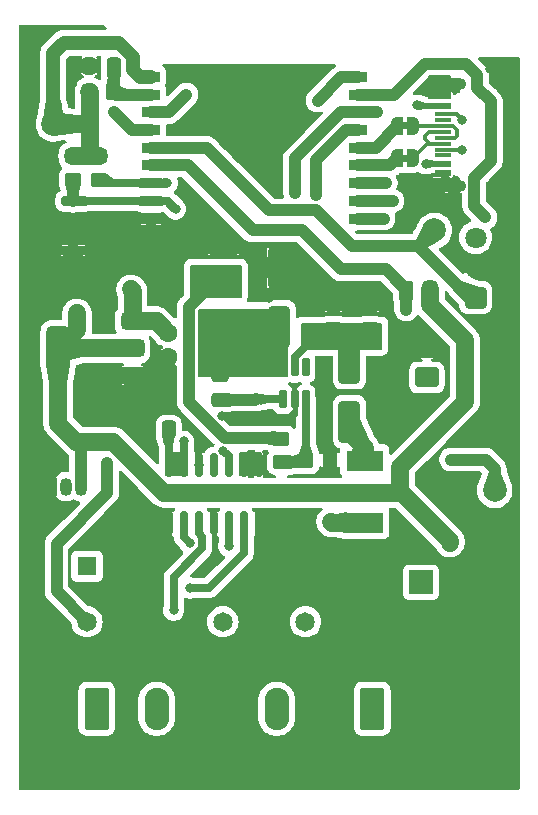
<source format=gbr>
%TF.GenerationSoftware,KiCad,Pcbnew,8.0.2*%
%TF.CreationDate,2024-08-19T20:28:07+02:00*%
%TF.ProjectId,TwinkleTron,5477696e-6b6c-4655-9472-6f6e2e6b6963,rev?*%
%TF.SameCoordinates,Original*%
%TF.FileFunction,Copper,L1,Top*%
%TF.FilePolarity,Positive*%
%FSLAX46Y46*%
G04 Gerber Fmt 4.6, Leading zero omitted, Abs format (unit mm)*
G04 Created by KiCad (PCBNEW 8.0.2) date 2024-08-19 20:28:07*
%MOMM*%
%LPD*%
G01*
G04 APERTURE LIST*
G04 Aperture macros list*
%AMRoundRect*
0 Rectangle with rounded corners*
0 $1 Rounding radius*
0 $2 $3 $4 $5 $6 $7 $8 $9 X,Y pos of 4 corners*
0 Add a 4 corners polygon primitive as box body*
4,1,4,$2,$3,$4,$5,$6,$7,$8,$9,$2,$3,0*
0 Add four circle primitives for the rounded corners*
1,1,$1+$1,$2,$3*
1,1,$1+$1,$4,$5*
1,1,$1+$1,$6,$7*
1,1,$1+$1,$8,$9*
0 Add four rect primitives between the rounded corners*
20,1,$1+$1,$2,$3,$4,$5,0*
20,1,$1+$1,$4,$5,$6,$7,0*
20,1,$1+$1,$6,$7,$8,$9,0*
20,1,$1+$1,$8,$9,$2,$3,0*%
%AMFreePoly0*
4,1,19,0.500000,-0.750000,0.000000,-0.750000,0.000000,-0.744911,-0.071157,-0.744911,-0.207708,-0.704816,-0.327430,-0.627875,-0.420627,-0.520320,-0.479746,-0.390866,-0.500000,-0.250000,-0.500000,0.250000,-0.479746,0.390866,-0.420627,0.520320,-0.327430,0.627875,-0.207708,0.704816,-0.071157,0.744911,0.000000,0.744911,0.000000,0.750000,0.500000,0.750000,0.500000,-0.750000,0.500000,-0.750000,
$1*%
%AMFreePoly1*
4,1,19,0.000000,0.744911,0.071157,0.744911,0.207708,0.704816,0.327430,0.627875,0.420627,0.520320,0.479746,0.390866,0.500000,0.250000,0.500000,-0.250000,0.479746,-0.390866,0.420627,-0.520320,0.327430,-0.627875,0.207708,-0.704816,0.071157,-0.744911,0.000000,-0.744911,0.000000,-0.750000,-0.500000,-0.750000,-0.500000,0.750000,0.000000,0.750000,0.000000,0.744911,0.000000,0.744911,
$1*%
G04 Aperture macros list end*
%TA.AperFunction,Conductor*%
%ADD10C,0.200000*%
%TD*%
%TA.AperFunction,EtchedComponent*%
%ADD11C,0.000000*%
%TD*%
%TA.AperFunction,SMDPad,CuDef*%
%ADD12RoundRect,0.250000X0.475000X-0.337500X0.475000X0.337500X-0.475000X0.337500X-0.475000X-0.337500X0*%
%TD*%
%TA.AperFunction,SMDPad,CuDef*%
%ADD13RoundRect,0.250000X-0.350000X-0.450000X0.350000X-0.450000X0.350000X0.450000X-0.350000X0.450000X0*%
%TD*%
%TA.AperFunction,ComponentPad*%
%ADD14RoundRect,0.250200X0.649800X-0.649800X0.649800X0.649800X-0.649800X0.649800X-0.649800X-0.649800X0*%
%TD*%
%TA.AperFunction,ComponentPad*%
%ADD15C,1.800000*%
%TD*%
%TA.AperFunction,SMDPad,CuDef*%
%ADD16RoundRect,0.250000X-0.475000X0.337500X-0.475000X-0.337500X0.475000X-0.337500X0.475000X0.337500X0*%
%TD*%
%TA.AperFunction,SMDPad,CuDef*%
%ADD17RoundRect,0.250000X0.350000X0.450000X-0.350000X0.450000X-0.350000X-0.450000X0.350000X-0.450000X0*%
%TD*%
%TA.AperFunction,SMDPad,CuDef*%
%ADD18C,2.000000*%
%TD*%
%TA.AperFunction,SMDPad,CuDef*%
%ADD19R,1.500000X0.900000*%
%TD*%
%TA.AperFunction,SMDPad,CuDef*%
%ADD20R,0.700000X0.700000*%
%TD*%
%TA.AperFunction,ComponentPad*%
%ADD21C,0.500000*%
%TD*%
%TA.AperFunction,ComponentPad*%
%ADD22C,1.650000*%
%TD*%
%TA.AperFunction,ComponentPad*%
%ADD23R,1.650000X1.650000*%
%TD*%
%TA.AperFunction,SMDPad,CuDef*%
%ADD24RoundRect,0.375000X0.625000X0.375000X-0.625000X0.375000X-0.625000X-0.375000X0.625000X-0.375000X0*%
%TD*%
%TA.AperFunction,SMDPad,CuDef*%
%ADD25RoundRect,0.500000X0.500000X1.400000X-0.500000X1.400000X-0.500000X-1.400000X0.500000X-1.400000X0*%
%TD*%
%TA.AperFunction,SMDPad,CuDef*%
%ADD26RoundRect,0.250000X-0.450000X0.350000X-0.450000X-0.350000X0.450000X-0.350000X0.450000X0.350000X0*%
%TD*%
%TA.AperFunction,SMDPad,CuDef*%
%ADD27RoundRect,0.162500X0.162500X-0.617500X0.162500X0.617500X-0.162500X0.617500X-0.162500X-0.617500X0*%
%TD*%
%TA.AperFunction,ComponentPad*%
%ADD28RoundRect,0.249999X-0.790001X-1.550001X0.790001X-1.550001X0.790001X1.550001X-0.790001X1.550001X0*%
%TD*%
%TA.AperFunction,ComponentPad*%
%ADD29O,2.080000X3.600000*%
%TD*%
%TA.AperFunction,ComponentPad*%
%ADD30R,1.050000X1.500000*%
%TD*%
%TA.AperFunction,ComponentPad*%
%ADD31O,1.050000X1.500000*%
%TD*%
%TA.AperFunction,SMDPad,CuDef*%
%ADD32FreePoly0,180.000000*%
%TD*%
%TA.AperFunction,SMDPad,CuDef*%
%ADD33FreePoly1,180.000000*%
%TD*%
%TA.AperFunction,SMDPad,CuDef*%
%ADD34RoundRect,0.250000X-0.337500X-0.475000X0.337500X-0.475000X0.337500X0.475000X-0.337500X0.475000X0*%
%TD*%
%TA.AperFunction,SMDPad,CuDef*%
%ADD35R,3.400000X1.000000*%
%TD*%
%TA.AperFunction,SMDPad,CuDef*%
%ADD36R,1.450000X0.600000*%
%TD*%
%TA.AperFunction,SMDPad,CuDef*%
%ADD37R,1.450000X0.300000*%
%TD*%
%TA.AperFunction,ComponentPad*%
%ADD38O,2.100000X1.000000*%
%TD*%
%TA.AperFunction,ComponentPad*%
%ADD39O,1.600000X1.000000*%
%TD*%
%TA.AperFunction,SMDPad,CuDef*%
%ADD40RoundRect,0.150000X0.150000X-0.825000X0.150000X0.825000X-0.150000X0.825000X-0.150000X-0.825000X0*%
%TD*%
%TA.AperFunction,ComponentPad*%
%ADD41R,2.000000X2.000000*%
%TD*%
%TA.AperFunction,ComponentPad*%
%ADD42C,2.000000*%
%TD*%
%TA.AperFunction,SMDPad,CuDef*%
%ADD43RoundRect,0.250000X0.650000X-1.500000X0.650000X1.500000X-0.650000X1.500000X-0.650000X-1.500000X0*%
%TD*%
%TA.AperFunction,SMDPad,CuDef*%
%ADD44RoundRect,0.250000X-0.650000X1.500000X-0.650000X-1.500000X0.650000X-1.500000X0.650000X1.500000X0*%
%TD*%
%TA.AperFunction,SMDPad,CuDef*%
%ADD45RoundRect,0.225000X-0.375000X0.225000X-0.375000X-0.225000X0.375000X-0.225000X0.375000X0.225000X0*%
%TD*%
%TA.AperFunction,ComponentPad*%
%ADD46RoundRect,0.250000X0.750000X-0.600000X0.750000X0.600000X-0.750000X0.600000X-0.750000X-0.600000X0*%
%TD*%
%TA.AperFunction,ComponentPad*%
%ADD47O,2.000000X1.700000*%
%TD*%
%TA.AperFunction,SMDPad,CuDef*%
%ADD48R,3.150000X1.780000*%
%TD*%
%TA.AperFunction,SMDPad,CuDef*%
%ADD49RoundRect,0.200000X0.800000X-0.200000X0.800000X0.200000X-0.800000X0.200000X-0.800000X-0.200000X0*%
%TD*%
%TA.AperFunction,ViaPad*%
%ADD50C,0.800000*%
%TD*%
%TA.AperFunction,ViaPad*%
%ADD51C,0.700000*%
%TD*%
%TA.AperFunction,Conductor*%
%ADD52C,0.500000*%
%TD*%
%TA.AperFunction,Conductor*%
%ADD53C,1.000000*%
%TD*%
%TA.AperFunction,Conductor*%
%ADD54C,1.500000*%
%TD*%
%TA.AperFunction,Conductor*%
%ADD55C,0.400000*%
%TD*%
%TA.AperFunction,Conductor*%
%ADD56C,1.200000*%
%TD*%
%TA.AperFunction,Conductor*%
%ADD57C,0.700000*%
%TD*%
%TA.AperFunction,Conductor*%
%ADD58C,0.300000*%
%TD*%
G04 APERTURE END LIST*
%TO.N,GND*%
D10*
X154750000Y-80760000D02*
X156500000Y-80760000D01*
X156500000Y-82620000D01*
X154750000Y-82620000D01*
X154750000Y-80760000D01*
%TA.AperFunction,Conductor*%
G36*
X154750000Y-80760000D02*
G01*
X156500000Y-80760000D01*
X156500000Y-82620000D01*
X154750000Y-82620000D01*
X154750000Y-80760000D01*
G37*
%TD.AperFunction*%
%TO.N,Net-(D1-K)*%
X151300000Y-68600000D02*
X158700000Y-68600000D01*
X158700000Y-74200000D01*
X151300000Y-74200000D01*
X151300000Y-68600000D01*
%TA.AperFunction,Conductor*%
G36*
X151300000Y-68600000D02*
G01*
X158700000Y-68600000D01*
X158700000Y-74200000D01*
X151300000Y-74200000D01*
X151300000Y-68600000D01*
G37*
%TD.AperFunction*%
%TO.N,Net-(D2-K)*%
X160000000Y-69800000D02*
X166700000Y-69800000D01*
X166700000Y-71900000D01*
X160000000Y-71900000D01*
X160000000Y-69800000D01*
%TA.AperFunction,Conductor*%
G36*
X160000000Y-69800000D02*
G01*
X166700000Y-69800000D01*
X166700000Y-71900000D01*
X160000000Y-71900000D01*
X160000000Y-69800000D01*
G37*
%TD.AperFunction*%
%TO.N,GND*%
X170700000Y-48800000D02*
X172500000Y-48800000D01*
X172500000Y-50700000D01*
X170700000Y-50700000D01*
X170700000Y-48800000D01*
%TA.AperFunction,Conductor*%
G36*
X170700000Y-48800000D02*
G01*
X172500000Y-48800000D01*
X172500000Y-50700000D01*
X170700000Y-50700000D01*
X170700000Y-48800000D01*
G37*
%TD.AperFunction*%
%TO.N,+5V*%
X148500000Y-80760000D02*
X150250000Y-80760000D01*
X150250000Y-82620000D01*
X148500000Y-82620000D01*
X148500000Y-80760000D01*
%TA.AperFunction,Conductor*%
G36*
X148500000Y-80760000D02*
G01*
X150250000Y-80760000D01*
X150250000Y-82620000D01*
X148500000Y-82620000D01*
X148500000Y-80760000D01*
G37*
%TD.AperFunction*%
%TO.N,Net-(D5-A)*%
X150600000Y-64900000D02*
X154800000Y-64900000D01*
X154800000Y-67500000D01*
X150600000Y-67500000D01*
X150600000Y-64900000D01*
%TA.AperFunction,Conductor*%
G36*
X150600000Y-64900000D02*
G01*
X154800000Y-64900000D01*
X154800000Y-67500000D01*
X150600000Y-67500000D01*
X150600000Y-64900000D01*
G37*
%TD.AperFunction*%
%TO.N,GND*%
X155400000Y-53600000D02*
X158300000Y-53600000D01*
X158300000Y-56600000D01*
X155400000Y-56600000D01*
X155400000Y-53600000D01*
%TA.AperFunction,Conductor*%
G36*
X155400000Y-53600000D02*
G01*
X158300000Y-53600000D01*
X158300000Y-56600000D01*
X155400000Y-56600000D01*
X155400000Y-53600000D01*
G37*
%TD.AperFunction*%
D11*
%TA.AperFunction,EtchedComponent*%
%TD*%
%TO.C,USB2*%
G36*
X168940000Y-53350000D02*
G01*
X168440000Y-53350000D01*
X168440000Y-52750000D01*
X168940000Y-52750000D01*
X168940000Y-53350000D01*
G37*
%TD.AperFunction*%
%TA.AperFunction,EtchedComponent*%
%TO.C,USB1*%
G36*
X168950000Y-56100000D02*
G01*
X168450000Y-56100000D01*
X168450000Y-55500000D01*
X168950000Y-55500000D01*
X168950000Y-56100000D01*
G37*
%TD.AperFunction*%
%TD*%
D12*
%TO.P,C13,1*%
%TO.N,Net-(D5-K)*%
X153050000Y-76225000D03*
%TO.P,C13,2*%
%TO.N,Net-(D1-K)*%
X153050000Y-74150000D03*
%TD*%
D13*
%TO.P,R1,1*%
%TO.N,+3.3V*%
X141980000Y-50190000D03*
%TO.P,R1,2*%
%TO.N,Net-(U1-EN)*%
X143980000Y-50190000D03*
%TD*%
D14*
%TO.P,U5-O1,1,OUT*%
%TO.N,IO6-IR*%
X174690000Y-67580000D03*
D15*
%TO.P,U5-O1,2,GND*%
%TO.N,GND*%
X174690000Y-65040000D03*
%TO.P,U5-O1,3,Vs*%
%TO.N,+3.3V*%
X174690000Y-62500000D03*
%TD*%
D16*
%TO.P,C9,1*%
%TO.N,+5V*%
X148660000Y-70562500D03*
%TO.P,C9,2*%
%TO.N,GND*%
X148660000Y-72637500D03*
%TD*%
D12*
%TO.P,C6,1*%
%TO.N,Net-(D2-K)*%
X162650000Y-70225000D03*
%TO.P,C6,2*%
%TO.N,GND*%
X162650000Y-68150000D03*
%TD*%
D17*
%TO.P,R11-O1,1*%
%TO.N,+3.3V*%
X170800000Y-66900000D03*
%TO.P,R11-O1,2*%
%TO.N,IO07-Button*%
X168800000Y-66900000D03*
%TD*%
D18*
%TO.P,TP2,1,1*%
%TO.N,IO00-Voltage*%
X176300000Y-83900000D03*
%TD*%
D19*
%TO.P,U1,1,3V3*%
%TO.N,+3.3V*%
X147200000Y-48900000D03*
%TO.P,U1,2,EN*%
%TO.N,Net-(U1-EN)*%
X147200000Y-50400000D03*
%TO.P,U1,3,IO4*%
%TO.N,IO04-Temperature*%
X147200000Y-51900000D03*
%TO.P,U1,4,IO5*%
%TO.N,IO05-Relay*%
X147200000Y-53400000D03*
%TO.P,U1,5,IO6*%
%TO.N,IO6-IR*%
X147200000Y-54900000D03*
%TO.P,U1,6,IO7*%
%TO.N,IO07-Button*%
X147200000Y-56400000D03*
%TO.P,U1,7,IO8*%
%TO.N,IO8*%
X147200000Y-57900000D03*
%TO.P,U1,8,IO9*%
%TO.N,IO9-boot*%
X147200000Y-59400000D03*
%TO.P,U1,9,GND*%
%TO.N,GND*%
X147200000Y-60900000D03*
%TO.P,U1,10,IO10*%
%TO.N,IO10*%
X164700000Y-60900000D03*
%TO.P,U1,11,RXD*%
%TO.N,RX*%
X164700000Y-59400000D03*
%TO.P,U1,12,TXD*%
%TO.N,TX*%
X164700000Y-57900000D03*
%TO.P,U1,13,IO18*%
%TO.N,IO18{slash}USB_D-*%
X164700000Y-56400000D03*
%TO.P,U1,14,IO19*%
%TO.N,IO19{slash}USB_D+*%
X164700000Y-54900000D03*
%TO.P,U1,15,IO3*%
%TO.N,IO03-CLK-3.3V*%
X164700000Y-53400000D03*
%TO.P,U1,16,IO2*%
%TO.N,IO02-Data-3.3V*%
X164700000Y-51900000D03*
%TO.P,U1,17,IO1*%
%TO.N,IO01-Current*%
X164700000Y-50400000D03*
%TO.P,U1,18,IO0*%
%TO.N,IO00-Voltage*%
X164700000Y-48900000D03*
D20*
%TO.P,U1,19,GND*%
%TO.N,GND*%
X155810000Y-54000000D03*
%TO.P,U1,20,GND*%
X156910000Y-54000000D03*
%TO.P,U1,21,GND*%
X158010000Y-54000000D03*
%TO.P,U1,22,GND*%
X155810000Y-55100000D03*
%TO.P,U1,23,GND*%
X156910000Y-55100000D03*
%TO.P,U1,24,GND*%
X158010000Y-55100000D03*
%TO.P,U1,25,GND*%
X155810000Y-56200000D03*
%TO.P,U1,26,GND*%
X156910000Y-56200000D03*
%TO.P,U1,27,GND*%
X158010000Y-56200000D03*
D21*
%TO.P,U1,28,GND*%
X156360000Y-54000000D03*
%TO.P,U1,29,GND*%
X157460000Y-54000000D03*
%TO.P,U1,30,GND*%
X155810000Y-54550000D03*
%TO.P,U1,31,GND*%
X156910000Y-54550000D03*
%TO.P,U1,32,GND*%
X158010000Y-54550000D03*
%TO.P,U1,33,GND*%
X156360000Y-55100000D03*
%TO.P,U1,34,GND*%
X157460000Y-55100000D03*
%TO.P,U1,35,GND*%
X155810000Y-55650000D03*
%TO.P,U1,36,GND*%
X156910000Y-55650000D03*
%TO.P,U1,37,GND*%
X158010000Y-55650000D03*
%TO.P,U1,38,GND*%
X156360000Y-56200000D03*
%TO.P,U1,39,GND*%
X157460000Y-56200000D03*
%TD*%
D13*
%TO.P,R11,1*%
%TO.N,Net-(U5-V_{FB})*%
X160350000Y-81350000D03*
%TO.P,R11,2*%
%TO.N,GND*%
X162350000Y-81350000D03*
%TD*%
D22*
%TO.P,K1,13*%
%TO.N,VIN_relay*%
X153280000Y-95030000D03*
%TO.P,K1,14*%
%TO.N,VIN_Fused*%
X160280000Y-95030000D03*
%TO.P,K1,A1*%
%TO.N,+5V*%
X141780000Y-95030000D03*
D23*
%TO.P,K1,A2*%
%TO.N,Net-(D3-A)*%
X141780000Y-90330000D03*
%TD*%
D24*
%TO.P,U3,1,GND*%
%TO.N,GND*%
X145640000Y-74190000D03*
%TO.P,U3,2,VO*%
%TO.N,+3.3V*%
X145640000Y-71890000D03*
D25*
X139340000Y-71890000D03*
D24*
%TO.P,U3,3,VI*%
%TO.N,+5V*%
X145640000Y-69590000D03*
%TD*%
D12*
%TO.P,C14,1*%
%TO.N,Net-(D2-K)*%
X165750000Y-70225000D03*
%TO.P,C14,2*%
%TO.N,GND*%
X165750000Y-68150000D03*
%TD*%
D26*
%TO.P,R7,1*%
%TO.N,+3.3V*%
X140610000Y-55600000D03*
%TO.P,R7,2*%
%TO.N,IO9-boot*%
X140610000Y-57600000D03*
%TD*%
D27*
%TO.P,U5,1,BOOST*%
%TO.N,Net-(D5-K)*%
X158400000Y-76200000D03*
%TO.P,U5,2,GND*%
%TO.N,GND*%
X159350000Y-76200000D03*
%TO.P,U5,3,V_{FB}*%
%TO.N,Net-(U5-V_{FB})*%
X160300000Y-76200000D03*
%TO.P,U5,4,EN*%
%TO.N,unconnected-(U5-EN-Pad4)*%
X160300000Y-73500000D03*
%TO.P,U5,5,V_{IN}*%
%TO.N,Net-(D2-K)*%
X159350000Y-73500000D03*
%TO.P,U5,6,SW*%
%TO.N,Net-(D1-K)*%
X158400000Y-73500000D03*
%TD*%
D28*
%TO.P,J1,1,Pin_1*%
%TO.N,CLK-5V*%
X142597500Y-102400000D03*
D29*
%TO.P,J1,2,Pin_2*%
%TO.N,DATA-5V*%
X147677500Y-102400000D03*
%TO.P,J1,3,Pin_3*%
%TO.N,GND*%
X152757500Y-102400000D03*
%TO.P,J1,4,Pin_4*%
%TO.N,VIN_relay*%
X157837500Y-102400000D03*
%TD*%
D30*
%TO.P,U4-O1,1,GND*%
%TO.N,GND*%
X138730000Y-83600000D03*
D31*
%TO.P,U4-O1,2,DQ*%
%TO.N,IO04-Temperature*%
X140000000Y-83600000D03*
%TO.P,U4-O1,3,V_{DD}*%
%TO.N,+3.3V*%
X141270000Y-83600000D03*
%TD*%
D32*
%TO.P,USB2,1,A*%
%TO.N,Net-(USB2-A)*%
X169340000Y-53050000D03*
D33*
%TO.P,USB2,2,B*%
%TO.N,IO19{slash}USB_D+*%
X168040000Y-53050000D03*
%TD*%
D26*
%TO.P,R6,1*%
%TO.N,Net-(D5-A)*%
X158220000Y-79520000D03*
%TO.P,R6,2*%
%TO.N,Net-(U5-V_{FB})*%
X158220000Y-81520000D03*
%TD*%
D34*
%TO.P,C4,1*%
%TO.N,GND*%
X146625000Y-78740000D03*
%TO.P,C4,2*%
%TO.N,+5V*%
X148700000Y-78740000D03*
%TD*%
D12*
%TO.P,C5,1*%
%TO.N,Net-(D5-A)*%
X151450000Y-65387500D03*
%TO.P,C5,2*%
%TO.N,GND*%
X151450000Y-63312500D03*
%TD*%
D35*
%TO.P,L1,1,1*%
%TO.N,Net-(D1-K)*%
X153050000Y-69100000D03*
%TO.P,L1,2,2*%
%TO.N,Net-(D5-A)*%
X153050000Y-67000000D03*
%TD*%
D18*
%TO.P,TP16,1,1*%
%TO.N,+3.3V*%
X138940000Y-52890000D03*
%TD*%
D26*
%TO.P,R3,1*%
%TO.N,+3.3V*%
X142810000Y-55600000D03*
%TO.P,R3,2*%
%TO.N,IO8*%
X142810000Y-57600000D03*
%TD*%
D36*
%TO.P,J3,A1,GND*%
%TO.N,GND*%
X171905000Y-57050000D03*
%TO.P,J3,A4,VBUS*%
%TO.N,USB_5V*%
X171905000Y-56250000D03*
D37*
%TO.P,J3,A5,CC1*%
%TO.N,Net-(J3-CC1)*%
X171905000Y-55050000D03*
%TO.P,J3,A6,D+*%
%TO.N,Net-(USB2-A)*%
X171905000Y-54050000D03*
%TO.P,J3,A7,D-*%
%TO.N,Net-(USB1-A)*%
X171905000Y-53550000D03*
%TO.P,J3,A8,SBU1*%
%TO.N,unconnected-(J3-SBU1-PadA8)*%
X171905000Y-52550000D03*
D36*
%TO.P,J3,A9,VBUS*%
%TO.N,USB_5V*%
X171905000Y-51350000D03*
%TO.P,J3,A12,GND*%
%TO.N,GND*%
X171905000Y-50550000D03*
%TO.P,J3,B1,GND*%
X171905000Y-50550000D03*
%TO.P,J3,B4,VBUS*%
%TO.N,USB_5V*%
X171905000Y-51350000D03*
D37*
%TO.P,J3,B5,CC2*%
%TO.N,Net-(J3-CC2)*%
X171905000Y-52050000D03*
%TO.P,J3,B6,D+*%
%TO.N,Net-(USB2-A)*%
X171905000Y-53050000D03*
%TO.P,J3,B7,D-*%
%TO.N,Net-(USB1-A)*%
X171905000Y-54550000D03*
%TO.P,J3,B8,SBU2*%
%TO.N,unconnected-(J3-SBU2-PadB8)*%
X171905000Y-55550000D03*
D36*
%TO.P,J3,B9,VBUS*%
%TO.N,USB_5V*%
X171905000Y-56250000D03*
%TO.P,J3,B12,GND*%
%TO.N,GND*%
X171905000Y-57050000D03*
D38*
%TO.P,J3,S1,SHIELD*%
X172820000Y-58120000D03*
D39*
X177000000Y-58120000D03*
D38*
X172820000Y-49480000D03*
D39*
X177000000Y-49480000D03*
%TD*%
D18*
%TO.P,TP7,1,1*%
%TO.N,IO6-IR*%
X171200000Y-61900000D03*
%TD*%
D40*
%TO.P,U6,1*%
%TO.N,GND*%
X148690000Y-86690000D03*
%TO.P,U6,2*%
%TO.N,IO02-Data-3.3V*%
X149960000Y-86690000D03*
%TO.P,U6,3*%
%TO.N,Net-(R5-Pad2)*%
X151230000Y-86690000D03*
%TO.P,U6,4*%
%TO.N,GND*%
X152500000Y-86690000D03*
%TO.P,U6,5*%
%TO.N,IO03-CLK-3.3V*%
X153770000Y-86690000D03*
%TO.P,U6,6*%
%TO.N,Net-(R4-Pad1)*%
X155040000Y-86690000D03*
%TO.P,U6,7,GND*%
%TO.N,GND*%
X156310000Y-86690000D03*
%TO.P,U6,8*%
X156310000Y-81740000D03*
%TO.P,U6,9*%
X155040000Y-81740000D03*
%TO.P,U6,10*%
%TO.N,+5V*%
X153770000Y-81740000D03*
%TO.P,U6,11*%
%TO.N,unconnected-(U6-Pad11)*%
X152500000Y-81740000D03*
%TO.P,U6,12*%
%TO.N,GND*%
X151230000Y-81740000D03*
%TO.P,U6,13*%
%TO.N,+5V*%
X149960000Y-81740000D03*
%TO.P,U6,14,VCC*%
X148690000Y-81740000D03*
%TD*%
D28*
%TO.P,J2,1,Pin_1*%
%TO.N,+VIN*%
X165937500Y-102400000D03*
D29*
%TO.P,J2,2,Pin_2*%
%TO.N,GND*%
X171017500Y-102400000D03*
%TD*%
D41*
%TO.P,C7,1*%
%TO.N,Net-(C7-Pad1)*%
X170070000Y-91700000D03*
D42*
%TO.P,C7,2*%
%TO.N,GND*%
X175070000Y-91700000D03*
%TD*%
D43*
%TO.P,D1,1,K*%
%TO.N,Net-(D1-K)*%
X158050000Y-70050000D03*
%TO.P,D1,2,A*%
%TO.N,GND*%
X158050000Y-65050000D03*
%TD*%
D44*
%TO.P,D2,1,K*%
%TO.N,Net-(D2-K)*%
X164000000Y-73100000D03*
%TO.P,D2,2,A*%
%TO.N,Net-(D2-A)*%
X164000000Y-78100000D03*
%TD*%
D45*
%TO.P,D5,1,K*%
%TO.N,Net-(D5-K)*%
X156050000Y-76200000D03*
%TO.P,D5,2,A*%
%TO.N,Net-(D5-A)*%
X156050000Y-79500000D03*
%TD*%
D46*
%TO.P,J3-O1,1,Pin_1*%
%TO.N,Net-(J3-O1-Pin_1)*%
X170550000Y-74350000D03*
D47*
%TO.P,J3-O1,2,Pin_2*%
%TO.N,GND*%
X170550000Y-71850000D03*
%TD*%
D34*
%TO.P,C11,1*%
%TO.N,GND*%
X141960000Y-48000000D03*
%TO.P,C11,2*%
%TO.N,Net-(U1-EN)*%
X144035000Y-48000000D03*
%TD*%
D48*
%TO.P,F3,1*%
%TO.N,VIN_Fused*%
X165300000Y-86630000D03*
%TO.P,F3,2*%
%TO.N,Net-(D2-A)*%
X165300000Y-81400000D03*
%TD*%
D32*
%TO.P,USB1,1,A*%
%TO.N,Net-(USB1-A)*%
X169350000Y-55800000D03*
D33*
%TO.P,USB1,2,B*%
%TO.N,IO18{slash}USB_D-*%
X168050000Y-55800000D03*
%TD*%
D49*
%TO.P,SW1,1,1*%
%TO.N,GND*%
X140610000Y-63600000D03*
%TO.P,SW1,2,2*%
%TO.N,IO9-boot*%
X140610000Y-59400000D03*
%TD*%
D12*
%TO.P,C15,1*%
%TO.N,Net-(D5-A)*%
X153900000Y-65400000D03*
%TO.P,C15,2*%
%TO.N,GND*%
X153900000Y-63325000D03*
%TD*%
D50*
%TO.N,GND*%
X157820000Y-58330000D03*
X161700000Y-99900000D03*
X155900000Y-52700000D03*
X164390000Y-67230000D03*
X155900000Y-82200000D03*
X172750000Y-59290000D03*
X145000000Y-83100000D03*
X171300000Y-89800000D03*
X146000000Y-107900000D03*
X151660000Y-90680000D03*
X177540000Y-53750000D03*
X172050000Y-93200000D03*
X142400000Y-88200000D03*
X143820000Y-77580000D03*
X143900000Y-61990000D03*
X156300000Y-64000000D03*
X165450000Y-66860000D03*
X169100000Y-87700000D03*
X176200000Y-59400000D03*
X151390000Y-48550000D03*
X171759646Y-107630000D03*
X148280000Y-75130000D03*
X136920000Y-47660000D03*
X170600000Y-94400000D03*
X177900000Y-71600000D03*
X172674823Y-107464607D03*
X177400000Y-57000000D03*
X177800000Y-74600000D03*
X148400000Y-62200000D03*
X175000000Y-69500000D03*
X164210000Y-68760000D03*
X156000000Y-91800000D03*
X177400000Y-88200000D03*
X174144823Y-106444607D03*
X137310000Y-84090000D03*
X157200000Y-67600000D03*
X155920000Y-77840000D03*
X158760000Y-78070000D03*
X144200000Y-86400000D03*
X177700000Y-97900000D03*
X137600000Y-91400000D03*
X163100000Y-93900000D03*
X170800000Y-107600000D03*
X177500000Y-86600000D03*
X147460000Y-76860000D03*
X169084823Y-106994607D03*
X153230000Y-77600000D03*
X153000000Y-53500000D03*
X177300000Y-50600000D03*
X177600000Y-81100000D03*
X136920000Y-49740000D03*
X173474823Y-107024607D03*
X169800000Y-70100000D03*
X142810000Y-60660000D03*
X161720000Y-77510000D03*
X137210000Y-45540000D03*
X161800000Y-79000000D03*
X152630000Y-89670000D03*
X168414823Y-106414607D03*
X155940000Y-81200000D03*
X176800000Y-101600000D03*
X166400000Y-75000000D03*
X177200000Y-48200000D03*
X169884823Y-107434607D03*
X137620000Y-92430000D03*
X140600000Y-48200000D03*
X137340000Y-86180000D03*
X146000000Y-91600000D03*
X175900000Y-48200000D03*
X144300000Y-60750000D03*
X141200000Y-73600000D03*
X147800000Y-85700000D03*
X151230000Y-81740000D03*
X171100000Y-97900000D03*
X175500000Y-100100000D03*
X147800000Y-63300000D03*
X177800000Y-108000000D03*
X156700000Y-94000000D03*
X161340000Y-74860000D03*
X172584823Y-105034607D03*
X145400000Y-93400000D03*
X157200000Y-88400000D03*
X169584823Y-105034607D03*
X150600000Y-99500000D03*
X149400000Y-63800000D03*
X169900000Y-89100000D03*
X142400000Y-107800000D03*
X171390000Y-82400000D03*
X166300000Y-76700000D03*
X170510000Y-49950000D03*
X170040000Y-83100000D03*
X137330000Y-82030000D03*
X174400000Y-98100000D03*
X143800000Y-76200000D03*
X141900000Y-92600000D03*
X176900000Y-60400000D03*
D51*
%TO.N,+3.3V*%
X142000000Y-52920000D03*
D50*
X172500000Y-88330000D03*
X171700000Y-69100000D03*
X145710000Y-47370648D03*
D51*
X140930000Y-68930000D03*
%TO.N,+5V*%
X143500000Y-81590000D03*
D50*
X145500000Y-66900000D03*
X153327035Y-80586317D03*
X149960000Y-79770000D03*
%TO.N,Net-(D5-A)*%
X152500000Y-66000000D03*
X153400000Y-66000000D03*
X154200000Y-66000000D03*
%TO.N,VIN_Fused*%
X162450000Y-86570000D03*
%TO.N,IO00-Voltage*%
X172600000Y-81300000D03*
D51*
X161300000Y-50900000D03*
D50*
X175525000Y-81325000D03*
%TO.N,IO01-Current*%
X175520000Y-60800000D03*
%TO.N,Net-(R4-Pad1)*%
X150500000Y-92170000D03*
%TO.N,Net-(R5-Pad2)*%
X149120000Y-94060000D03*
%TO.N,USB_5V*%
X170450000Y-56250000D03*
X169730000Y-51300000D03*
%TO.N,Net-(J3-CC2)*%
X173570000Y-52520000D03*
%TO.N,Net-(J3-CC1)*%
X173510000Y-55050000D03*
%TO.N,IO05-Relay*%
X144100000Y-51900000D03*
%TO.N,IO8*%
X148590000Y-57900000D03*
%TO.N,IO9-boot*%
X149290000Y-60090000D03*
%TO.N,IO02-Data-3.3V*%
X150500000Y-88390000D03*
D51*
X159400000Y-58700000D03*
D50*
X166300000Y-51900000D03*
%TO.N,IO04-Temperature*%
X150200000Y-50400000D03*
%TO.N,RX*%
X167650000Y-59410000D03*
%TO.N,IO07-Button*%
X168800000Y-68600000D03*
%TO.N,IO10*%
X166900000Y-60900000D03*
%TO.N,IO03-CLK-3.3V*%
X153770000Y-88610000D03*
D51*
X161200000Y-58900000D03*
D50*
%TO.N,TX*%
X167070000Y-57900000D03*
%TD*%
D52*
%TO.N,GND*%
X171905000Y-57205000D02*
X172820000Y-58120000D01*
D53*
X161800000Y-79900000D02*
X161800000Y-79300000D01*
D52*
X171905000Y-50550000D02*
X171905000Y-50395000D01*
D54*
X147107500Y-74190000D02*
X148660000Y-72637500D01*
D53*
X162350000Y-81350000D02*
X162350000Y-80450000D01*
D52*
X171905000Y-50395000D02*
X172820000Y-49480000D01*
D55*
X158760000Y-78070000D02*
X159350000Y-77480000D01*
D53*
X161800000Y-79300000D02*
X161800000Y-79000000D01*
D52*
X171905000Y-57050000D02*
X171905000Y-57205000D01*
D54*
X145640000Y-74190000D02*
X147107500Y-74190000D01*
D55*
X159350000Y-77480000D02*
X159350000Y-76200000D01*
D53*
X162350000Y-80450000D02*
X161800000Y-79900000D01*
D54*
%TO.N,+3.3V*%
X145640000Y-71890000D02*
X139340000Y-71890000D01*
X148310000Y-84110000D02*
X143980000Y-79780000D01*
X141880000Y-55600000D02*
X140610000Y-55600000D01*
X173800000Y-71200000D02*
X173800000Y-76400000D01*
X173800000Y-76400000D02*
X168300000Y-81900000D01*
X138940000Y-52890000D02*
X141970000Y-52890000D01*
X171700000Y-69100000D02*
X173800000Y-71200000D01*
D56*
X144530000Y-46000000D02*
X139800000Y-46000000D01*
D54*
X142000000Y-52920000D02*
X142000000Y-55480000D01*
D56*
X147200000Y-48900000D02*
X146310000Y-48900000D01*
D53*
X141270000Y-83600000D02*
X141300000Y-83600000D01*
D54*
X172500000Y-88330000D02*
X172500000Y-88200000D01*
D56*
X138940000Y-46860000D02*
X138940000Y-52890000D01*
D54*
X139340000Y-78260000D02*
X139340000Y-71890000D01*
D56*
X145710000Y-47370648D02*
X145710000Y-47180000D01*
X145710000Y-47180000D02*
X144530000Y-46000000D01*
D54*
X140930000Y-68930000D02*
X140930000Y-70300000D01*
X142000000Y-50210000D02*
X141980000Y-50190000D01*
X168300000Y-81900000D02*
X168300000Y-84000000D01*
X143980000Y-79780000D02*
X140860000Y-79780000D01*
X142810000Y-55600000D02*
X141880000Y-55600000D01*
D53*
X141970000Y-52890000D02*
X142000000Y-52920000D01*
D56*
X145710000Y-48300000D02*
X145710000Y-47370648D01*
X146310000Y-48900000D02*
X145710000Y-48300000D01*
D54*
X140860000Y-79780000D02*
X139340000Y-78260000D01*
X168300000Y-84000000D02*
X168190000Y-84110000D01*
D53*
X141270000Y-83600000D02*
X141270000Y-79830000D01*
D54*
X170800000Y-68200000D02*
X171700000Y-69100000D01*
D56*
X139800000Y-46000000D02*
X138940000Y-46860000D01*
D54*
X170800000Y-66900000D02*
X170800000Y-68200000D01*
X168190000Y-84110000D02*
X148310000Y-84110000D01*
X140930000Y-70300000D02*
X139340000Y-71890000D01*
X142000000Y-52920000D02*
X142000000Y-50210000D01*
X172500000Y-88200000D02*
X168300000Y-84000000D01*
D53*
%TO.N,+5V*%
X139200000Y-88420000D02*
X139200000Y-92450000D01*
D54*
X145640000Y-67040000D02*
X145500000Y-66900000D01*
D57*
X153327035Y-80586317D02*
X153770000Y-81029282D01*
X148690000Y-81740000D02*
X148690000Y-78750000D01*
D54*
X147687500Y-69590000D02*
X148660000Y-70562500D01*
D53*
X143500000Y-84120000D02*
X139200000Y-88420000D01*
X143500000Y-81590000D02*
X143500000Y-84120000D01*
D54*
X145640000Y-69590000D02*
X147687500Y-69590000D01*
D53*
X139200000Y-92450000D02*
X141780000Y-95030000D01*
D57*
X153770000Y-81029282D02*
X153770000Y-81740000D01*
X149960000Y-79770000D02*
X149960000Y-81740000D01*
X148690000Y-78750000D02*
X148700000Y-78740000D01*
D54*
X145640000Y-69590000D02*
X145640000Y-67040000D01*
D53*
%TO.N,Net-(D5-A)*%
X152500000Y-66000000D02*
X153400000Y-66000000D01*
X150390000Y-68378629D02*
X152418629Y-66350000D01*
X152418629Y-66350000D02*
X152500000Y-66000000D01*
X156050000Y-79500000D02*
X158200000Y-79500000D01*
X153500000Y-79500000D02*
X150390000Y-76390000D01*
X153400000Y-66000000D02*
X152550000Y-66350000D01*
X150390000Y-76390000D02*
X150390000Y-68378629D01*
X156050000Y-79500000D02*
X153500000Y-79500000D01*
D57*
%TO.N,Net-(D2-K)*%
X159350000Y-72657870D02*
X161157870Y-70850000D01*
X161157870Y-70850000D02*
X163350000Y-70850000D01*
X159350000Y-73500000D02*
X159350000Y-72657870D01*
D54*
%TO.N,VIN_Fused*%
X162450000Y-86570000D02*
X162510000Y-86630000D01*
X162510000Y-86630000D02*
X165300000Y-86630000D01*
D53*
%TO.N,Net-(U1-EN)*%
X147200000Y-50400000D02*
X144235000Y-50400000D01*
X144035000Y-50200000D02*
X144035000Y-48000000D01*
X144235000Y-50400000D02*
X144035000Y-50200000D01*
%TO.N,Net-(D5-K)*%
X153050000Y-76225000D02*
X156025000Y-76225000D01*
D57*
X158400000Y-76200000D02*
X156050000Y-76200000D01*
D53*
X156025000Y-76225000D02*
X156050000Y-76200000D01*
%TO.N,IO00-Voltage*%
X175525000Y-81325000D02*
X176300000Y-82100000D01*
X175500000Y-81300000D02*
X172600000Y-81300000D01*
X176300000Y-82100000D02*
X176300000Y-83900000D01*
X164700000Y-48900000D02*
X163300000Y-48900000D01*
X163300000Y-48900000D02*
X161300000Y-50900000D01*
%TO.N,IO01-Current*%
X175960000Y-50960000D02*
X174800000Y-49800000D01*
X174800000Y-49800000D02*
X174800000Y-48700000D01*
X175960000Y-56040000D02*
X175960000Y-50960000D01*
X167800000Y-50400000D02*
X164700000Y-50400000D01*
X174570000Y-57430000D02*
X175960000Y-56040000D01*
X175520000Y-60800000D02*
X174570000Y-59850000D01*
X174570000Y-59850000D02*
X174570000Y-57430000D01*
X174800000Y-48700000D02*
X173900000Y-47800000D01*
X173900000Y-47800000D02*
X170400000Y-47800000D01*
X170400000Y-47800000D02*
X167800000Y-50400000D01*
D57*
%TO.N,Net-(R4-Pad1)*%
X153450000Y-90820000D02*
X152100000Y-92170000D01*
X155040000Y-89230000D02*
X153450000Y-90820000D01*
X152100000Y-92170000D02*
X150500000Y-92170000D01*
X155040000Y-86690000D02*
X155040000Y-89230000D01*
%TO.N,Net-(R5-Pad2)*%
X151230000Y-87520000D02*
X151230000Y-86690000D01*
X149110000Y-94050000D02*
X149110000Y-91260000D01*
X149120000Y-94060000D02*
X149110000Y-94050000D01*
X151540000Y-87830000D02*
X151230000Y-87520000D01*
X149110000Y-91260000D02*
X151540000Y-88830000D01*
X151540000Y-88830000D02*
X151540000Y-87830000D01*
D54*
%TO.N,Net-(D2-A)*%
X164000000Y-78100000D02*
X164000000Y-79000000D01*
X165300000Y-80300000D02*
X165300000Y-81400000D01*
X164000000Y-79000000D02*
X165300000Y-80300000D01*
D58*
%TO.N,Net-(USB1-A)*%
X170830000Y-54550000D02*
X170430000Y-54150000D01*
X171905000Y-54550000D02*
X170600000Y-54550000D01*
X170770000Y-53550000D02*
X171905000Y-53550000D01*
X170600000Y-54550000D02*
X169350000Y-55800000D01*
X170430000Y-53890000D02*
X170770000Y-53550000D01*
X171905000Y-54550000D02*
X170830000Y-54550000D01*
X170430000Y-54150000D02*
X170430000Y-53890000D01*
D52*
%TO.N,USB_5V*%
X169780000Y-51350000D02*
X169730000Y-51300000D01*
X171905000Y-56250000D02*
X170450000Y-56250000D01*
X171905000Y-51350000D02*
X169780000Y-51350000D01*
D58*
%TO.N,Net-(USB2-A)*%
X171905000Y-53050000D02*
X169340000Y-53050000D01*
X172980000Y-54050000D02*
X171905000Y-54050000D01*
X173140000Y-53410000D02*
X173140000Y-53890000D01*
X171905000Y-53050000D02*
X172780000Y-53050000D01*
X173140000Y-53890000D02*
X172980000Y-54050000D01*
X172780000Y-53050000D02*
X173140000Y-53410000D01*
%TO.N,Net-(J3-CC2)*%
X173100000Y-52050000D02*
X171905000Y-52050000D01*
X173570000Y-52520000D02*
X173100000Y-52050000D01*
%TO.N,Net-(J3-CC1)*%
X171905000Y-55050000D02*
X173510000Y-55050000D01*
D53*
%TO.N,IO18{slash}USB_D-*%
X167450000Y-56400000D02*
X164700000Y-56400000D01*
X168050000Y-55800000D02*
X167450000Y-56400000D01*
%TO.N,IO19{slash}USB_D+*%
X166250000Y-54900000D02*
X164700000Y-54900000D01*
X168050000Y-53100000D02*
X166250000Y-54900000D01*
%TO.N,IO05-Relay*%
X145600000Y-53400000D02*
X144100000Y-51900000D01*
X147200000Y-53400000D02*
X145600000Y-53400000D01*
D57*
%TO.N,IO8*%
X147200000Y-57900000D02*
X143110000Y-57900000D01*
X143110000Y-57900000D02*
X142810000Y-57600000D01*
X147200000Y-57900000D02*
X148590000Y-57900000D01*
%TO.N,Net-(U5-V_{FB})*%
X160300000Y-76200000D02*
X160300000Y-81300000D01*
D53*
X158220000Y-81520000D02*
X160180000Y-81520000D01*
X160350000Y-81350000D02*
X160375000Y-81325000D01*
D57*
X160300000Y-81300000D02*
X160350000Y-81350000D01*
D53*
X160180000Y-81520000D02*
X160350000Y-81350000D01*
D57*
%TO.N,IO9-boot*%
X148600000Y-59400000D02*
X149290000Y-60090000D01*
X147200000Y-59400000D02*
X140610000Y-59400000D01*
X147200000Y-59400000D02*
X148600000Y-59400000D01*
D53*
X140610000Y-57600000D02*
X140610000Y-59400000D01*
%TO.N,IO02-Data-3.3V*%
X164700000Y-51900000D02*
X163300000Y-51900000D01*
X164700000Y-51900000D02*
X166300000Y-51900000D01*
X163300000Y-51900000D02*
X159400000Y-55800000D01*
X159400000Y-55800000D02*
X159400000Y-58700000D01*
D57*
X150500000Y-88390000D02*
X149960000Y-87850000D01*
X149960000Y-87850000D02*
X149960000Y-86690000D01*
D53*
%TO.N,IO04-Temperature*%
X148700000Y-51900000D02*
X147200000Y-51900000D01*
X150200000Y-50400000D02*
X148700000Y-51900000D01*
%TO.N,RX*%
X167640000Y-59400000D02*
X167650000Y-59410000D01*
X164700000Y-59400000D02*
X167640000Y-59400000D01*
%TO.N,IO07-Button*%
X168800000Y-68600000D02*
X168800000Y-66900000D01*
X168800000Y-66900000D02*
X167100000Y-65200000D01*
X150300000Y-56400000D02*
X147200000Y-56400000D01*
X155800000Y-61900000D02*
X150300000Y-56400000D01*
X163300000Y-65200000D02*
X160000000Y-61900000D01*
X167100000Y-65200000D02*
X163300000Y-65200000D01*
X160000000Y-61900000D02*
X155800000Y-61900000D01*
%TO.N,IO10*%
X164700000Y-60900000D02*
X166900000Y-60900000D01*
%TO.N,IO03-CLK-3.3V*%
X163700000Y-53400000D02*
X164700000Y-53400000D01*
X161200000Y-58900000D02*
X161200000Y-55900000D01*
D57*
X153770000Y-88610000D02*
X153770000Y-86690000D01*
D53*
X161200000Y-55900000D02*
X163700000Y-53400000D01*
%TO.N,TX*%
X167070000Y-57900000D02*
X164700000Y-57900000D01*
%TO.N,IO6-IR*%
X164200000Y-63200000D02*
X161200000Y-60200000D01*
X171200000Y-61900000D02*
X169900000Y-63200000D01*
X161200000Y-60200000D02*
X157200000Y-60200000D01*
X174180000Y-67580000D02*
X169800000Y-63200000D01*
X174690000Y-67580000D02*
X174180000Y-67580000D01*
X157200000Y-60200000D02*
X151900000Y-54900000D01*
X151900000Y-54900000D02*
X147200000Y-54900000D01*
X169800000Y-63200000D02*
X164200000Y-63200000D01*
%TD*%
%TA.AperFunction,Conductor*%
%TO.N,GND*%
G36*
X143221587Y-44509685D02*
G01*
X143234685Y-44519374D01*
X143425386Y-44680874D01*
X143463823Y-44739220D01*
X143464614Y-44809086D01*
X143427507Y-44868288D01*
X143364284Y-44898030D01*
X143345249Y-44899500D01*
X139713389Y-44899500D01*
X139673728Y-44905781D01*
X139542302Y-44926597D01*
X139377552Y-44980128D01*
X139223211Y-45058768D01*
X139143256Y-45116859D01*
X139083072Y-45160586D01*
X139083070Y-45160588D01*
X139083069Y-45160588D01*
X138100588Y-46143069D01*
X138100588Y-46143070D01*
X138100586Y-46143072D01*
X138056859Y-46203256D01*
X137998768Y-46283211D01*
X137920128Y-46437552D01*
X137866597Y-46602302D01*
X137839500Y-46773389D01*
X137839500Y-50802619D01*
X137837086Y-50826968D01*
X137529453Y-52363149D01*
X137521426Y-52388603D01*
X137515937Y-52401116D01*
X137515936Y-52401120D01*
X137454892Y-52642175D01*
X137454890Y-52642187D01*
X137434357Y-52889994D01*
X137434357Y-52890005D01*
X137454890Y-53137812D01*
X137454892Y-53137824D01*
X137515936Y-53378881D01*
X137615826Y-53606606D01*
X137751833Y-53814782D01*
X137751836Y-53814785D01*
X137920256Y-53997738D01*
X138116491Y-54150474D01*
X138187415Y-54188856D01*
X138330956Y-54266537D01*
X138335190Y-54268828D01*
X138570386Y-54349571D01*
X138815665Y-54390500D01*
X139064334Y-54390500D01*
X139064335Y-54390500D01*
X139219732Y-54364568D01*
X139224713Y-54363842D01*
X139922924Y-54276566D01*
X139991884Y-54287783D01*
X140043835Y-54334504D01*
X140062280Y-54401895D01*
X140041362Y-54468560D01*
X139994601Y-54510090D01*
X139980052Y-54517504D01*
X139962757Y-54524728D01*
X139840666Y-54565186D01*
X139691342Y-54657289D01*
X139567289Y-54781342D01*
X139475187Y-54930663D01*
X139475186Y-54930666D01*
X139420001Y-55097203D01*
X139420001Y-55097204D01*
X139420000Y-55097204D01*
X139409500Y-55199983D01*
X139409500Y-55228414D01*
X139403431Y-55266732D01*
X139390291Y-55307172D01*
X139359500Y-55501577D01*
X139359500Y-55698422D01*
X139390291Y-55892826D01*
X139390291Y-55892829D01*
X139403431Y-55933268D01*
X139409500Y-55971582D01*
X139409500Y-56000000D01*
X139409501Y-56000018D01*
X139420001Y-56102797D01*
X139420001Y-56102799D01*
X139475185Y-56269331D01*
X139475187Y-56269336D01*
X139567289Y-56418657D01*
X139660951Y-56512319D01*
X139694436Y-56573642D01*
X139689452Y-56643334D01*
X139660951Y-56687681D01*
X139567289Y-56781342D01*
X139475187Y-56930663D01*
X139475185Y-56930668D01*
X139454028Y-56994516D01*
X139420001Y-57097203D01*
X139420001Y-57097204D01*
X139420000Y-57097204D01*
X139409500Y-57199983D01*
X139409500Y-58000001D01*
X139409501Y-58000019D01*
X139420000Y-58102796D01*
X139420001Y-58102799D01*
X139475185Y-58269331D01*
X139475187Y-58269336D01*
X139518399Y-58339393D01*
X139535441Y-58385786D01*
X139545519Y-58451835D01*
X139536172Y-58521077D01*
X139490874Y-58574273D01*
X139487089Y-58576655D01*
X139374814Y-58644528D01*
X139374810Y-58644531D01*
X139254530Y-58764811D01*
X139166522Y-58910393D01*
X139115913Y-59072807D01*
X139109500Y-59143386D01*
X139109500Y-59656613D01*
X139115913Y-59727192D01*
X139166522Y-59889606D01*
X139254530Y-60035188D01*
X139374811Y-60155469D01*
X139374813Y-60155470D01*
X139374815Y-60155472D01*
X139520394Y-60243478D01*
X139682804Y-60294086D01*
X139753384Y-60300500D01*
X140144902Y-60300500D01*
X140192354Y-60309939D01*
X140318160Y-60362049D01*
X140318165Y-60362051D01*
X140318169Y-60362051D01*
X140318170Y-60362052D01*
X140511456Y-60400500D01*
X140511459Y-60400500D01*
X140708543Y-60400500D01*
X140851567Y-60372050D01*
X140901835Y-60362051D01*
X140973699Y-60332284D01*
X141027646Y-60309939D01*
X141075098Y-60300500D01*
X141396247Y-60300500D01*
X141402876Y-60300677D01*
X141404532Y-60300765D01*
X141455244Y-60303481D01*
X142041251Y-60254648D01*
X142041266Y-60254646D01*
X142041269Y-60254646D01*
X142069717Y-60251333D01*
X142084063Y-60250500D01*
X145908398Y-60250500D01*
X145935297Y-60253453D01*
X146252899Y-60324031D01*
X146314072Y-60357789D01*
X146347283Y-60419262D01*
X146350000Y-60445078D01*
X146350000Y-60450000D01*
X148049999Y-60450000D01*
X148049999Y-60445078D01*
X148069684Y-60378039D01*
X148122488Y-60332284D01*
X148147096Y-60324031D01*
X148195074Y-60313370D01*
X148264787Y-60318043D01*
X148314953Y-60352376D01*
X148540653Y-60608170D01*
X148619925Y-60698011D01*
X148630111Y-60709212D01*
X148630148Y-60709251D01*
X148630612Y-60709746D01*
X148657994Y-60735218D01*
X148661494Y-60738474D01*
X148669182Y-60746288D01*
X148684131Y-60762890D01*
X148837265Y-60874148D01*
X148837270Y-60874151D01*
X149010192Y-60951142D01*
X149010197Y-60951144D01*
X149195354Y-60990500D01*
X149195355Y-60990500D01*
X149384644Y-60990500D01*
X149384646Y-60990500D01*
X149569803Y-60951144D01*
X149742730Y-60874151D01*
X149895871Y-60762888D01*
X150022533Y-60622216D01*
X150117179Y-60458284D01*
X150175674Y-60278256D01*
X150195460Y-60090000D01*
X150175674Y-59901744D01*
X150117179Y-59721716D01*
X150022533Y-59557784D01*
X149945201Y-59471898D01*
X149895874Y-59417114D01*
X149895867Y-59417108D01*
X149894694Y-59416256D01*
X149885535Y-59408916D01*
X149315060Y-58905556D01*
X149315032Y-58905531D01*
X149314921Y-58905433D01*
X149314921Y-58905432D01*
X149314398Y-58904972D01*
X149314396Y-58904970D01*
X149314382Y-58904958D01*
X149284796Y-58880793D01*
X149284794Y-58880792D01*
X149282997Y-58879324D01*
X149273766Y-58870977D01*
X149170997Y-58768208D01*
X149137513Y-58706885D01*
X149142497Y-58637193D01*
X149184369Y-58581260D01*
X149185715Y-58580266D01*
X149195871Y-58572888D01*
X149322533Y-58432216D01*
X149417179Y-58268284D01*
X149475674Y-58088256D01*
X149495460Y-57900000D01*
X149475674Y-57711744D01*
X149427285Y-57562818D01*
X149425290Y-57492977D01*
X149461370Y-57433144D01*
X149524071Y-57402316D01*
X149545216Y-57400500D01*
X149834218Y-57400500D01*
X149901257Y-57420185D01*
X149921899Y-57436819D01*
X155162215Y-62677137D01*
X155162219Y-62677140D01*
X155326079Y-62786628D01*
X155326085Y-62786631D01*
X155326086Y-62786632D01*
X155508165Y-62862052D01*
X155701455Y-62900500D01*
X155701458Y-62900501D01*
X155701460Y-62900501D01*
X155904655Y-62900501D01*
X155904675Y-62900500D01*
X159534218Y-62900500D01*
X159601257Y-62920185D01*
X159621898Y-62936818D01*
X162522860Y-65837781D01*
X162522861Y-65837782D01*
X162596601Y-65911522D01*
X162662219Y-65977140D01*
X162826079Y-66086628D01*
X162826092Y-66086635D01*
X162954833Y-66139961D01*
X163008159Y-66162049D01*
X163008164Y-66162051D01*
X163095886Y-66179500D01*
X163122279Y-66184750D01*
X163201456Y-66200500D01*
X163201459Y-66200500D01*
X163201460Y-66200500D01*
X163398540Y-66200500D01*
X166634218Y-66200500D01*
X166701257Y-66220185D01*
X166721899Y-66236819D01*
X167055793Y-66570713D01*
X167073425Y-66592934D01*
X167075259Y-66595885D01*
X167075262Y-66595889D01*
X167075266Y-66595895D01*
X167670429Y-67304090D01*
X167698490Y-67368076D01*
X167699500Y-67383867D01*
X167699500Y-67384813D01*
X167699459Y-67387996D01*
X167698746Y-67415735D01*
X167796745Y-68248729D01*
X167798262Y-68259377D01*
X167799500Y-68276857D01*
X167799500Y-68698541D01*
X167799500Y-68698543D01*
X167799499Y-68698543D01*
X167837947Y-68891829D01*
X167837950Y-68891839D01*
X167913364Y-69073907D01*
X167913371Y-69073920D01*
X168022860Y-69237781D01*
X168022863Y-69237785D01*
X168162214Y-69377136D01*
X168162218Y-69377139D01*
X168326079Y-69486628D01*
X168326092Y-69486635D01*
X168403510Y-69518702D01*
X168508165Y-69562051D01*
X168508169Y-69562051D01*
X168508170Y-69562052D01*
X168701456Y-69600500D01*
X168701459Y-69600500D01*
X168898543Y-69600500D01*
X169028582Y-69574632D01*
X169091835Y-69562051D01*
X169273914Y-69486632D01*
X169437782Y-69377139D01*
X169577139Y-69237782D01*
X169686632Y-69073914D01*
X169686631Y-69073914D01*
X169690017Y-69068848D01*
X169692295Y-69070370D01*
X169732974Y-69028943D01*
X169801108Y-69013468D01*
X169866793Y-69037287D01*
X169881073Y-69049547D01*
X172513181Y-71681655D01*
X172546666Y-71742978D01*
X172549500Y-71769336D01*
X172549500Y-75830663D01*
X172529815Y-75897702D01*
X172513181Y-75918344D01*
X167587180Y-80844345D01*
X167525857Y-80877830D01*
X167456165Y-80872846D01*
X167400232Y-80830974D01*
X167375815Y-80765510D01*
X167375499Y-80756664D01*
X167375499Y-80462129D01*
X167375499Y-80462127D01*
X167369091Y-80402517D01*
X167367002Y-80396917D01*
X167318797Y-80267671D01*
X167318793Y-80267664D01*
X167232547Y-80152455D01*
X167232544Y-80152452D01*
X167117335Y-80066206D01*
X167117328Y-80066202D01*
X166982482Y-80015908D01*
X166982483Y-80015908D01*
X166922883Y-80009501D01*
X166922881Y-80009500D01*
X166922873Y-80009500D01*
X166922865Y-80009500D01*
X166610556Y-80009500D01*
X166543517Y-79989815D01*
X166497762Y-79937011D01*
X166492625Y-79923818D01*
X166491167Y-79919331D01*
X166458884Y-79819974D01*
X166369524Y-79644595D01*
X166253829Y-79485355D01*
X166105802Y-79337328D01*
X166079951Y-79299511D01*
X165908372Y-78908855D01*
X165755281Y-78560291D01*
X165410967Y-77776345D01*
X165400499Y-77726481D01*
X165400499Y-76549998D01*
X165400498Y-76549981D01*
X165389999Y-76447203D01*
X165389998Y-76447200D01*
X165377490Y-76409453D01*
X165334814Y-76280666D01*
X165242712Y-76131344D01*
X165118656Y-76007288D01*
X165025888Y-75950069D01*
X164969336Y-75915187D01*
X164969331Y-75915185D01*
X164967862Y-75914698D01*
X164802797Y-75860001D01*
X164802795Y-75860000D01*
X164700010Y-75849500D01*
X163299998Y-75849500D01*
X163299981Y-75849501D01*
X163197203Y-75860000D01*
X163197200Y-75860001D01*
X163030668Y-75915185D01*
X163030663Y-75915187D01*
X162881342Y-76007289D01*
X162757289Y-76131342D01*
X162665187Y-76280663D01*
X162665186Y-76280666D01*
X162610001Y-76447203D01*
X162610001Y-76447204D01*
X162610000Y-76447204D01*
X162599500Y-76549983D01*
X162599500Y-79650001D01*
X162599501Y-79650018D01*
X162610000Y-79752796D01*
X162610001Y-79752799D01*
X162665185Y-79919331D01*
X162665187Y-79919336D01*
X162693661Y-79965499D01*
X162757288Y-80068656D01*
X162881344Y-80192712D01*
X163030666Y-80284814D01*
X163141259Y-80321461D01*
X163198703Y-80361232D01*
X163225526Y-80425748D01*
X163225544Y-80452417D01*
X163224500Y-80462125D01*
X163224500Y-80639992D01*
X163204815Y-80707031D01*
X163152011Y-80752786D01*
X163082853Y-80762730D01*
X163019297Y-80733705D01*
X162994938Y-80702041D01*
X162994756Y-80702172D01*
X162991107Y-80697062D01*
X162989099Y-80694451D01*
X162988785Y-80693809D01*
X162950000Y-80655024D01*
X162950000Y-82044975D01*
X162988784Y-82006191D01*
X162989095Y-82005556D01*
X162989752Y-82004836D01*
X162994756Y-81997828D01*
X162995602Y-81998432D01*
X163036218Y-81953969D01*
X163103750Y-81936049D01*
X163170251Y-81957484D01*
X163214606Y-82011469D01*
X163224500Y-82060006D01*
X163224500Y-82337869D01*
X163224501Y-82337876D01*
X163230908Y-82397483D01*
X163281202Y-82532328D01*
X163281206Y-82532335D01*
X163367452Y-82647544D01*
X163367727Y-82647819D01*
X163367912Y-82648159D01*
X163372768Y-82654645D01*
X163371835Y-82655343D01*
X163401212Y-82709142D01*
X163396228Y-82778834D01*
X163354356Y-82834767D01*
X163288892Y-82859184D01*
X163280046Y-82859500D01*
X158825901Y-82859500D01*
X158758862Y-82839815D01*
X158713107Y-82787011D01*
X158703163Y-82717853D01*
X158732188Y-82654297D01*
X158790966Y-82616523D01*
X158811405Y-82612350D01*
X159536606Y-82527031D01*
X159551286Y-82526183D01*
X159786927Y-82526586D01*
X159825716Y-82532878D01*
X159847203Y-82539999D01*
X159949991Y-82550500D01*
X160750008Y-82550499D01*
X160750016Y-82550498D01*
X160750019Y-82550498D01*
X160806302Y-82544748D01*
X160852797Y-82539999D01*
X161019334Y-82484814D01*
X161168656Y-82392712D01*
X161292712Y-82268656D01*
X161384814Y-82119334D01*
X161439999Y-81952797D01*
X161439999Y-81952795D01*
X161442128Y-81946371D01*
X161443858Y-81946944D01*
X161472818Y-81893472D01*
X161534026Y-81859776D01*
X161603734Y-81864519D01*
X161659812Y-81906197D01*
X161672203Y-81926390D01*
X161711215Y-82006191D01*
X161749999Y-82044975D01*
X161750000Y-82044974D01*
X161750000Y-80655025D01*
X161749999Y-80655024D01*
X161711214Y-80693809D01*
X161711214Y-80693810D01*
X161672202Y-80773609D01*
X161625074Y-80825191D01*
X161557540Y-80843105D01*
X161491041Y-80821664D01*
X161446691Y-80767674D01*
X161442237Y-80753594D01*
X161442129Y-80753630D01*
X161414180Y-80669286D01*
X161408442Y-80651972D01*
X161404950Y-80639174D01*
X161400501Y-80618594D01*
X161400498Y-80618584D01*
X161158263Y-79966569D01*
X161150500Y-79923385D01*
X161150500Y-76116230D01*
X161127882Y-76002525D01*
X161125499Y-75978333D01*
X161125499Y-75528901D01*
X161119431Y-75462117D01*
X161119428Y-75462106D01*
X161071532Y-75308401D01*
X161071531Y-75308400D01*
X161071531Y-75308398D01*
X160988236Y-75170612D01*
X160988234Y-75170610D01*
X160988233Y-75170608D01*
X160874391Y-75056766D01*
X160850529Y-75042341D01*
X160736602Y-74973469D01*
X160720286Y-74968384D01*
X160662140Y-74929648D01*
X160634166Y-74865623D01*
X160645247Y-74796638D01*
X160691866Y-74744594D01*
X160720283Y-74731615D01*
X160736602Y-74726531D01*
X160874388Y-74643236D01*
X160988236Y-74529388D01*
X161071531Y-74391602D01*
X161119430Y-74237887D01*
X161125500Y-74171091D01*
X161125499Y-72828910D01*
X161125499Y-72828901D01*
X161119431Y-72762117D01*
X161119429Y-72762109D01*
X161088044Y-72661391D01*
X161086892Y-72591531D01*
X161123693Y-72532138D01*
X161186762Y-72502070D01*
X161206429Y-72500500D01*
X162475500Y-72500500D01*
X162542539Y-72520185D01*
X162588294Y-72572989D01*
X162599500Y-72624500D01*
X162599500Y-74650001D01*
X162599501Y-74650018D01*
X162610000Y-74752796D01*
X162610001Y-74752799D01*
X162665185Y-74919331D01*
X162665187Y-74919336D01*
X162677933Y-74940000D01*
X162757288Y-75068656D01*
X162881344Y-75192712D01*
X163030666Y-75284814D01*
X163197203Y-75339999D01*
X163299991Y-75350500D01*
X164700008Y-75350499D01*
X164802797Y-75339999D01*
X164969334Y-75284814D01*
X165118656Y-75192712D01*
X165242712Y-75068656D01*
X165334814Y-74919334D01*
X165389999Y-74752797D01*
X165400500Y-74650009D01*
X165400500Y-73699983D01*
X169049500Y-73699983D01*
X169049500Y-75000001D01*
X169049501Y-75000018D01*
X169060000Y-75102796D01*
X169060001Y-75102799D01*
X169110947Y-75256541D01*
X169115186Y-75269334D01*
X169207288Y-75418656D01*
X169331344Y-75542712D01*
X169480666Y-75634814D01*
X169647203Y-75689999D01*
X169749991Y-75700500D01*
X171350008Y-75700499D01*
X171452797Y-75689999D01*
X171619334Y-75634814D01*
X171768656Y-75542712D01*
X171892712Y-75418656D01*
X171984814Y-75269334D01*
X172039999Y-75102797D01*
X172050500Y-75000009D01*
X172050499Y-73699992D01*
X172039999Y-73597203D01*
X171984814Y-73430666D01*
X171892712Y-73281344D01*
X171768656Y-73157288D01*
X171619334Y-73065186D01*
X171452797Y-73010001D01*
X171452795Y-73010000D01*
X171350016Y-72999500D01*
X171030720Y-72999500D01*
X170963681Y-72979815D01*
X170917926Y-72927011D01*
X170907982Y-72857853D01*
X170937007Y-72794297D01*
X170983268Y-72760939D01*
X171130388Y-72700000D01*
X169969611Y-72700000D01*
X170116732Y-72760939D01*
X170171136Y-72804780D01*
X170193201Y-72871074D01*
X170175922Y-72938773D01*
X170124785Y-72986384D01*
X170069280Y-72999500D01*
X169749998Y-72999500D01*
X169749981Y-72999501D01*
X169647203Y-73010000D01*
X169647200Y-73010001D01*
X169480668Y-73065185D01*
X169480663Y-73065187D01*
X169331342Y-73157289D01*
X169207289Y-73281342D01*
X169115187Y-73430663D01*
X169115185Y-73430668D01*
X169087349Y-73514670D01*
X169060001Y-73597203D01*
X169060001Y-73597204D01*
X169060000Y-73597204D01*
X169049500Y-73699983D01*
X165400500Y-73699983D01*
X165400499Y-72624499D01*
X165420184Y-72557461D01*
X165472987Y-72511706D01*
X165524499Y-72500500D01*
X166779055Y-72500500D01*
X166779057Y-72500500D01*
X166931784Y-72459577D01*
X167068716Y-72380520D01*
X167180520Y-72268716D01*
X167259577Y-72131784D01*
X167300500Y-71979057D01*
X167300500Y-71784174D01*
X170050000Y-71784174D01*
X170050000Y-71915826D01*
X170084075Y-72042993D01*
X170149901Y-72157007D01*
X170242993Y-72250099D01*
X170357007Y-72315925D01*
X170484174Y-72350000D01*
X170615826Y-72350000D01*
X170742993Y-72315925D01*
X170857007Y-72250099D01*
X170950099Y-72157007D01*
X171015925Y-72042993D01*
X171050000Y-71915826D01*
X171050000Y-71784174D01*
X171015925Y-71657007D01*
X170950099Y-71542993D01*
X170857007Y-71449901D01*
X170742993Y-71384075D01*
X170615826Y-71350000D01*
X170484174Y-71350000D01*
X170357007Y-71384075D01*
X170242993Y-71449901D01*
X170149901Y-71542993D01*
X170084075Y-71657007D01*
X170050000Y-71784174D01*
X167300500Y-71784174D01*
X167300500Y-69720943D01*
X167259577Y-69568216D01*
X167249501Y-69550763D01*
X167180524Y-69431290D01*
X167180518Y-69431282D01*
X167068717Y-69319481D01*
X167068709Y-69319475D01*
X166931790Y-69240426D01*
X166931786Y-69240424D01*
X166931784Y-69240423D01*
X166779057Y-69199500D01*
X166779056Y-69199500D01*
X166554729Y-69199500D01*
X166515725Y-69193206D01*
X166377797Y-69147501D01*
X166377795Y-69147500D01*
X166275010Y-69137000D01*
X165224998Y-69137000D01*
X165224980Y-69137001D01*
X165122203Y-69147500D01*
X165122200Y-69147501D01*
X164984275Y-69193206D01*
X164945271Y-69199500D01*
X163454729Y-69199500D01*
X163415725Y-69193206D01*
X163277797Y-69147501D01*
X163277795Y-69147500D01*
X163175010Y-69137000D01*
X162124998Y-69137000D01*
X162124980Y-69137001D01*
X162022203Y-69147500D01*
X162022200Y-69147501D01*
X161884275Y-69193206D01*
X161845271Y-69199500D01*
X159920943Y-69199500D01*
X159768216Y-69240423D01*
X159768215Y-69240423D01*
X159636498Y-69316469D01*
X159568598Y-69332940D01*
X159502571Y-69310088D01*
X159459381Y-69255166D01*
X159450499Y-69209081D01*
X159450499Y-68737500D01*
X161930024Y-68737500D01*
X161968808Y-68776284D01*
X162062500Y-68822086D01*
X163237500Y-68822086D01*
X163331191Y-68776284D01*
X163369975Y-68737500D01*
X165030024Y-68737500D01*
X165068808Y-68776284D01*
X165162500Y-68822086D01*
X166337500Y-68822086D01*
X166431191Y-68776284D01*
X166469975Y-68737500D01*
X166337500Y-68737500D01*
X166337500Y-68822086D01*
X165162500Y-68822086D01*
X165162500Y-68737500D01*
X165030024Y-68737500D01*
X163369975Y-68737500D01*
X163237500Y-68737500D01*
X163237500Y-68822086D01*
X162062500Y-68822086D01*
X162062500Y-68737500D01*
X161930024Y-68737500D01*
X159450499Y-68737500D01*
X159450499Y-68499998D01*
X159450498Y-68499981D01*
X159439999Y-68397203D01*
X159439998Y-68397200D01*
X159414355Y-68319815D01*
X159384814Y-68230666D01*
X159292712Y-68081344D01*
X159168656Y-67957288D01*
X159019334Y-67865186D01*
X158852797Y-67810001D01*
X158852795Y-67810000D01*
X158750010Y-67799500D01*
X157349998Y-67799500D01*
X157349981Y-67799501D01*
X157247203Y-67810000D01*
X157247200Y-67810001D01*
X157080668Y-67865185D01*
X157080663Y-67865187D01*
X156931342Y-67957289D01*
X156925451Y-67963181D01*
X156864128Y-67996666D01*
X156837770Y-67999500D01*
X155419786Y-67999500D01*
X155352747Y-67979815D01*
X155306992Y-67927011D01*
X155297048Y-67857853D01*
X155312398Y-67813501D01*
X155320481Y-67799501D01*
X155359577Y-67731784D01*
X155400500Y-67579057D01*
X155400500Y-67562499D01*
X161930024Y-67562499D01*
X161930025Y-67562500D01*
X162062500Y-67562500D01*
X163237500Y-67562500D01*
X163369975Y-67562500D01*
X163369975Y-67562499D01*
X165030024Y-67562499D01*
X165030025Y-67562500D01*
X165162500Y-67562500D01*
X166337500Y-67562500D01*
X166469975Y-67562500D01*
X166469975Y-67562499D01*
X166431190Y-67523714D01*
X166337500Y-67477911D01*
X166337500Y-67562500D01*
X165162500Y-67562500D01*
X165162500Y-67477911D01*
X165068809Y-67523714D01*
X165030024Y-67562499D01*
X163369975Y-67562499D01*
X163331190Y-67523714D01*
X163237500Y-67477911D01*
X163237500Y-67562500D01*
X162062500Y-67562500D01*
X162062500Y-67477911D01*
X161968809Y-67523714D01*
X161930024Y-67562499D01*
X155400500Y-67562499D01*
X155400500Y-66583217D01*
X157050001Y-66583217D01*
X157059912Y-66651249D01*
X157111215Y-66756191D01*
X157149999Y-66794975D01*
X158950000Y-66794975D01*
X158988787Y-66756188D01*
X159040087Y-66651251D01*
X159040088Y-66651248D01*
X159050000Y-66583219D01*
X159050000Y-65950000D01*
X158950000Y-65950000D01*
X158950000Y-66794975D01*
X157149999Y-66794975D01*
X157150000Y-66794974D01*
X157150000Y-65950000D01*
X157050001Y-65950000D01*
X157050001Y-66583217D01*
X155400500Y-66583217D01*
X155400500Y-64820943D01*
X155359577Y-64668216D01*
X155332125Y-64620667D01*
X155280524Y-64531290D01*
X155280518Y-64531282D01*
X155168717Y-64419481D01*
X155168709Y-64419475D01*
X155031790Y-64340426D01*
X155031786Y-64340424D01*
X155031784Y-64340423D01*
X154879057Y-64299500D01*
X150679057Y-64299500D01*
X150520943Y-64299500D01*
X150368216Y-64340423D01*
X150368209Y-64340426D01*
X150231290Y-64419475D01*
X150231282Y-64419481D01*
X150119481Y-64531282D01*
X150119475Y-64531290D01*
X150040426Y-64668209D01*
X150040423Y-64668216D01*
X149999500Y-64820943D01*
X149999500Y-67302846D01*
X149979815Y-67369885D01*
X149963181Y-67390527D01*
X149752220Y-67601488D01*
X149752218Y-67601490D01*
X149696686Y-67657022D01*
X149612859Y-67740848D01*
X149503371Y-67904708D01*
X149503366Y-67904718D01*
X149450038Y-68033464D01*
X149427949Y-68086789D01*
X149425422Y-68099498D01*
X149425421Y-68099501D01*
X149389500Y-68280085D01*
X149389500Y-69224164D01*
X149369815Y-69291203D01*
X149317011Y-69336958D01*
X149247853Y-69346902D01*
X149184297Y-69317877D01*
X149177819Y-69311845D01*
X148502148Y-68636174D01*
X148502146Y-68636172D01*
X148342905Y-68520476D01*
X148302703Y-68499992D01*
X148167530Y-68431117D01*
X147980326Y-68370290D01*
X147785922Y-68339500D01*
X147785917Y-68339500D01*
X147014500Y-68339500D01*
X146947461Y-68319815D01*
X146901706Y-68267011D01*
X146890500Y-68215500D01*
X146890500Y-66941577D01*
X146861137Y-66756191D01*
X146859709Y-66747174D01*
X146831316Y-66659790D01*
X146828541Y-66651248D01*
X146798885Y-66559976D01*
X146798884Y-66559973D01*
X146709523Y-66384594D01*
X146593828Y-66225354D01*
X146314646Y-65946172D01*
X146155405Y-65830476D01*
X145980030Y-65741117D01*
X145792826Y-65680290D01*
X145598422Y-65649500D01*
X145598417Y-65649500D01*
X145401583Y-65649500D01*
X145401578Y-65649500D01*
X145207173Y-65680290D01*
X145019969Y-65741117D01*
X144844594Y-65830476D01*
X144807690Y-65857289D01*
X144685354Y-65946172D01*
X144685352Y-65946174D01*
X144685351Y-65946174D01*
X144546174Y-66085351D01*
X144546174Y-66085352D01*
X144546172Y-66085354D01*
X144496485Y-66153741D01*
X144430476Y-66244594D01*
X144341117Y-66419969D01*
X144280290Y-66607173D01*
X144249500Y-66801577D01*
X144249500Y-66998422D01*
X144280290Y-67192826D01*
X144341117Y-67380030D01*
X144375985Y-67448460D01*
X144389500Y-67504755D01*
X144389500Y-68552073D01*
X144369815Y-68619112D01*
X144362148Y-68629760D01*
X144272971Y-68740702D01*
X144188360Y-68911304D01*
X144142400Y-69096107D01*
X144139500Y-69138879D01*
X144139500Y-70041122D01*
X144139501Y-70041125D01*
X144142399Y-70083886D01*
X144142399Y-70083887D01*
X144188360Y-70268696D01*
X144272967Y-70439292D01*
X144276588Y-70444956D01*
X144275115Y-70445897D01*
X144298437Y-70502396D01*
X144285947Y-70571140D01*
X144238274Y-70622219D01*
X144175131Y-70639500D01*
X142287501Y-70639500D01*
X142220462Y-70619815D01*
X142174707Y-70567011D01*
X142164763Y-70497853D01*
X142165028Y-70496102D01*
X142172189Y-70450890D01*
X142180500Y-70398416D01*
X142180500Y-68831577D01*
X142149709Y-68637173D01*
X142111791Y-68520476D01*
X142088884Y-68449975D01*
X142088882Y-68449972D01*
X142088882Y-68449970D01*
X142041743Y-68357455D01*
X141999524Y-68274595D01*
X141883828Y-68115354D01*
X141744646Y-67976172D01*
X141585405Y-67860476D01*
X141580257Y-67857853D01*
X141410029Y-67771117D01*
X141222826Y-67710290D01*
X141028422Y-67679500D01*
X141028417Y-67679500D01*
X140831583Y-67679500D01*
X140831578Y-67679500D01*
X140637173Y-67710290D01*
X140449970Y-67771117D01*
X140274594Y-67860476D01*
X140213701Y-67904718D01*
X140115354Y-67976172D01*
X140115352Y-67976174D01*
X140115351Y-67976174D01*
X139976174Y-68115351D01*
X139976174Y-68115352D01*
X139976172Y-68115354D01*
X139926485Y-68183741D01*
X139860476Y-68274594D01*
X139771117Y-68449970D01*
X139710290Y-68637173D01*
X139679500Y-68831577D01*
X139679500Y-69365500D01*
X139659815Y-69432539D01*
X139607011Y-69478294D01*
X139555500Y-69489500D01*
X138781971Y-69489500D01*
X138781965Y-69489500D01*
X138781964Y-69489501D01*
X138770316Y-69490536D01*
X138662584Y-69500113D01*
X138466954Y-69556089D01*
X138381934Y-69600500D01*
X138286593Y-69650302D01*
X138286591Y-69650303D01*
X138286590Y-69650304D01*
X138128890Y-69778890D01*
X138000304Y-69936590D01*
X137906089Y-70116954D01*
X137850114Y-70312583D01*
X137850113Y-70312586D01*
X137839500Y-70431966D01*
X137839500Y-73222204D01*
X137839145Y-73231578D01*
X137838958Y-73234035D01*
X137839469Y-73256894D01*
X137839500Y-73259661D01*
X137839500Y-73348027D01*
X137839501Y-73348035D01*
X137850113Y-73467413D01*
X137864900Y-73519095D01*
X137867996Y-73532818D01*
X137985508Y-74237887D01*
X138072456Y-74759577D01*
X138087813Y-74851715D01*
X138089500Y-74872101D01*
X138089500Y-78358422D01*
X138120290Y-78552826D01*
X138181117Y-78740030D01*
X138247086Y-78869500D01*
X138270476Y-78915405D01*
X138386172Y-79074646D01*
X140045355Y-80733829D01*
X140204595Y-80849524D01*
X140204604Y-80849528D01*
X140208743Y-80852065D01*
X140207731Y-80853715D01*
X140252569Y-80896034D01*
X140269500Y-80958581D01*
X140269500Y-82231921D01*
X140249815Y-82298960D01*
X140197011Y-82344715D01*
X140127853Y-82354659D01*
X140121312Y-82353539D01*
X140101004Y-82349500D01*
X140101003Y-82349500D01*
X139898997Y-82349500D01*
X139898992Y-82349500D01*
X139700880Y-82388907D01*
X139700872Y-82388909D01*
X139514247Y-82466212D01*
X139514237Y-82466217D01*
X139346281Y-82578441D01*
X139203441Y-82721281D01*
X139091217Y-82889237D01*
X139091212Y-82889247D01*
X139013909Y-83075872D01*
X139013907Y-83075880D01*
X138974500Y-83273992D01*
X138974500Y-83314170D01*
X138960255Y-83299925D01*
X138874745Y-83250556D01*
X138779370Y-83225000D01*
X138680630Y-83225000D01*
X138585255Y-83250556D01*
X138499745Y-83299925D01*
X138429925Y-83369745D01*
X138380556Y-83455255D01*
X138355000Y-83550630D01*
X138355000Y-83649370D01*
X138380556Y-83744745D01*
X138429925Y-83830255D01*
X138499745Y-83900075D01*
X138585255Y-83949444D01*
X138680630Y-83975000D01*
X138779370Y-83975000D01*
X138874745Y-83949444D01*
X138960255Y-83900075D01*
X138974500Y-83885830D01*
X138974500Y-83926007D01*
X139013907Y-84124119D01*
X139013909Y-84124127D01*
X139091212Y-84310752D01*
X139091217Y-84310762D01*
X139203441Y-84478718D01*
X139346281Y-84621558D01*
X139514237Y-84733782D01*
X139514241Y-84733784D01*
X139514244Y-84733786D01*
X139700873Y-84811091D01*
X139898992Y-84850499D01*
X139898996Y-84850500D01*
X139898997Y-84850500D01*
X140101004Y-84850500D01*
X140101005Y-84850499D01*
X140299127Y-84811091D01*
X140485756Y-84733786D01*
X140566110Y-84680094D01*
X140632786Y-84659217D01*
X140700166Y-84677701D01*
X140703865Y-84680078D01*
X140784244Y-84733786D01*
X140970873Y-84811091D01*
X141021921Y-84821245D01*
X141096258Y-84836032D01*
X141158169Y-84868417D01*
X141192743Y-84929132D01*
X141189004Y-84998902D01*
X141159748Y-85045330D01*
X139815079Y-86390000D01*
X138562220Y-87642859D01*
X138562218Y-87642861D01*
X138509841Y-87695238D01*
X138422859Y-87782219D01*
X138313371Y-87946079D01*
X138313364Y-87946092D01*
X138278914Y-88029265D01*
X138278914Y-88029266D01*
X138237949Y-88128163D01*
X138236318Y-88136360D01*
X138229752Y-88169373D01*
X138229752Y-88169374D01*
X138199500Y-88321456D01*
X138199500Y-92548544D01*
X138237946Y-92741827D01*
X138237948Y-92741834D01*
X138237949Y-92741836D01*
X138240443Y-92747858D01*
X138240447Y-92747874D01*
X138240450Y-92747873D01*
X138313364Y-92923907D01*
X138313371Y-92923920D01*
X138422860Y-93087781D01*
X138422863Y-93087785D01*
X138566537Y-93231459D01*
X138566559Y-93231479D01*
X140425610Y-95090530D01*
X140459095Y-95151853D01*
X140461457Y-95167402D01*
X140469650Y-95261045D01*
X140469651Y-95261051D01*
X140529678Y-95485074D01*
X140529679Y-95485076D01*
X140529680Y-95485079D01*
X140627699Y-95695282D01*
X140760730Y-95885269D01*
X140924731Y-96049270D01*
X141114718Y-96182301D01*
X141324921Y-96280320D01*
X141548950Y-96340349D01*
X141713985Y-96354787D01*
X141779998Y-96360563D01*
X141780000Y-96360563D01*
X141780002Y-96360563D01*
X141837762Y-96355509D01*
X142011050Y-96340349D01*
X142235079Y-96280320D01*
X142445282Y-96182301D01*
X142635269Y-96049270D01*
X142799270Y-95885269D01*
X142932301Y-95695282D01*
X143030320Y-95485079D01*
X143090349Y-95261050D01*
X143110563Y-95030000D01*
X143110563Y-95029998D01*
X151949437Y-95029998D01*
X151949437Y-95030001D01*
X151969650Y-95261044D01*
X151969651Y-95261051D01*
X152029678Y-95485074D01*
X152029679Y-95485076D01*
X152029680Y-95485079D01*
X152127699Y-95695282D01*
X152260730Y-95885269D01*
X152424731Y-96049270D01*
X152614718Y-96182301D01*
X152824921Y-96280320D01*
X153048950Y-96340349D01*
X153213985Y-96354787D01*
X153279998Y-96360563D01*
X153280000Y-96360563D01*
X153280002Y-96360563D01*
X153337762Y-96355509D01*
X153511050Y-96340349D01*
X153735079Y-96280320D01*
X153945282Y-96182301D01*
X154135269Y-96049270D01*
X154299270Y-95885269D01*
X154432301Y-95695282D01*
X154530320Y-95485079D01*
X154590349Y-95261050D01*
X154610563Y-95030000D01*
X154610563Y-95029998D01*
X158949437Y-95029998D01*
X158949437Y-95030001D01*
X158969650Y-95261044D01*
X158969651Y-95261051D01*
X159029678Y-95485074D01*
X159029679Y-95485076D01*
X159029680Y-95485079D01*
X159127699Y-95695282D01*
X159260730Y-95885269D01*
X159424731Y-96049270D01*
X159614718Y-96182301D01*
X159824921Y-96280320D01*
X160048950Y-96340349D01*
X160213985Y-96354787D01*
X160279998Y-96360563D01*
X160280000Y-96360563D01*
X160280002Y-96360563D01*
X160337762Y-96355509D01*
X160511050Y-96340349D01*
X160735079Y-96280320D01*
X160945282Y-96182301D01*
X161135269Y-96049270D01*
X161299270Y-95885269D01*
X161432301Y-95695282D01*
X161530320Y-95485079D01*
X161590349Y-95261050D01*
X161610563Y-95030000D01*
X161590349Y-94798950D01*
X161530320Y-94574921D01*
X161432301Y-94364719D01*
X161432299Y-94364716D01*
X161432298Y-94364714D01*
X161299273Y-94174735D01*
X161299268Y-94174729D01*
X161135269Y-94010730D01*
X161135263Y-94010726D01*
X160945282Y-93877699D01*
X160735079Y-93779680D01*
X160735076Y-93779679D01*
X160735074Y-93779678D01*
X160511051Y-93719651D01*
X160511044Y-93719650D01*
X160280002Y-93699437D01*
X160279998Y-93699437D01*
X160048955Y-93719650D01*
X160048948Y-93719651D01*
X159824917Y-93779681D01*
X159614718Y-93877699D01*
X159614714Y-93877701D01*
X159424735Y-94010726D01*
X159424729Y-94010731D01*
X159260731Y-94174729D01*
X159260726Y-94174735D01*
X159127701Y-94364714D01*
X159127699Y-94364718D01*
X159029681Y-94574917D01*
X158969651Y-94798948D01*
X158969650Y-94798955D01*
X158949437Y-95029998D01*
X154610563Y-95029998D01*
X154590349Y-94798950D01*
X154530320Y-94574921D01*
X154432301Y-94364719D01*
X154432299Y-94364716D01*
X154432298Y-94364714D01*
X154299273Y-94174735D01*
X154299268Y-94174729D01*
X154135269Y-94010730D01*
X154135263Y-94010726D01*
X153945282Y-93877699D01*
X153735079Y-93779680D01*
X153735076Y-93779679D01*
X153735074Y-93779678D01*
X153511051Y-93719651D01*
X153511044Y-93719650D01*
X153280002Y-93699437D01*
X153279998Y-93699437D01*
X153048955Y-93719650D01*
X153048948Y-93719651D01*
X152824917Y-93779681D01*
X152614718Y-93877699D01*
X152614714Y-93877701D01*
X152424735Y-94010726D01*
X152424729Y-94010731D01*
X152260731Y-94174729D01*
X152260726Y-94174735D01*
X152127701Y-94364714D01*
X152127699Y-94364718D01*
X152029681Y-94574917D01*
X151969651Y-94798948D01*
X151969650Y-94798955D01*
X151949437Y-95029998D01*
X143110563Y-95029998D01*
X143090349Y-94798950D01*
X143030320Y-94574921D01*
X142932301Y-94364719D01*
X142932299Y-94364716D01*
X142932298Y-94364714D01*
X142799273Y-94174735D01*
X142799268Y-94174729D01*
X142635269Y-94010730D01*
X142635263Y-94010726D01*
X142445282Y-93877699D01*
X142235079Y-93779680D01*
X142235076Y-93779679D01*
X142235074Y-93779678D01*
X142011051Y-93719651D01*
X142011045Y-93719650D01*
X141917402Y-93711457D01*
X141852334Y-93686004D01*
X141840530Y-93675610D01*
X140236819Y-92071899D01*
X140203334Y-92010576D01*
X140200500Y-91984218D01*
X140200500Y-89457135D01*
X140454500Y-89457135D01*
X140454500Y-91202870D01*
X140454501Y-91202876D01*
X140460908Y-91262483D01*
X140511202Y-91397328D01*
X140511206Y-91397335D01*
X140597452Y-91512544D01*
X140597455Y-91512547D01*
X140712664Y-91598793D01*
X140712671Y-91598797D01*
X140847517Y-91649091D01*
X140847516Y-91649091D01*
X140854444Y-91649835D01*
X140907127Y-91655500D01*
X142652872Y-91655499D01*
X142712483Y-91649091D01*
X142847331Y-91598796D01*
X142962546Y-91512546D01*
X143048796Y-91397331D01*
X143099091Y-91262483D01*
X143105500Y-91202873D01*
X143105499Y-89457128D01*
X143099091Y-89397517D01*
X143097834Y-89394148D01*
X143048797Y-89262671D01*
X143048793Y-89262664D01*
X142962547Y-89147455D01*
X142962544Y-89147452D01*
X142847335Y-89061206D01*
X142847328Y-89061202D01*
X142712482Y-89010908D01*
X142712483Y-89010908D01*
X142652883Y-89004501D01*
X142652881Y-89004500D01*
X142652873Y-89004500D01*
X142652864Y-89004500D01*
X140907129Y-89004500D01*
X140907123Y-89004501D01*
X140847516Y-89010908D01*
X140712671Y-89061202D01*
X140712664Y-89061206D01*
X140597455Y-89147452D01*
X140597452Y-89147455D01*
X140511206Y-89262664D01*
X140511202Y-89262671D01*
X140460908Y-89397517D01*
X140457376Y-89430375D01*
X140454501Y-89457123D01*
X140454500Y-89457135D01*
X140200500Y-89457135D01*
X140200500Y-88885782D01*
X140220185Y-88818743D01*
X140236819Y-88798101D01*
X141495292Y-87539628D01*
X148290000Y-87539628D01*
X148304503Y-87612540D01*
X148304504Y-87612543D01*
X148359759Y-87695238D01*
X148359761Y-87695241D01*
X148389999Y-87715444D01*
X148390000Y-87715444D01*
X148390000Y-86990000D01*
X148290000Y-86990000D01*
X148290000Y-87539628D01*
X141495292Y-87539628D01*
X143194550Y-85840371D01*
X148290000Y-85840371D01*
X148290000Y-86390000D01*
X148390000Y-86390000D01*
X148390000Y-85664553D01*
X148359762Y-85684757D01*
X148359759Y-85684760D01*
X148304505Y-85767455D01*
X148304503Y-85767459D01*
X148290000Y-85840371D01*
X143194550Y-85840371D01*
X144277136Y-84757785D01*
X144277136Y-84757784D01*
X144277139Y-84757782D01*
X144342998Y-84659217D01*
X144386631Y-84593916D01*
X144386635Y-84593908D01*
X144401605Y-84557764D01*
X144435680Y-84475500D01*
X144462051Y-84411836D01*
X144500500Y-84218541D01*
X144500500Y-84021460D01*
X144500500Y-82368336D01*
X144520185Y-82301297D01*
X144572989Y-82255542D01*
X144642147Y-82245598D01*
X144705703Y-82274623D01*
X144712179Y-82280654D01*
X146130066Y-83698541D01*
X147495355Y-85063830D01*
X147495360Y-85063834D01*
X147628375Y-85160474D01*
X147654595Y-85179524D01*
X147829974Y-85268884D01*
X147985754Y-85319500D01*
X147985756Y-85319501D01*
X148017166Y-85329707D01*
X148017169Y-85329707D01*
X148017174Y-85329709D01*
X148107213Y-85343969D01*
X148211578Y-85360500D01*
X148211583Y-85360500D01*
X148211584Y-85360500D01*
X148408417Y-85360500D01*
X149135222Y-85360500D01*
X149202261Y-85380185D01*
X149248016Y-85432989D01*
X149257960Y-85502147D01*
X149241955Y-85547620D01*
X149208254Y-85604605D01*
X149208252Y-85604609D01*
X149205410Y-85614392D01*
X149167800Y-85673276D01*
X149104326Y-85702478D01*
X149035140Y-85692728D01*
X149017445Y-85682892D01*
X148990000Y-85664553D01*
X148990000Y-87715444D01*
X149043953Y-87744283D01*
X149093797Y-87793245D01*
X149109500Y-87853641D01*
X149109500Y-87933771D01*
X149142182Y-88098074D01*
X149142184Y-88098082D01*
X149154645Y-88128165D01*
X149154645Y-88128166D01*
X149206296Y-88252863D01*
X149206297Y-88252866D01*
X149299372Y-88392161D01*
X149299375Y-88392165D01*
X149671283Y-88764072D01*
X149690989Y-88789753D01*
X149767467Y-88922216D01*
X149811588Y-88971218D01*
X149894123Y-89062883D01*
X149894130Y-89062889D01*
X149898416Y-89066003D01*
X149941080Y-89121333D01*
X149947058Y-89190947D01*
X149914450Y-89252741D01*
X149913209Y-89254000D01*
X148449375Y-90717834D01*
X148449372Y-90717838D01*
X148356297Y-90857133D01*
X148329072Y-90922862D01*
X148292185Y-91011913D01*
X148292182Y-91011925D01*
X148259500Y-91176228D01*
X148259500Y-93774626D01*
X148253431Y-93812943D01*
X148234328Y-93871737D01*
X148234326Y-93871744D01*
X148214540Y-94060000D01*
X148234326Y-94248256D01*
X148234327Y-94248259D01*
X148292818Y-94428277D01*
X148292821Y-94428284D01*
X148387467Y-94592216D01*
X148514129Y-94732888D01*
X148667265Y-94844148D01*
X148667270Y-94844151D01*
X148840192Y-94921142D01*
X148840197Y-94921144D01*
X149025354Y-94960500D01*
X149025355Y-94960500D01*
X149214644Y-94960500D01*
X149214646Y-94960500D01*
X149399803Y-94921144D01*
X149572730Y-94844151D01*
X149725871Y-94732888D01*
X149852533Y-94592216D01*
X149947179Y-94428284D01*
X150005674Y-94248256D01*
X150025460Y-94060000D01*
X150005674Y-93871744D01*
X149966569Y-93751391D01*
X149960500Y-93713073D01*
X149960500Y-93106462D01*
X149980185Y-93039423D01*
X150032989Y-92993668D01*
X150102147Y-92983724D01*
X150134936Y-92993183D01*
X150162733Y-93005559D01*
X150220197Y-93031144D01*
X150405354Y-93070500D01*
X150405355Y-93070500D01*
X150594644Y-93070500D01*
X150594646Y-93070500D01*
X150779803Y-93031144D01*
X150779808Y-93031141D01*
X150785986Y-93029135D01*
X150786209Y-93029821D01*
X150830067Y-93020500D01*
X152183768Y-93020500D01*
X152183769Y-93020499D01*
X152238538Y-93009605D01*
X152348074Y-92987818D01*
X152348078Y-92987816D01*
X152348082Y-92987816D01*
X152393415Y-92969037D01*
X152502863Y-92923704D01*
X152642162Y-92830627D01*
X153981952Y-91490834D01*
X153981957Y-91490831D01*
X153992160Y-91480627D01*
X153992162Y-91480627D01*
X154820654Y-90652135D01*
X168569500Y-90652135D01*
X168569500Y-92747870D01*
X168569501Y-92747873D01*
X168575908Y-92807483D01*
X168626202Y-92942328D01*
X168626206Y-92942335D01*
X168712452Y-93057544D01*
X168712455Y-93057547D01*
X168827664Y-93143793D01*
X168827671Y-93143797D01*
X168962517Y-93194091D01*
X168962516Y-93194091D01*
X168969444Y-93194835D01*
X169022127Y-93200500D01*
X171117872Y-93200499D01*
X171177483Y-93194091D01*
X171312331Y-93143796D01*
X171427546Y-93057546D01*
X171513796Y-92942331D01*
X171564091Y-92807483D01*
X171570500Y-92747873D01*
X171570499Y-91634174D01*
X174570000Y-91634174D01*
X174570000Y-91765826D01*
X174604075Y-91892993D01*
X174669901Y-92007007D01*
X174762993Y-92100099D01*
X174877007Y-92165925D01*
X175004174Y-92200000D01*
X175135826Y-92200000D01*
X175262993Y-92165925D01*
X175377007Y-92100099D01*
X175470099Y-92007007D01*
X175535925Y-91892993D01*
X175570000Y-91765826D01*
X175570000Y-91634174D01*
X175535925Y-91507007D01*
X175470099Y-91392993D01*
X175377007Y-91299901D01*
X175262993Y-91234075D01*
X175135826Y-91200000D01*
X175004174Y-91200000D01*
X174877007Y-91234075D01*
X174762993Y-91299901D01*
X174669901Y-91392993D01*
X174604075Y-91507007D01*
X174570000Y-91634174D01*
X171570499Y-91634174D01*
X171570499Y-90652128D01*
X171564091Y-90592517D01*
X171513796Y-90457669D01*
X171513795Y-90457668D01*
X171513793Y-90457664D01*
X171427547Y-90342455D01*
X171427544Y-90342452D01*
X171312335Y-90256206D01*
X171312328Y-90256202D01*
X171177482Y-90205908D01*
X171177483Y-90205908D01*
X171117883Y-90199501D01*
X171117881Y-90199500D01*
X171117873Y-90199500D01*
X171117864Y-90199500D01*
X169022129Y-90199500D01*
X169022123Y-90199501D01*
X168962516Y-90205908D01*
X168827671Y-90256202D01*
X168827664Y-90256206D01*
X168712455Y-90342452D01*
X168712452Y-90342455D01*
X168626206Y-90457664D01*
X168626202Y-90457671D01*
X168575908Y-90592517D01*
X168569501Y-90652116D01*
X168569501Y-90652123D01*
X168569500Y-90652135D01*
X154820654Y-90652135D01*
X155700627Y-89772162D01*
X155793704Y-89632862D01*
X155831259Y-89542194D01*
X155857816Y-89478082D01*
X155890500Y-89313767D01*
X155890500Y-87853641D01*
X155910185Y-87786602D01*
X155956047Y-87744283D01*
X156010000Y-87715444D01*
X156610000Y-87715444D01*
X156640238Y-87695241D01*
X156640240Y-87695238D01*
X156695495Y-87612543D01*
X156695496Y-87612540D01*
X156709999Y-87539628D01*
X156710000Y-87539626D01*
X156710000Y-86990000D01*
X156610000Y-86990000D01*
X156610000Y-87715444D01*
X156010000Y-87715444D01*
X156010000Y-86390000D01*
X156610000Y-86390000D01*
X156710000Y-86390000D01*
X156710000Y-85840373D01*
X156709999Y-85840371D01*
X156695496Y-85767459D01*
X156695494Y-85767455D01*
X156640240Y-85684760D01*
X156640237Y-85684757D01*
X156610000Y-85664553D01*
X156610000Y-86390000D01*
X156010000Y-86390000D01*
X156010000Y-85664553D01*
X156009999Y-85664553D01*
X155982553Y-85682892D01*
X155915876Y-85703770D01*
X155848496Y-85685285D01*
X155801806Y-85633306D01*
X155794587Y-85614386D01*
X155791745Y-85604605D01*
X155791744Y-85604604D01*
X155791744Y-85604602D01*
X155758044Y-85547619D01*
X155740863Y-85479896D01*
X155763024Y-85413634D01*
X155817490Y-85369871D01*
X155864778Y-85360500D01*
X161605624Y-85360500D01*
X161672663Y-85380185D01*
X161718418Y-85432989D01*
X161728362Y-85502147D01*
X161699337Y-85565703D01*
X161678509Y-85584818D01*
X161635357Y-85616169D01*
X161635351Y-85616174D01*
X161496174Y-85755351D01*
X161496174Y-85755352D01*
X161496172Y-85755354D01*
X161464239Y-85799306D01*
X161380476Y-85914594D01*
X161291117Y-86089969D01*
X161230290Y-86277173D01*
X161199500Y-86471577D01*
X161199500Y-86668422D01*
X161230290Y-86862826D01*
X161291117Y-87050030D01*
X161351079Y-87167711D01*
X161380476Y-87225405D01*
X161496172Y-87384646D01*
X161695354Y-87583828D01*
X161854595Y-87699524D01*
X161940613Y-87743352D01*
X162029973Y-87788884D01*
X162029979Y-87788886D01*
X162103687Y-87812835D01*
X162103688Y-87812835D01*
X162160431Y-87831272D01*
X162217173Y-87849709D01*
X162411578Y-87880500D01*
X162411583Y-87880500D01*
X162411584Y-87880500D01*
X162608417Y-87880500D01*
X162754004Y-87880500D01*
X162773273Y-87882006D01*
X163642424Y-88018726D01*
X163667199Y-88021998D01*
X163704996Y-88020627D01*
X163706308Y-88020580D01*
X163710800Y-88020499D01*
X166922871Y-88020499D01*
X166922872Y-88020499D01*
X166982483Y-88014091D01*
X167117331Y-87963796D01*
X167232546Y-87877546D01*
X167318796Y-87762331D01*
X167369091Y-87627483D01*
X167375500Y-87567873D01*
X167375499Y-85692128D01*
X167369091Y-85632517D01*
X167369091Y-85632516D01*
X167330047Y-85527833D01*
X167325063Y-85458141D01*
X167358548Y-85396818D01*
X167419872Y-85363334D01*
X167446229Y-85360500D01*
X167840664Y-85360500D01*
X167907703Y-85380185D01*
X167928345Y-85396819D01*
X171326776Y-88795250D01*
X171349580Y-88826637D01*
X171430474Y-88985403D01*
X171444349Y-89004500D01*
X171546172Y-89144646D01*
X171685354Y-89283828D01*
X171844595Y-89399524D01*
X171905144Y-89430375D01*
X172019970Y-89488882D01*
X172019972Y-89488882D01*
X172019975Y-89488884D01*
X172120317Y-89521487D01*
X172207173Y-89549709D01*
X172401578Y-89580500D01*
X172401583Y-89580500D01*
X172598422Y-89580500D01*
X172792826Y-89549709D01*
X172815093Y-89542474D01*
X172980025Y-89488884D01*
X173155405Y-89399524D01*
X173314646Y-89283828D01*
X173453828Y-89144646D01*
X173569524Y-88985405D01*
X173658884Y-88810025D01*
X173719709Y-88622826D01*
X173721740Y-88610000D01*
X173750500Y-88428422D01*
X173750500Y-88101577D01*
X173725871Y-87946079D01*
X173719709Y-87907174D01*
X173701037Y-87849709D01*
X173680533Y-87786602D01*
X173658885Y-87719976D01*
X173658884Y-87719973D01*
X173613352Y-87630613D01*
X173569524Y-87544595D01*
X173453828Y-87385354D01*
X169586819Y-83518345D01*
X169553334Y-83457022D01*
X169550500Y-83430664D01*
X169550500Y-82469336D01*
X169570185Y-82402297D01*
X169586819Y-82381655D01*
X170569931Y-81398543D01*
X171599499Y-81398543D01*
X171637947Y-81591829D01*
X171637950Y-81591839D01*
X171713364Y-81773907D01*
X171713371Y-81773920D01*
X171822860Y-81937781D01*
X171822863Y-81937785D01*
X171962214Y-82077136D01*
X171962218Y-82077139D01*
X172126079Y-82186628D01*
X172126092Y-82186635D01*
X172308160Y-82262049D01*
X172308165Y-82262051D01*
X172308169Y-82262051D01*
X172308170Y-82262052D01*
X172501456Y-82300500D01*
X172501459Y-82300500D01*
X175034217Y-82300500D01*
X175101256Y-82320185D01*
X175121899Y-82336820D01*
X175168098Y-82383020D01*
X175201582Y-82444343D01*
X175197239Y-82512275D01*
X174903608Y-83337355D01*
X174894312Y-83367287D01*
X174889449Y-83380314D01*
X174875936Y-83411121D01*
X174814892Y-83652175D01*
X174814890Y-83652187D01*
X174794357Y-83899994D01*
X174794357Y-83900005D01*
X174814890Y-84147812D01*
X174814892Y-84147824D01*
X174875936Y-84388881D01*
X174975826Y-84616606D01*
X175111833Y-84824782D01*
X175135507Y-84850499D01*
X175280256Y-85007738D01*
X175476491Y-85160474D01*
X175695190Y-85278828D01*
X175930386Y-85359571D01*
X176175665Y-85400500D01*
X176424335Y-85400500D01*
X176669614Y-85359571D01*
X176904810Y-85278828D01*
X177123509Y-85160474D01*
X177319744Y-85007738D01*
X177488164Y-84824785D01*
X177624173Y-84616607D01*
X177724063Y-84388881D01*
X177785108Y-84147821D01*
X177786999Y-84125000D01*
X177805643Y-83900005D01*
X177805643Y-83899994D01*
X177785109Y-83652187D01*
X177785107Y-83652175D01*
X177724062Y-83411115D01*
X177703608Y-83364486D01*
X177695980Y-83340955D01*
X177693698Y-83330426D01*
X177488398Y-82778834D01*
X177308288Y-82294922D01*
X177300500Y-82251669D01*
X177300500Y-82204675D01*
X177300501Y-82204654D01*
X177300501Y-82001457D01*
X177300500Y-82001455D01*
X177293748Y-81967511D01*
X177262052Y-81808165D01*
X177186632Y-81626086D01*
X177186631Y-81626085D01*
X177186628Y-81626079D01*
X177077140Y-81462219D01*
X177077137Y-81462215D01*
X176284209Y-80669289D01*
X176284206Y-80669285D01*
X176284206Y-80669286D01*
X176277139Y-80662219D01*
X176277139Y-80662218D01*
X176137782Y-80522861D01*
X176137781Y-80522860D01*
X176137780Y-80522859D01*
X175973920Y-80413371D01*
X175973907Y-80413364D01*
X175791839Y-80337950D01*
X175791829Y-80337947D01*
X175598543Y-80299500D01*
X175598541Y-80299500D01*
X172501459Y-80299500D01*
X172501457Y-80299500D01*
X172308170Y-80337947D01*
X172308160Y-80337950D01*
X172126092Y-80413364D01*
X172126079Y-80413371D01*
X171962218Y-80522860D01*
X171962214Y-80522863D01*
X171822863Y-80662214D01*
X171822860Y-80662218D01*
X171713371Y-80826079D01*
X171713364Y-80826092D01*
X171637950Y-81008160D01*
X171637947Y-81008170D01*
X171599500Y-81201456D01*
X171599500Y-81201459D01*
X171599500Y-81398541D01*
X171599500Y-81398543D01*
X171599499Y-81398543D01*
X170569931Y-81398543D01*
X172148503Y-79819971D01*
X174753829Y-77214645D01*
X174869524Y-77055405D01*
X174958884Y-76880026D01*
X175019709Y-76692826D01*
X175032430Y-76612508D01*
X175050500Y-76498422D01*
X175050500Y-71101577D01*
X175030864Y-70977604D01*
X175019709Y-70907174D01*
X175011475Y-70881834D01*
X174991539Y-70820476D01*
X174958884Y-70719975D01*
X174958882Y-70719972D01*
X174958882Y-70719970D01*
X174869523Y-70544594D01*
X174838864Y-70502396D01*
X174753828Y-70385354D01*
X174614646Y-70246172D01*
X172514646Y-68146172D01*
X172086819Y-67718345D01*
X172053334Y-67657022D01*
X172050500Y-67630664D01*
X172050500Y-67164782D01*
X172070185Y-67097743D01*
X172122989Y-67051988D01*
X172192147Y-67042044D01*
X172255703Y-67071069D01*
X172262181Y-67077101D01*
X172403030Y-67217950D01*
X172419999Y-67239115D01*
X172423416Y-67244491D01*
X172958844Y-67868716D01*
X172990106Y-67905162D01*
X173261238Y-68221259D01*
X173289943Y-68284960D01*
X173290476Y-68289386D01*
X173300004Y-68382638D01*
X173355203Y-68549220D01*
X173447330Y-68698581D01*
X173571419Y-68822670D01*
X173720780Y-68914797D01*
X173831834Y-68951596D01*
X173887361Y-68969996D01*
X173924236Y-68973763D01*
X173990174Y-68980500D01*
X173990178Y-68980500D01*
X175389822Y-68980500D01*
X175389826Y-68980500D01*
X175492638Y-68969996D01*
X175659220Y-68914797D01*
X175808581Y-68822670D01*
X175932670Y-68698581D01*
X176024797Y-68549220D01*
X176079996Y-68382638D01*
X176090500Y-68279826D01*
X176090500Y-66880174D01*
X176082470Y-66801577D01*
X176079996Y-66777361D01*
X176041037Y-66659790D01*
X176024797Y-66610780D01*
X175932670Y-66461419D01*
X175808581Y-66337330D01*
X175659220Y-66245203D01*
X175657382Y-66244594D01*
X175492638Y-66190003D01*
X175389833Y-66179500D01*
X175389826Y-66179500D01*
X175078945Y-66179500D01*
X175040113Y-66173263D01*
X175006114Y-66162052D01*
X174939121Y-66139961D01*
X174337579Y-65941604D01*
X174288730Y-65911522D01*
X173744192Y-65366984D01*
X173744191Y-65366984D01*
X173758243Y-65413305D01*
X173758867Y-65483172D01*
X173721619Y-65542285D01*
X173658325Y-65571876D01*
X173589081Y-65562551D01*
X173551902Y-65536982D01*
X172995676Y-64980756D01*
X174240000Y-64980756D01*
X174240000Y-65099244D01*
X174270667Y-65213694D01*
X174329910Y-65316306D01*
X174413694Y-65400090D01*
X174516306Y-65459333D01*
X174630756Y-65490000D01*
X174749244Y-65490000D01*
X174863694Y-65459333D01*
X174966306Y-65400090D01*
X175050090Y-65316306D01*
X175109333Y-65213694D01*
X175140000Y-65099244D01*
X175140000Y-64980756D01*
X175109333Y-64866306D01*
X175050090Y-64763694D01*
X174966306Y-64679910D01*
X174863694Y-64620667D01*
X174749244Y-64590000D01*
X174630756Y-64590000D01*
X174516306Y-64620667D01*
X174413694Y-64679910D01*
X174329910Y-64763694D01*
X174270667Y-64866306D01*
X174240000Y-64980756D01*
X172995676Y-64980756D01*
X172604920Y-64590000D01*
X171591581Y-63576660D01*
X171558096Y-63515337D01*
X171563080Y-63445645D01*
X171604952Y-63389712D01*
X171619562Y-63380297D01*
X171797923Y-63282380D01*
X171801500Y-63280618D01*
X171804803Y-63278830D01*
X171804810Y-63278828D01*
X172023509Y-63160474D01*
X172219744Y-63007738D01*
X172388164Y-62824785D01*
X172524173Y-62616607D01*
X172624063Y-62388881D01*
X172685108Y-62147821D01*
X172693736Y-62043699D01*
X172705643Y-61900005D01*
X172705643Y-61899994D01*
X172685109Y-61652187D01*
X172685107Y-61652175D01*
X172624063Y-61411118D01*
X172524173Y-61183393D01*
X172388166Y-60975217D01*
X172317583Y-60898544D01*
X172219744Y-60792262D01*
X172023509Y-60639526D01*
X172023507Y-60639525D01*
X172023506Y-60639524D01*
X171804811Y-60521172D01*
X171804802Y-60521169D01*
X171569616Y-60440429D01*
X171324335Y-60399500D01*
X171075665Y-60399500D01*
X170830383Y-60440429D01*
X170595197Y-60521169D01*
X170595188Y-60521172D01*
X170376493Y-60639524D01*
X170180257Y-60792261D01*
X170011833Y-60975217D01*
X169875826Y-61183394D01*
X169843517Y-61257049D01*
X169829069Y-61281761D01*
X169827966Y-61283227D01*
X169827960Y-61283236D01*
X169604968Y-61689426D01*
X169406548Y-62050858D01*
X169360260Y-62135173D01*
X169310743Y-62184467D01*
X169251563Y-62199500D01*
X164665783Y-62199500D01*
X164598744Y-62179815D01*
X164578102Y-62163181D01*
X164527102Y-62112181D01*
X164493617Y-62050858D01*
X164498601Y-61981166D01*
X164540473Y-61925233D01*
X164605937Y-61900816D01*
X164614783Y-61900500D01*
X166998543Y-61900500D01*
X167128582Y-61874632D01*
X167191835Y-61862051D01*
X167373914Y-61786632D01*
X167537782Y-61677139D01*
X167677139Y-61537782D01*
X167786632Y-61373914D01*
X167792458Y-61359850D01*
X167803721Y-61332655D01*
X167862051Y-61191835D01*
X167881944Y-61091828D01*
X167900500Y-60998543D01*
X167900500Y-60801456D01*
X167862052Y-60608170D01*
X167862051Y-60608169D01*
X167862051Y-60608165D01*
X167835587Y-60544276D01*
X167828119Y-60474810D01*
X167859394Y-60412331D01*
X167919482Y-60376678D01*
X167925944Y-60375211D01*
X167941836Y-60372051D01*
X168123914Y-60296631D01*
X168287781Y-60187139D01*
X168427139Y-60047781D01*
X168536631Y-59883914D01*
X168612051Y-59701836D01*
X168650500Y-59508540D01*
X168650500Y-59311460D01*
X168650500Y-59311457D01*
X168650499Y-59311455D01*
X168617068Y-59143386D01*
X168612051Y-59118164D01*
X168536631Y-58936086D01*
X168536629Y-58936083D01*
X168536627Y-58936079D01*
X168427140Y-58772221D01*
X168427139Y-58772219D01*
X168421473Y-58766553D01*
X168421458Y-58766536D01*
X168277785Y-58622863D01*
X168277781Y-58622860D01*
X168273501Y-58620000D01*
X171936028Y-58620000D01*
X172038408Y-58679110D01*
X172191009Y-58719999D01*
X172191011Y-58720000D01*
X172320000Y-58720000D01*
X172320000Y-58620000D01*
X171936028Y-58620000D01*
X168273501Y-58620000D01*
X168113920Y-58513371D01*
X168113911Y-58513366D01*
X168044921Y-58484790D01*
X167990518Y-58440949D01*
X167968453Y-58374655D01*
X167977812Y-58322779D01*
X168032051Y-58191835D01*
X168052654Y-58088256D01*
X168070500Y-57998543D01*
X168070500Y-57801456D01*
X168032052Y-57608170D01*
X168032051Y-57608169D01*
X168032051Y-57608165D01*
X168008963Y-57552424D01*
X167956635Y-57426092D01*
X167956627Y-57426078D01*
X167951006Y-57417665D01*
X167930127Y-57350988D01*
X167948611Y-57283608D01*
X167985215Y-57245671D01*
X168087782Y-57177139D01*
X168173103Y-57091817D01*
X168234424Y-57058334D01*
X168260783Y-57055500D01*
X168550000Y-57055500D01*
X168621940Y-57050355D01*
X168659259Y-57039396D01*
X168711841Y-57035636D01*
X168850000Y-57055500D01*
X168850003Y-57055500D01*
X169421886Y-57055500D01*
X169421889Y-57055500D01*
X169564304Y-57035024D01*
X169702259Y-56994517D01*
X169784071Y-56957154D01*
X169853226Y-56947211D01*
X169908465Y-56969631D01*
X169997265Y-57034148D01*
X169997270Y-57034151D01*
X170170192Y-57111142D01*
X170170197Y-57111144D01*
X170355354Y-57150500D01*
X170355355Y-57150500D01*
X170544644Y-57150500D01*
X170544646Y-57150500D01*
X170700375Y-57117398D01*
X170703233Y-57116826D01*
X171066419Y-57048728D01*
X171102519Y-57047316D01*
X171132127Y-57050500D01*
X172081001Y-57050499D01*
X172148039Y-57070183D01*
X172193794Y-57122987D01*
X172205000Y-57174499D01*
X172205000Y-57226000D01*
X172185315Y-57293039D01*
X172132511Y-57338794D01*
X172081000Y-57350000D01*
X171080001Y-57350000D01*
X171080001Y-57359844D01*
X171085802Y-57389018D01*
X171107904Y-57422095D01*
X171140983Y-57444198D01*
X171140984Y-57444199D01*
X171170148Y-57449999D01*
X171795326Y-57449999D01*
X171862365Y-57469683D01*
X171908120Y-57522487D01*
X171915101Y-57541905D01*
X171936027Y-57620000D01*
X172320000Y-57620000D01*
X172320000Y-57573999D01*
X172339685Y-57506960D01*
X172392489Y-57461205D01*
X172444000Y-57449999D01*
X172639845Y-57449999D01*
X172669018Y-57444197D01*
X172702095Y-57422095D01*
X172724198Y-57389016D01*
X172724199Y-57389015D01*
X172729999Y-57359852D01*
X172729999Y-57295443D01*
X172749683Y-57228403D01*
X172802486Y-57182647D01*
X172871644Y-57172703D01*
X172926380Y-57196819D01*
X172927078Y-57195776D01*
X172975908Y-57228403D01*
X173039504Y-57270897D01*
X173039505Y-57270897D01*
X173039506Y-57270898D01*
X173039508Y-57270899D01*
X173070191Y-57283608D01*
X173158798Y-57320310D01*
X173232285Y-57334927D01*
X173294194Y-57367311D01*
X173328769Y-57428026D01*
X173325030Y-57497796D01*
X173320000Y-57505779D01*
X173320000Y-57820000D01*
X172230504Y-57820000D01*
X172154204Y-57840444D01*
X172085795Y-57879940D01*
X172029940Y-57935795D01*
X171990444Y-58004204D01*
X171970000Y-58080504D01*
X171970000Y-58159496D01*
X171990444Y-58235796D01*
X172029940Y-58304205D01*
X172085795Y-58360060D01*
X172154204Y-58399556D01*
X172230504Y-58420000D01*
X173320000Y-58420000D01*
X173320000Y-58720000D01*
X173445500Y-58720000D01*
X173512539Y-58739685D01*
X173558294Y-58792489D01*
X173569500Y-58844000D01*
X173569500Y-59948542D01*
X173580970Y-60006202D01*
X173580970Y-60006204D01*
X173607947Y-60141829D01*
X173607950Y-60141839D01*
X173617948Y-60165976D01*
X173683364Y-60323907D01*
X173683371Y-60323920D01*
X173792860Y-60487781D01*
X173792863Y-60487785D01*
X173936537Y-60631459D01*
X173936559Y-60631479D01*
X174277334Y-60972254D01*
X174310819Y-61033577D01*
X174305835Y-61103269D01*
X174263963Y-61159202D01*
X174229916Y-61177216D01*
X174125504Y-61213061D01*
X174125495Y-61213064D01*
X173921371Y-61323531D01*
X173921365Y-61323535D01*
X173738222Y-61466081D01*
X173738219Y-61466084D01*
X173581016Y-61636852D01*
X173454075Y-61831151D01*
X173360842Y-62043699D01*
X173303866Y-62268691D01*
X173303864Y-62268702D01*
X173284700Y-62499993D01*
X173284700Y-62500006D01*
X173303864Y-62731297D01*
X173303866Y-62731308D01*
X173360842Y-62956300D01*
X173454075Y-63168848D01*
X173581016Y-63363147D01*
X173581019Y-63363151D01*
X173581021Y-63363153D01*
X173738216Y-63533913D01*
X173738219Y-63533915D01*
X173738222Y-63533918D01*
X173921365Y-63676464D01*
X173921371Y-63676468D01*
X173921374Y-63676470D01*
X174125497Y-63786936D01*
X174239487Y-63826068D01*
X174345015Y-63862297D01*
X174345017Y-63862297D01*
X174345019Y-63862298D01*
X174573951Y-63900500D01*
X174573952Y-63900500D01*
X174806048Y-63900500D01*
X174806049Y-63900500D01*
X175034981Y-63862298D01*
X175254503Y-63786936D01*
X175458626Y-63676470D01*
X175641784Y-63533913D01*
X175798979Y-63363153D01*
X175925924Y-63168849D01*
X176019157Y-62956300D01*
X176076134Y-62731305D01*
X176076135Y-62731297D01*
X176095300Y-62500006D01*
X176095300Y-62499993D01*
X176076135Y-62268702D01*
X176076133Y-62268691D01*
X176036499Y-62112181D01*
X176019157Y-62043700D01*
X175933575Y-61848594D01*
X175924673Y-61779298D01*
X175954650Y-61716185D01*
X175988683Y-61689426D01*
X175993900Y-61686636D01*
X175993914Y-61686631D01*
X176157781Y-61577139D01*
X176297139Y-61437781D01*
X176406631Y-61273914D01*
X176482051Y-61091836D01*
X176520500Y-60898540D01*
X176520500Y-60701460D01*
X176520500Y-60701457D01*
X176520499Y-60701455D01*
X176519810Y-60697993D01*
X176482051Y-60508164D01*
X176406631Y-60326086D01*
X176406629Y-60326083D01*
X176406627Y-60326079D01*
X176297139Y-60162219D01*
X176297136Y-60162215D01*
X175606819Y-59471898D01*
X175573334Y-59410575D01*
X175570500Y-59384217D01*
X175570500Y-58620000D01*
X176366028Y-58620000D01*
X176468412Y-58679112D01*
X176499999Y-58687575D01*
X177500000Y-58687575D01*
X177531587Y-58679112D01*
X177633972Y-58620000D01*
X177500000Y-58620000D01*
X177500000Y-58687575D01*
X176499999Y-58687575D01*
X176500000Y-58687574D01*
X176500000Y-58620000D01*
X176366028Y-58620000D01*
X175570500Y-58620000D01*
X175570500Y-58080504D01*
X176400000Y-58080504D01*
X176400000Y-58159496D01*
X176420444Y-58235796D01*
X176459940Y-58304205D01*
X176515795Y-58360060D01*
X176584204Y-58399556D01*
X176660504Y-58420000D01*
X177339496Y-58420000D01*
X177415796Y-58399556D01*
X177484205Y-58360060D01*
X177540060Y-58304205D01*
X177579556Y-58235796D01*
X177600000Y-58159496D01*
X177600000Y-58080504D01*
X177579556Y-58004204D01*
X177540060Y-57935795D01*
X177484205Y-57879940D01*
X177415796Y-57840444D01*
X177339496Y-57820000D01*
X176660504Y-57820000D01*
X176584204Y-57840444D01*
X176515795Y-57879940D01*
X176459940Y-57935795D01*
X176420444Y-58004204D01*
X176400000Y-58080504D01*
X175570500Y-58080504D01*
X175570500Y-57895781D01*
X175590185Y-57828742D01*
X175606814Y-57808104D01*
X175794918Y-57620000D01*
X176366027Y-57620000D01*
X176500000Y-57620000D01*
X177500000Y-57620000D01*
X177633972Y-57620000D01*
X177531592Y-57560889D01*
X177500000Y-57552424D01*
X177500000Y-57620000D01*
X176500000Y-57620000D01*
X176500000Y-57552424D01*
X176468407Y-57560889D01*
X176366027Y-57620000D01*
X175794918Y-57620000D01*
X176597778Y-56817141D01*
X176597782Y-56817139D01*
X176737139Y-56677782D01*
X176846632Y-56513914D01*
X176876210Y-56442506D01*
X176903565Y-56376466D01*
X176922049Y-56331840D01*
X176922051Y-56331836D01*
X176952086Y-56180840D01*
X176960500Y-56138541D01*
X176960500Y-50861459D01*
X176960500Y-50861456D01*
X176926886Y-50692473D01*
X176926885Y-50692470D01*
X176926759Y-50691836D01*
X176922051Y-50668164D01*
X176896386Y-50606204D01*
X176846632Y-50486086D01*
X176746354Y-50336009D01*
X176737140Y-50322219D01*
X176737138Y-50322216D01*
X176536319Y-50121397D01*
X176502834Y-50060074D01*
X176501490Y-50047575D01*
X177500000Y-50047575D01*
X177531587Y-50039112D01*
X177633972Y-49980000D01*
X177500000Y-49980000D01*
X177500000Y-50047575D01*
X176501490Y-50047575D01*
X176500000Y-50033716D01*
X176500000Y-49980000D01*
X176446283Y-49980000D01*
X176379244Y-49960315D01*
X176358602Y-49943681D01*
X175855425Y-49440504D01*
X176400000Y-49440504D01*
X176400000Y-49519496D01*
X176420444Y-49595796D01*
X176459940Y-49664205D01*
X176515795Y-49720060D01*
X176584204Y-49759556D01*
X176660504Y-49780000D01*
X177339496Y-49780000D01*
X177415796Y-49759556D01*
X177484205Y-49720060D01*
X177540060Y-49664205D01*
X177579556Y-49595796D01*
X177600000Y-49519496D01*
X177600000Y-49440504D01*
X177579556Y-49364204D01*
X177540060Y-49295795D01*
X177484205Y-49239940D01*
X177415796Y-49200444D01*
X177339496Y-49180000D01*
X176660504Y-49180000D01*
X176584204Y-49200444D01*
X176515795Y-49239940D01*
X176459940Y-49295795D01*
X176420444Y-49364204D01*
X176400000Y-49440504D01*
X175855425Y-49440504D01*
X175836819Y-49421898D01*
X175803334Y-49360575D01*
X175800500Y-49334217D01*
X175800500Y-48980000D01*
X176366027Y-48980000D01*
X176500000Y-48980000D01*
X177500000Y-48980000D01*
X177633972Y-48980000D01*
X177531592Y-48920889D01*
X177500000Y-48912424D01*
X177500000Y-48980000D01*
X176500000Y-48980000D01*
X176500000Y-48912424D01*
X176468407Y-48920889D01*
X176366027Y-48980000D01*
X175800500Y-48980000D01*
X175800500Y-48601456D01*
X175780965Y-48503252D01*
X175767942Y-48437781D01*
X175762051Y-48408164D01*
X175729196Y-48328845D01*
X175701600Y-48262221D01*
X175686635Y-48226092D01*
X175686628Y-48226079D01*
X175577139Y-48062218D01*
X175577136Y-48062214D01*
X175434686Y-47919764D01*
X175434655Y-47919735D01*
X174926601Y-47411681D01*
X174893116Y-47350358D01*
X174898100Y-47280666D01*
X174939972Y-47224733D01*
X175005436Y-47200316D01*
X175014282Y-47200000D01*
X178275500Y-47200000D01*
X178342539Y-47219685D01*
X178388294Y-47272489D01*
X178399500Y-47324000D01*
X178399500Y-109125500D01*
X178379815Y-109192539D01*
X178327011Y-109238294D01*
X178275500Y-109249500D01*
X136124500Y-109249500D01*
X136057461Y-109229815D01*
X136011706Y-109177011D01*
X136000500Y-109125500D01*
X136000500Y-100799982D01*
X141057000Y-100799982D01*
X141057000Y-104000017D01*
X141067500Y-104102796D01*
X141122685Y-104269332D01*
X141122686Y-104269335D01*
X141214788Y-104418656D01*
X141338844Y-104542712D01*
X141488165Y-104634814D01*
X141654702Y-104689999D01*
X141757490Y-104700500D01*
X141757495Y-104700500D01*
X143437505Y-104700500D01*
X143437510Y-104700500D01*
X143540298Y-104689999D01*
X143706835Y-104634814D01*
X143856156Y-104542712D01*
X143980212Y-104418656D01*
X144072314Y-104269335D01*
X144127499Y-104102798D01*
X144138000Y-104000010D01*
X144138000Y-101518754D01*
X146137000Y-101518754D01*
X146137000Y-103281245D01*
X146174932Y-103520736D01*
X146249860Y-103751344D01*
X146359948Y-103967401D01*
X146502466Y-104163562D01*
X146502470Y-104163567D01*
X146673932Y-104335029D01*
X146673937Y-104335033D01*
X146789037Y-104418657D01*
X146870102Y-104477554D01*
X147086153Y-104587638D01*
X147086155Y-104587639D01*
X147201459Y-104625103D01*
X147316765Y-104662568D01*
X147427686Y-104680136D01*
X147556255Y-104700500D01*
X147556260Y-104700500D01*
X147798745Y-104700500D01*
X147914847Y-104682110D01*
X148038235Y-104662568D01*
X148268847Y-104587638D01*
X148484898Y-104477554D01*
X148681069Y-104335028D01*
X148852528Y-104163569D01*
X148995054Y-103967398D01*
X149105138Y-103751347D01*
X149180068Y-103520735D01*
X149192855Y-103440000D01*
X151649811Y-103440000D01*
X151701020Y-103597606D01*
X151701023Y-103597613D01*
X151717499Y-103629948D01*
X151717500Y-103629948D01*
X153797500Y-103629948D01*
X153813976Y-103597613D01*
X153813979Y-103597606D01*
X153865189Y-103440000D01*
X153797500Y-103440000D01*
X153797500Y-103629948D01*
X151717500Y-103629948D01*
X151717500Y-103440000D01*
X151649811Y-103440000D01*
X149192855Y-103440000D01*
X149199610Y-103397347D01*
X149218000Y-103281245D01*
X149218000Y-102331056D01*
X152057500Y-102331056D01*
X152057500Y-102468944D01*
X152084401Y-102604182D01*
X152137168Y-102731574D01*
X152213774Y-102846224D01*
X152311276Y-102943726D01*
X152425926Y-103020332D01*
X152553318Y-103073099D01*
X152688556Y-103100000D01*
X152826444Y-103100000D01*
X152961682Y-103073099D01*
X153089074Y-103020332D01*
X153203724Y-102943726D01*
X153301226Y-102846224D01*
X153377832Y-102731574D01*
X153430599Y-102604182D01*
X153457500Y-102468944D01*
X153457500Y-102331056D01*
X153430599Y-102195818D01*
X153377832Y-102068426D01*
X153301226Y-101953776D01*
X153203724Y-101856274D01*
X153089074Y-101779668D01*
X152961682Y-101726901D01*
X152826444Y-101700000D01*
X152688556Y-101700000D01*
X152553318Y-101726901D01*
X152425926Y-101779668D01*
X152311276Y-101856274D01*
X152213774Y-101953776D01*
X152137168Y-102068426D01*
X152084401Y-102195818D01*
X152057500Y-102331056D01*
X149218000Y-102331056D01*
X149218000Y-101518754D01*
X156297000Y-101518754D01*
X156297000Y-103281245D01*
X156334932Y-103520736D01*
X156409860Y-103751344D01*
X156519948Y-103967401D01*
X156662466Y-104163562D01*
X156662470Y-104163567D01*
X156833932Y-104335029D01*
X156833937Y-104335033D01*
X156949037Y-104418657D01*
X157030102Y-104477554D01*
X157246153Y-104587638D01*
X157246155Y-104587639D01*
X157361459Y-104625103D01*
X157476765Y-104662568D01*
X157587686Y-104680136D01*
X157716255Y-104700500D01*
X157716260Y-104700500D01*
X157958745Y-104700500D01*
X158074847Y-104682110D01*
X158198235Y-104662568D01*
X158428847Y-104587638D01*
X158644898Y-104477554D01*
X158841069Y-104335028D01*
X159012528Y-104163569D01*
X159155054Y-103967398D01*
X159265138Y-103751347D01*
X159340068Y-103520735D01*
X159359610Y-103397347D01*
X159378000Y-103281245D01*
X159378000Y-101518754D01*
X159352855Y-101359999D01*
X159340068Y-101279265D01*
X159265138Y-101048653D01*
X159155054Y-100832602D01*
X159131354Y-100799982D01*
X164397000Y-100799982D01*
X164397000Y-104000017D01*
X164407500Y-104102796D01*
X164462685Y-104269332D01*
X164462686Y-104269335D01*
X164554788Y-104418656D01*
X164678844Y-104542712D01*
X164828165Y-104634814D01*
X164994702Y-104689999D01*
X165097490Y-104700500D01*
X165097495Y-104700500D01*
X166777505Y-104700500D01*
X166777510Y-104700500D01*
X166880298Y-104689999D01*
X167046835Y-104634814D01*
X167196156Y-104542712D01*
X167320212Y-104418656D01*
X167412314Y-104269335D01*
X167467499Y-104102798D01*
X167478000Y-104000010D01*
X167478000Y-103440000D01*
X169909811Y-103440000D01*
X169961020Y-103597606D01*
X169961023Y-103597613D01*
X169977499Y-103629948D01*
X169977500Y-103629948D01*
X172057500Y-103629948D01*
X172073976Y-103597613D01*
X172073979Y-103597606D01*
X172125189Y-103440000D01*
X172057500Y-103440000D01*
X172057500Y-103629948D01*
X169977500Y-103629948D01*
X169977500Y-103440000D01*
X169909811Y-103440000D01*
X167478000Y-103440000D01*
X167478000Y-102331056D01*
X170317500Y-102331056D01*
X170317500Y-102468944D01*
X170344401Y-102604182D01*
X170397168Y-102731574D01*
X170473774Y-102846224D01*
X170571276Y-102943726D01*
X170685926Y-103020332D01*
X170813318Y-103073099D01*
X170948556Y-103100000D01*
X171086444Y-103100000D01*
X171221682Y-103073099D01*
X171349074Y-103020332D01*
X171463724Y-102943726D01*
X171561226Y-102846224D01*
X171637832Y-102731574D01*
X171690599Y-102604182D01*
X171717500Y-102468944D01*
X171717500Y-102331056D01*
X171690599Y-102195818D01*
X171637832Y-102068426D01*
X171561226Y-101953776D01*
X171463724Y-101856274D01*
X171349074Y-101779668D01*
X171221682Y-101726901D01*
X171086444Y-101700000D01*
X170948556Y-101700000D01*
X170813318Y-101726901D01*
X170685926Y-101779668D01*
X170571276Y-101856274D01*
X170473774Y-101953776D01*
X170397168Y-102068426D01*
X170344401Y-102195818D01*
X170317500Y-102331056D01*
X167478000Y-102331056D01*
X167478000Y-101359999D01*
X169909811Y-101359999D01*
X169909811Y-101360000D01*
X169977500Y-101360000D01*
X172057500Y-101360000D01*
X172125189Y-101360000D01*
X172125188Y-101359999D01*
X172073977Y-101202389D01*
X172057500Y-101170049D01*
X172057500Y-101360000D01*
X169977500Y-101360000D01*
X169977500Y-101170050D01*
X169977499Y-101170049D01*
X169961022Y-101202389D01*
X169909811Y-101359999D01*
X167478000Y-101359999D01*
X167478000Y-100799990D01*
X167467499Y-100697202D01*
X167412314Y-100530665D01*
X167320212Y-100381344D01*
X167196156Y-100257288D01*
X167046835Y-100165186D01*
X166880298Y-100110001D01*
X166880296Y-100110000D01*
X166777517Y-100099500D01*
X166777510Y-100099500D01*
X165097490Y-100099500D01*
X165097482Y-100099500D01*
X164994703Y-100110000D01*
X164994702Y-100110001D01*
X164912169Y-100137349D01*
X164828167Y-100165185D01*
X164828162Y-100165187D01*
X164678842Y-100257289D01*
X164554789Y-100381342D01*
X164462687Y-100530662D01*
X164462686Y-100530665D01*
X164407501Y-100697202D01*
X164407501Y-100697203D01*
X164407500Y-100697203D01*
X164397000Y-100799982D01*
X159131354Y-100799982D01*
X159012533Y-100636437D01*
X159012529Y-100636432D01*
X158841067Y-100464970D01*
X158841062Y-100464966D01*
X158644901Y-100322448D01*
X158644900Y-100322447D01*
X158644898Y-100322446D01*
X158517019Y-100257288D01*
X158428844Y-100212360D01*
X158198236Y-100137432D01*
X157958745Y-100099500D01*
X157958740Y-100099500D01*
X157716260Y-100099500D01*
X157716255Y-100099500D01*
X157476763Y-100137432D01*
X157246155Y-100212360D01*
X157030098Y-100322448D01*
X156833937Y-100464966D01*
X156833932Y-100464970D01*
X156662470Y-100636432D01*
X156662466Y-100636437D01*
X156519948Y-100832598D01*
X156409860Y-101048655D01*
X156334932Y-101279263D01*
X156297000Y-101518754D01*
X149218000Y-101518754D01*
X149192855Y-101359999D01*
X151649811Y-101359999D01*
X151649811Y-101360000D01*
X151717500Y-101360000D01*
X153797500Y-101360000D01*
X153865189Y-101360000D01*
X153865188Y-101359999D01*
X153813977Y-101202389D01*
X153797500Y-101170049D01*
X153797500Y-101360000D01*
X151717500Y-101360000D01*
X151717500Y-101170050D01*
X151717499Y-101170049D01*
X151701022Y-101202389D01*
X151649811Y-101359999D01*
X149192855Y-101359999D01*
X149180068Y-101279265D01*
X149105138Y-101048653D01*
X148995054Y-100832602D01*
X148971354Y-100799982D01*
X148852533Y-100636437D01*
X148852529Y-100636432D01*
X148681067Y-100464970D01*
X148681062Y-100464966D01*
X148484901Y-100322448D01*
X148484900Y-100322447D01*
X148484898Y-100322446D01*
X148357019Y-100257288D01*
X148268844Y-100212360D01*
X148038236Y-100137432D01*
X147798745Y-100099500D01*
X147798740Y-100099500D01*
X147556260Y-100099500D01*
X147556255Y-100099500D01*
X147316763Y-100137432D01*
X147086155Y-100212360D01*
X146870098Y-100322448D01*
X146673937Y-100464966D01*
X146673932Y-100464970D01*
X146502470Y-100636432D01*
X146502466Y-100636437D01*
X146359948Y-100832598D01*
X146249860Y-101048655D01*
X146174932Y-101279263D01*
X146137000Y-101518754D01*
X144138000Y-101518754D01*
X144138000Y-100799990D01*
X144127499Y-100697202D01*
X144072314Y-100530665D01*
X143980212Y-100381344D01*
X143856156Y-100257288D01*
X143706835Y-100165186D01*
X143540298Y-100110001D01*
X143540296Y-100110000D01*
X143437517Y-100099500D01*
X143437510Y-100099500D01*
X141757490Y-100099500D01*
X141757482Y-100099500D01*
X141654703Y-100110000D01*
X141654702Y-100110001D01*
X141572169Y-100137349D01*
X141488167Y-100165185D01*
X141488162Y-100165187D01*
X141338842Y-100257289D01*
X141214789Y-100381342D01*
X141122687Y-100530662D01*
X141122686Y-100530665D01*
X141067501Y-100697202D01*
X141067501Y-100697203D01*
X141067500Y-100697203D01*
X141057000Y-100799982D01*
X136000500Y-100799982D01*
X136000500Y-84359844D01*
X138105001Y-84359844D01*
X138110802Y-84389018D01*
X138132904Y-84422095D01*
X138165982Y-84444197D01*
X138195153Y-84449999D01*
X138195158Y-84450000D01*
X138205000Y-84449999D01*
X138205000Y-84125000D01*
X138105001Y-84125000D01*
X138105001Y-84359844D01*
X136000500Y-84359844D01*
X136000500Y-82840146D01*
X138105000Y-82840146D01*
X138105000Y-83075000D01*
X138205000Y-83075000D01*
X138205000Y-82750000D01*
X138195147Y-82750001D01*
X138165984Y-82755801D01*
X138165981Y-82755802D01*
X138132904Y-82777904D01*
X138110801Y-82810983D01*
X138110800Y-82810984D01*
X138105000Y-82840146D01*
X136000500Y-82840146D01*
X136000500Y-64000000D01*
X139585735Y-64000000D01*
X139637523Y-64051787D01*
X139637525Y-64051788D01*
X139740123Y-64097089D01*
X139765206Y-64099999D01*
X140209999Y-64099999D01*
X141010000Y-64099999D01*
X141454786Y-64099999D01*
X141454808Y-64099997D01*
X141479869Y-64097091D01*
X141479873Y-64097090D01*
X141582474Y-64051788D01*
X141582476Y-64051787D01*
X141634265Y-64000000D01*
X141010000Y-64000000D01*
X141010000Y-64099999D01*
X140209999Y-64099999D01*
X140210000Y-64099998D01*
X140210000Y-64000000D01*
X139585735Y-64000000D01*
X136000500Y-64000000D01*
X136000500Y-63900000D01*
X150730024Y-63900000D01*
X150768808Y-63938784D01*
X150862500Y-63984586D01*
X152037500Y-63984586D01*
X152131191Y-63938784D01*
X152157475Y-63912500D01*
X153180024Y-63912500D01*
X153218808Y-63951284D01*
X153312500Y-63997086D01*
X154487500Y-63997086D01*
X154581191Y-63951284D01*
X154619975Y-63912500D01*
X154487500Y-63912500D01*
X154487500Y-63997086D01*
X153312500Y-63997086D01*
X153312500Y-63912500D01*
X153180024Y-63912500D01*
X152157475Y-63912500D01*
X152169975Y-63900000D01*
X152037500Y-63900000D01*
X152037500Y-63984586D01*
X150862500Y-63984586D01*
X150862500Y-63900000D01*
X150730024Y-63900000D01*
X136000500Y-63900000D01*
X136000500Y-63516780D01*
X157050000Y-63516780D01*
X157050000Y-64150000D01*
X157150000Y-64150000D01*
X158950000Y-64150000D01*
X159049999Y-64150000D01*
X159049999Y-63516782D01*
X159040087Y-63448750D01*
X158988784Y-63343808D01*
X158950000Y-63305024D01*
X158950000Y-64150000D01*
X157150000Y-64150000D01*
X157150000Y-63305025D01*
X157149999Y-63305024D01*
X157111212Y-63343811D01*
X157059912Y-63448748D01*
X157059911Y-63448751D01*
X157050000Y-63516780D01*
X136000500Y-63516780D01*
X136000500Y-63200000D01*
X139585735Y-63200000D01*
X140210000Y-63200000D01*
X141010000Y-63200000D01*
X141634264Y-63200000D01*
X141582476Y-63148212D01*
X141582474Y-63148211D01*
X141479876Y-63102910D01*
X141454794Y-63100000D01*
X141010000Y-63100000D01*
X141010000Y-63200000D01*
X140210000Y-63200000D01*
X140210000Y-63100000D01*
X139765214Y-63100000D01*
X139765191Y-63100002D01*
X139740130Y-63102908D01*
X139740126Y-63102909D01*
X139637525Y-63148211D01*
X139637523Y-63148212D01*
X139585735Y-63200000D01*
X136000500Y-63200000D01*
X136000500Y-62737499D01*
X153180024Y-62737499D01*
X153180025Y-62737500D01*
X153312500Y-62737500D01*
X154487500Y-62737500D01*
X154619975Y-62737500D01*
X154619975Y-62737499D01*
X154581190Y-62698714D01*
X154487500Y-62652911D01*
X154487500Y-62737500D01*
X153312500Y-62737500D01*
X153312500Y-62652911D01*
X153218809Y-62698714D01*
X153180024Y-62737499D01*
X136000500Y-62737499D01*
X136000500Y-62724999D01*
X150730024Y-62724999D01*
X150730025Y-62725000D01*
X150862500Y-62725000D01*
X152037500Y-62725000D01*
X152169975Y-62725000D01*
X152169975Y-62724999D01*
X152131190Y-62686214D01*
X152037500Y-62640411D01*
X152037500Y-62725000D01*
X150862500Y-62725000D01*
X150862500Y-62640411D01*
X150768809Y-62686214D01*
X150730024Y-62724999D01*
X136000500Y-62724999D01*
X136000500Y-61359844D01*
X146350001Y-61359844D01*
X146355802Y-61389018D01*
X146377904Y-61422095D01*
X146410983Y-61444198D01*
X146410984Y-61444199D01*
X146440148Y-61449999D01*
X146749999Y-61449999D01*
X147650000Y-61449999D01*
X147959845Y-61449999D01*
X147989018Y-61444197D01*
X148022095Y-61422095D01*
X148044198Y-61389016D01*
X148044199Y-61389015D01*
X148049999Y-61359853D01*
X148050000Y-61359850D01*
X148050000Y-61350000D01*
X147650000Y-61350000D01*
X147650000Y-61449999D01*
X146749999Y-61449999D01*
X146750000Y-61449998D01*
X146750000Y-61350000D01*
X146350001Y-61350000D01*
X146350001Y-61359844D01*
X136000500Y-61359844D01*
X136000500Y-44614000D01*
X136020185Y-44546961D01*
X136072989Y-44501206D01*
X136124500Y-44490000D01*
X143154548Y-44490000D01*
X143221587Y-44509685D01*
G37*
%TD.AperFunction*%
%TA.AperFunction,Conductor*%
G36*
X153012261Y-85380185D02*
G01*
X153058016Y-85432989D01*
X153067960Y-85502147D01*
X153051955Y-85547620D01*
X153018254Y-85604605D01*
X153018252Y-85604609D01*
X153015410Y-85614392D01*
X152977800Y-85673276D01*
X152914326Y-85702478D01*
X152845140Y-85692728D01*
X152827445Y-85682892D01*
X152800000Y-85664553D01*
X152800000Y-87715444D01*
X152853953Y-87744283D01*
X152903797Y-87793245D01*
X152919500Y-87853641D01*
X152919500Y-88293850D01*
X152913430Y-88332168D01*
X152884326Y-88421744D01*
X152864540Y-88610000D01*
X152884326Y-88798256D01*
X152884327Y-88798259D01*
X152942818Y-88978277D01*
X152942821Y-88978284D01*
X153037467Y-89142216D01*
X153164129Y-89282888D01*
X153317265Y-89394148D01*
X153317270Y-89394151D01*
X153398629Y-89430375D01*
X153451866Y-89475625D01*
X153472187Y-89542474D01*
X153453141Y-89609698D01*
X153435874Y-89631335D01*
X152789373Y-90277838D01*
X151784030Y-91283181D01*
X151722707Y-91316666D01*
X151696349Y-91319500D01*
X150830067Y-91319500D01*
X150786209Y-91310178D01*
X150785986Y-91310865D01*
X150779801Y-91308855D01*
X150644624Y-91280123D01*
X150594646Y-91269500D01*
X150594645Y-91269500D01*
X150589538Y-91268963D01*
X150524925Y-91242375D01*
X150484944Y-91185075D01*
X150482288Y-91115256D01*
X150514826Y-91057962D01*
X151294949Y-90277840D01*
X152200627Y-89372162D01*
X152293704Y-89232863D01*
X152357816Y-89078081D01*
X152363444Y-89049790D01*
X152390500Y-88913767D01*
X152390500Y-87746233D01*
X152357816Y-87581918D01*
X152310984Y-87468856D01*
X152293704Y-87427137D01*
X152220898Y-87318176D01*
X152200020Y-87251498D01*
X152200000Y-87249285D01*
X152200000Y-85664553D01*
X152199999Y-85664553D01*
X152172553Y-85682892D01*
X152105876Y-85703770D01*
X152038496Y-85685285D01*
X151991806Y-85633306D01*
X151984587Y-85614386D01*
X151981745Y-85604605D01*
X151981744Y-85604604D01*
X151981744Y-85604602D01*
X151948044Y-85547619D01*
X151930863Y-85479896D01*
X151953024Y-85413634D01*
X152007490Y-85369871D01*
X152054778Y-85360500D01*
X152945222Y-85360500D01*
X153012261Y-85380185D01*
G37*
%TD.AperFunction*%
%TA.AperFunction,Conductor*%
G36*
X155988621Y-80520185D02*
G01*
X156034376Y-80572989D01*
X156044320Y-80642147D01*
X156015295Y-80705703D01*
X155990473Y-80727602D01*
X155979760Y-80734760D01*
X155924505Y-80817455D01*
X155924503Y-80817459D01*
X155910000Y-80890371D01*
X155910000Y-81440000D01*
X156710000Y-81440000D01*
X156710000Y-80890373D01*
X156709999Y-80890371D01*
X156695496Y-80817459D01*
X156695494Y-80817455D01*
X156640239Y-80734760D01*
X156629527Y-80727602D01*
X156584722Y-80673990D01*
X156576015Y-80604665D01*
X156606170Y-80541637D01*
X156665613Y-80504918D01*
X156698418Y-80500500D01*
X156840512Y-80500500D01*
X156857525Y-80501673D01*
X157035152Y-80526276D01*
X157077236Y-80532106D01*
X157140941Y-80560802D01*
X157179018Y-80619385D01*
X157179379Y-80689253D01*
X157165762Y-80720029D01*
X157085189Y-80850659D01*
X157085185Y-80850668D01*
X157057349Y-80934670D01*
X157030001Y-81017203D01*
X157030001Y-81017204D01*
X157030000Y-81017204D01*
X157019500Y-81119983D01*
X157019500Y-81920001D01*
X157019501Y-81920019D01*
X157030000Y-82022796D01*
X157030001Y-82022799D01*
X157048007Y-82077136D01*
X157085186Y-82189334D01*
X157177288Y-82338656D01*
X157301344Y-82462712D01*
X157450666Y-82554814D01*
X157617203Y-82609999D01*
X157633696Y-82611684D01*
X157638179Y-82612142D01*
X157702871Y-82638538D01*
X157743023Y-82695719D01*
X157745886Y-82765530D01*
X157710552Y-82825807D01*
X157648239Y-82857412D01*
X157625577Y-82859500D01*
X156795881Y-82859500D01*
X156728842Y-82839815D01*
X156683087Y-82787011D01*
X156673143Y-82717853D01*
X156692779Y-82666608D01*
X156695496Y-82662541D01*
X156695496Y-82662540D01*
X156709999Y-82589628D01*
X156710000Y-82589626D01*
X156710000Y-82040000D01*
X155910000Y-82040000D01*
X155910000Y-82589628D01*
X155924503Y-82662540D01*
X155924503Y-82662541D01*
X155927221Y-82666608D01*
X155948099Y-82733286D01*
X155929615Y-82800666D01*
X155877636Y-82847357D01*
X155824119Y-82859500D01*
X155525881Y-82859500D01*
X155458842Y-82839815D01*
X155413087Y-82787011D01*
X155403143Y-82717853D01*
X155422779Y-82666608D01*
X155425496Y-82662541D01*
X155425496Y-82662540D01*
X155439999Y-82589628D01*
X155440000Y-82589626D01*
X155440000Y-82040000D01*
X154864000Y-82040000D01*
X154796961Y-82020315D01*
X154751206Y-81967511D01*
X154740000Y-81916000D01*
X154740000Y-81564000D01*
X154759685Y-81496961D01*
X154812489Y-81451206D01*
X154864000Y-81440000D01*
X155440000Y-81440000D01*
X155440000Y-80890373D01*
X155439999Y-80890371D01*
X155425496Y-80817459D01*
X155425494Y-80817455D01*
X155370239Y-80734760D01*
X155359527Y-80727602D01*
X155314722Y-80673990D01*
X155306015Y-80604665D01*
X155336170Y-80541637D01*
X155395613Y-80504918D01*
X155428418Y-80500500D01*
X155921582Y-80500500D01*
X155988621Y-80520185D01*
G37*
%TD.AperFunction*%
%TA.AperFunction,Conductor*%
G36*
X147185203Y-70860185D02*
G01*
X147205845Y-70876819D01*
X147455529Y-71126503D01*
X147485553Y-71175178D01*
X147500184Y-71219331D01*
X147500186Y-71219334D01*
X147592288Y-71368656D01*
X147716344Y-71492712D01*
X147865666Y-71584814D01*
X147989089Y-71625712D01*
X148006374Y-71632930D01*
X148175268Y-71718986D01*
X148226064Y-71766961D01*
X148242859Y-71834782D01*
X148220322Y-71900917D01*
X148165606Y-71944368D01*
X148136851Y-71952175D01*
X148083753Y-71959911D01*
X147978808Y-72011215D01*
X147940024Y-72049999D01*
X147940025Y-72050000D01*
X149123500Y-72050000D01*
X149190539Y-72069685D01*
X149236294Y-72122489D01*
X149247500Y-72174000D01*
X149247500Y-73309587D01*
X149262088Y-73318694D01*
X149279909Y-73315651D01*
X149344207Y-73342993D01*
X149383516Y-73400756D01*
X149389500Y-73438811D01*
X149389500Y-76488541D01*
X149391465Y-76498422D01*
X149395128Y-76516833D01*
X149395128Y-76516835D01*
X149427947Y-76681828D01*
X149427950Y-76681840D01*
X149435023Y-76698915D01*
X149503364Y-76863907D01*
X149503371Y-76863920D01*
X149612860Y-77027781D01*
X149612863Y-77027785D01*
X149756537Y-77171459D01*
X149756559Y-77171479D01*
X152543575Y-79958495D01*
X152577060Y-80019818D01*
X152572076Y-80089510D01*
X152563282Y-80108175D01*
X152544924Y-80139972D01*
X152514477Y-80192710D01*
X152508825Y-80202499D01*
X152458258Y-80250715D01*
X152401437Y-80264500D01*
X152284298Y-80264500D01*
X152247432Y-80267401D01*
X152247426Y-80267402D01*
X152089606Y-80313254D01*
X152089603Y-80313255D01*
X151948137Y-80396917D01*
X151948129Y-80396923D01*
X151831923Y-80513129D01*
X151831917Y-80513137D01*
X151748255Y-80654603D01*
X151748252Y-80654609D01*
X151745410Y-80664392D01*
X151707800Y-80723276D01*
X151644326Y-80752478D01*
X151575140Y-80742728D01*
X151557445Y-80732892D01*
X151530000Y-80714553D01*
X151530000Y-81916000D01*
X151510315Y-81983039D01*
X151457511Y-82028794D01*
X151406000Y-82040000D01*
X151054000Y-82040000D01*
X150986961Y-82020315D01*
X150941206Y-81967511D01*
X150930000Y-81916000D01*
X150930000Y-80714553D01*
X150895130Y-80695915D01*
X150845286Y-80646953D01*
X150833808Y-80618649D01*
X150833793Y-80618594D01*
X150814725Y-80547427D01*
X150810500Y-80515335D01*
X150810500Y-80086149D01*
X150816569Y-80047831D01*
X150829023Y-80009501D01*
X150845674Y-79958256D01*
X150865460Y-79770000D01*
X150845674Y-79581744D01*
X150787179Y-79401716D01*
X150692533Y-79237784D01*
X150565871Y-79097112D01*
X150534952Y-79074648D01*
X150412734Y-78985851D01*
X150412729Y-78985848D01*
X150239807Y-78908857D01*
X150239802Y-78908855D01*
X150094001Y-78877865D01*
X150054646Y-78869500D01*
X149911999Y-78869500D01*
X149844960Y-78849815D01*
X149799205Y-78797011D01*
X149787999Y-78745500D01*
X149787999Y-78214998D01*
X149787998Y-78214981D01*
X149777499Y-78112203D01*
X149777498Y-78112200D01*
X149746954Y-78020025D01*
X149722314Y-77945666D01*
X149630212Y-77796344D01*
X149506156Y-77672288D01*
X149356834Y-77580186D01*
X149190297Y-77525001D01*
X149190295Y-77525000D01*
X149087510Y-77514500D01*
X148312498Y-77514500D01*
X148312480Y-77514501D01*
X148209703Y-77525000D01*
X148209700Y-77525001D01*
X148043168Y-77580185D01*
X148043163Y-77580187D01*
X147893842Y-77672289D01*
X147769789Y-77796342D01*
X147677687Y-77945663D01*
X147677686Y-77945666D01*
X147622501Y-78112203D01*
X147622501Y-78112204D01*
X147622500Y-78112204D01*
X147612000Y-78214983D01*
X147612000Y-79265001D01*
X147612001Y-79265019D01*
X147622500Y-79367796D01*
X147631117Y-79393800D01*
X147640166Y-79421108D01*
X147645393Y-79443884D01*
X147646728Y-79454002D01*
X147830564Y-80108175D01*
X147834876Y-80123517D01*
X147839500Y-80157064D01*
X147839500Y-81571663D01*
X147819815Y-81638702D01*
X147767011Y-81684457D01*
X147697853Y-81694401D01*
X147634297Y-81665376D01*
X147627819Y-81659344D01*
X145295974Y-79327500D01*
X145952912Y-79327500D01*
X145998714Y-79421190D01*
X146037499Y-79459975D01*
X147212500Y-79459975D01*
X147251285Y-79421190D01*
X147297088Y-79327500D01*
X147212500Y-79327500D01*
X147212500Y-79459975D01*
X146037499Y-79459975D01*
X146037500Y-79459974D01*
X146037500Y-79327500D01*
X145952912Y-79327500D01*
X145295974Y-79327500D01*
X144794648Y-78826174D01*
X144794646Y-78826172D01*
X144635405Y-78710476D01*
X144617914Y-78701564D01*
X144460030Y-78621117D01*
X144272826Y-78560290D01*
X144078422Y-78529500D01*
X144078417Y-78529500D01*
X141429336Y-78529500D01*
X141362297Y-78509815D01*
X141341655Y-78493181D01*
X141000974Y-78152500D01*
X145952912Y-78152500D01*
X146037500Y-78152500D01*
X147212500Y-78152500D01*
X147297088Y-78152500D01*
X147251285Y-78058809D01*
X147212500Y-78020024D01*
X147212500Y-78152500D01*
X146037500Y-78152500D01*
X146037500Y-78020025D01*
X146037499Y-78020024D01*
X145998714Y-78058809D01*
X145952912Y-78152500D01*
X141000974Y-78152500D01*
X140626819Y-77778345D01*
X140593334Y-77717022D01*
X140590500Y-77690664D01*
X140590500Y-74940000D01*
X144723320Y-74940000D01*
X144785011Y-74986182D01*
X144890000Y-75025341D01*
X146390000Y-75025341D01*
X146494988Y-74986182D01*
X146556679Y-74940000D01*
X146390000Y-74940000D01*
X146390000Y-75025341D01*
X144890000Y-75025341D01*
X144890000Y-74940000D01*
X144723320Y-74940000D01*
X140590500Y-74940000D01*
X140590500Y-74872099D01*
X140592187Y-74851714D01*
X140598855Y-74811706D01*
X140812003Y-73532805D01*
X140815091Y-73519119D01*
X140829886Y-73467418D01*
X140837806Y-73378324D01*
X140838080Y-73375598D01*
X140838757Y-73369562D01*
X140865783Y-73305136D01*
X140923354Y-73265547D01*
X140931882Y-73263086D01*
X141407420Y-73144202D01*
X141437494Y-73140500D01*
X144776895Y-73140500D01*
X144843934Y-73160185D01*
X144889689Y-73212989D01*
X144899633Y-73282147D01*
X144870608Y-73345703D01*
X144820229Y-73380682D01*
X144785011Y-73393817D01*
X144723320Y-73439999D01*
X144723320Y-73440000D01*
X146556680Y-73440000D01*
X146556679Y-73439999D01*
X146494986Y-73393816D01*
X146494986Y-73393815D01*
X146413491Y-73363419D01*
X146357558Y-73321548D01*
X146333142Y-73256083D01*
X146339904Y-73225000D01*
X147940024Y-73225000D01*
X147978808Y-73263784D01*
X148072500Y-73309586D01*
X148072500Y-73225000D01*
X147940024Y-73225000D01*
X146339904Y-73225000D01*
X146347994Y-73187810D01*
X146397400Y-73138405D01*
X146426895Y-73126904D01*
X146568693Y-73091641D01*
X146739296Y-73007030D01*
X146887722Y-72887722D01*
X147007030Y-72739296D01*
X147091641Y-72568693D01*
X147137600Y-72383889D01*
X147140500Y-72341123D01*
X147140499Y-71438878D01*
X147137600Y-71396111D01*
X147091641Y-71211307D01*
X147037220Y-71101577D01*
X147007032Y-71040707D01*
X147003412Y-71035044D01*
X147004884Y-71034102D01*
X146981563Y-70977604D01*
X146994053Y-70908860D01*
X147041726Y-70857781D01*
X147104869Y-70840500D01*
X147118164Y-70840500D01*
X147185203Y-70860185D01*
G37*
%TD.AperFunction*%
%TA.AperFunction,Conductor*%
G36*
X159378862Y-76902367D02*
G01*
X159430905Y-76948986D01*
X159449500Y-77014298D01*
X159449500Y-78588770D01*
X159429815Y-78655809D01*
X159377011Y-78701564D01*
X159307853Y-78711508D01*
X159244297Y-78682483D01*
X159237819Y-78676451D01*
X159138657Y-78577289D01*
X159138656Y-78577288D01*
X159012531Y-78499494D01*
X158989336Y-78485187D01*
X158989331Y-78485185D01*
X158922927Y-78463181D01*
X158822797Y-78430001D01*
X158822795Y-78430000D01*
X158720016Y-78419500D01*
X158720009Y-78419500D01*
X157763325Y-78419500D01*
X157757261Y-78419352D01*
X157716117Y-78417337D01*
X157716106Y-78417337D01*
X156883231Y-78495726D01*
X156860584Y-78498548D01*
X156845252Y-78499500D01*
X153965782Y-78499500D01*
X153898743Y-78479815D01*
X153878101Y-78463181D01*
X152939600Y-77524680D01*
X152906115Y-77463357D01*
X152911099Y-77393665D01*
X152952971Y-77337732D01*
X153018435Y-77313315D01*
X153027281Y-77312999D01*
X153540012Y-77312999D01*
X153544808Y-77313092D01*
X153583838Y-77314603D01*
X154404543Y-77228858D01*
X154421802Y-77226572D01*
X154438077Y-77225500D01*
X156123543Y-77225500D01*
X156240925Y-77202150D01*
X156299617Y-77190476D01*
X156316836Y-77187051D01*
X156370296Y-77164907D01*
X156382292Y-77159937D01*
X156429745Y-77150499D01*
X156473336Y-77150499D01*
X156473344Y-77150499D01*
X156480414Y-77149776D01*
X156492481Y-77149135D01*
X156505567Y-77149080D01*
X156543536Y-77143454D01*
X156549024Y-77142767D01*
X156572708Y-77140349D01*
X156572714Y-77140346D01*
X156579337Y-77138930D01*
X156579372Y-77139097D01*
X156589975Y-77136574D01*
X156850723Y-77097945D01*
X157161951Y-77051839D01*
X157180123Y-77050500D01*
X157533686Y-77050500D01*
X157600725Y-77070185D01*
X157639802Y-77110348D01*
X157702852Y-77214646D01*
X157711766Y-77229391D01*
X157825608Y-77343233D01*
X157825610Y-77343234D01*
X157825612Y-77343236D01*
X157963398Y-77426531D01*
X158117113Y-77474430D01*
X158183909Y-77480500D01*
X158616090Y-77480499D01*
X158616098Y-77480499D01*
X158682882Y-77474431D01*
X158682885Y-77474430D01*
X158682887Y-77474430D01*
X158836602Y-77426531D01*
X158974388Y-77343236D01*
X159088236Y-77229388D01*
X159171531Y-77091602D01*
X159207115Y-76977405D01*
X159245852Y-76919260D01*
X159309877Y-76891286D01*
X159378862Y-76902367D01*
G37*
%TD.AperFunction*%
%TA.AperFunction,Conductor*%
G36*
X159861889Y-74726060D02*
G01*
X159863395Y-74726529D01*
X159863398Y-74726531D01*
X159879712Y-74731614D01*
X159937858Y-74770350D01*
X159965833Y-74834375D01*
X159954752Y-74903360D01*
X159908134Y-74955404D01*
X159879717Y-74968383D01*
X159863399Y-74973468D01*
X159725608Y-75056766D01*
X159611766Y-75170608D01*
X159528469Y-75308397D01*
X159480569Y-75462116D01*
X159474500Y-75528911D01*
X159474500Y-75978330D01*
X159472116Y-76002528D01*
X159471615Y-76005046D01*
X159439227Y-76066955D01*
X159378509Y-76101526D01*
X159308740Y-76097783D01*
X159252070Y-76056913D01*
X159228380Y-76005029D01*
X159227878Y-76002508D01*
X159225499Y-75978333D01*
X159225499Y-75528901D01*
X159219431Y-75462117D01*
X159219428Y-75462106D01*
X159171532Y-75308401D01*
X159171531Y-75308400D01*
X159171531Y-75308398D01*
X159088236Y-75170612D01*
X159088234Y-75170610D01*
X159088233Y-75170608D01*
X158974391Y-75056766D01*
X158974388Y-75056764D01*
X158869739Y-74993501D01*
X158822553Y-74941975D01*
X158810715Y-74873116D01*
X158837984Y-74808787D01*
X158895703Y-74769413D01*
X158901783Y-74767615D01*
X158931784Y-74759577D01*
X158931784Y-74759576D01*
X158939636Y-74757473D01*
X158940272Y-74759847D01*
X158997384Y-74753695D01*
X159012273Y-74757341D01*
X159067113Y-74774430D01*
X159133909Y-74780500D01*
X159566090Y-74780499D01*
X159566098Y-74780499D01*
X159632882Y-74774431D01*
X159632885Y-74774430D01*
X159632887Y-74774430D01*
X159786602Y-74726531D01*
X159786603Y-74726530D01*
X159788109Y-74726061D01*
X159857969Y-74724909D01*
X159861889Y-74726060D01*
G37*
%TD.AperFunction*%
%TA.AperFunction,Conductor*%
G36*
X162803679Y-47819685D02*
G01*
X162849434Y-47872489D01*
X162859378Y-47941647D01*
X162830353Y-48005203D01*
X162805531Y-48027102D01*
X162662219Y-48122859D01*
X162592540Y-48192538D01*
X162522861Y-48262218D01*
X160522863Y-50262215D01*
X160522860Y-50262219D01*
X160413372Y-50426079D01*
X160413367Y-50426089D01*
X160337949Y-50608163D01*
X160337947Y-50608171D01*
X160299500Y-50801455D01*
X160299500Y-50998544D01*
X160337947Y-51191828D01*
X160337949Y-51191836D01*
X160413367Y-51373910D01*
X160413372Y-51373920D01*
X160522860Y-51537780D01*
X160522863Y-51537784D01*
X160662215Y-51677136D01*
X160662219Y-51677139D01*
X160826079Y-51786627D01*
X160826083Y-51786629D01*
X160826086Y-51786631D01*
X161008164Y-51862051D01*
X161189681Y-51898157D01*
X161201455Y-51900499D01*
X161201458Y-51900500D01*
X161201460Y-51900500D01*
X161398542Y-51900500D01*
X161398543Y-51900499D01*
X161591836Y-51862051D01*
X161591853Y-51862043D01*
X161593511Y-51861542D01*
X161594439Y-51861533D01*
X161597811Y-51860863D01*
X161597938Y-51861502D01*
X161663378Y-51860913D01*
X161722494Y-51898157D01*
X161752090Y-51961448D01*
X161742770Y-52030694D01*
X161717197Y-52067881D01*
X160235079Y-53550000D01*
X158762221Y-55022858D01*
X158762218Y-55022861D01*
X158719660Y-55065419D01*
X158622859Y-55162219D01*
X158513371Y-55326079D01*
X158513363Y-55326094D01*
X158493746Y-55373454D01*
X158449905Y-55427857D01*
X158383610Y-55449921D01*
X158379186Y-55450000D01*
X158365787Y-55450000D01*
X158376988Y-55461201D01*
X158410473Y-55522524D01*
X158405489Y-55592216D01*
X158376989Y-55636563D01*
X158363552Y-55649999D01*
X158363553Y-55650360D01*
X158396647Y-55710864D01*
X158399500Y-55737310D01*
X158399500Y-55764924D01*
X158379815Y-55831963D01*
X158363181Y-55852605D01*
X158360000Y-55855785D01*
X158360000Y-56649999D01*
X158363181Y-56653180D01*
X158396666Y-56714503D01*
X158399500Y-56740861D01*
X158399500Y-58798541D01*
X158399500Y-58798543D01*
X158399499Y-58798543D01*
X158437947Y-58991829D01*
X158437949Y-58991834D01*
X158452949Y-59028049D01*
X158460416Y-59097518D01*
X158429141Y-59159997D01*
X158369051Y-59195649D01*
X158338387Y-59199500D01*
X157665782Y-59199500D01*
X157598743Y-59179815D01*
X157578101Y-59163181D01*
X154974764Y-56559844D01*
X155360001Y-56559844D01*
X155365802Y-56589018D01*
X155387904Y-56622095D01*
X155420982Y-56644197D01*
X155450153Y-56649999D01*
X155450158Y-56650000D01*
X155460000Y-56649999D01*
X156160000Y-56649999D01*
X156169845Y-56649999D01*
X156199018Y-56644197D01*
X156245952Y-56612835D01*
X156250706Y-56601062D01*
X156254034Y-56598706D01*
X156462627Y-56598706D01*
X156475319Y-56609366D01*
X156477340Y-56615037D01*
X156520982Y-56644197D01*
X156550153Y-56649999D01*
X156550158Y-56650000D01*
X156560000Y-56649999D01*
X157260000Y-56649999D01*
X157269845Y-56649999D01*
X157299018Y-56644197D01*
X157345952Y-56612835D01*
X157350706Y-56601062D01*
X157354034Y-56598706D01*
X157562627Y-56598706D01*
X157575319Y-56609366D01*
X157577340Y-56615037D01*
X157620982Y-56644197D01*
X157650153Y-56649999D01*
X157650158Y-56650000D01*
X157660000Y-56649999D01*
X157660000Y-56555786D01*
X157659998Y-56555785D01*
X157648786Y-56566998D01*
X157587462Y-56600483D01*
X157562627Y-56598706D01*
X157354034Y-56598706D01*
X157354631Y-56598283D01*
X157315550Y-56595489D01*
X157271203Y-56566988D01*
X157260000Y-56555785D01*
X157260000Y-56649999D01*
X156560000Y-56649999D01*
X156560000Y-56555786D01*
X156559998Y-56555785D01*
X156548786Y-56566998D01*
X156487462Y-56600483D01*
X156462627Y-56598706D01*
X156254034Y-56598706D01*
X156254631Y-56598283D01*
X156215550Y-56595489D01*
X156171203Y-56566988D01*
X156160000Y-56555785D01*
X156160000Y-56649999D01*
X155460000Y-56649999D01*
X155460000Y-56554363D01*
X156359189Y-56554363D01*
X157459189Y-56554363D01*
X157460808Y-56554362D01*
X157459999Y-56553553D01*
X157459189Y-56554363D01*
X156359189Y-56554363D01*
X156360808Y-56554362D01*
X156359999Y-56553553D01*
X156359189Y-56554363D01*
X155460000Y-56554363D01*
X155460000Y-56550000D01*
X155360001Y-56550000D01*
X155360001Y-56559844D01*
X154974764Y-56559844D01*
X154585083Y-56170163D01*
X156210000Y-56170163D01*
X156210000Y-56229837D01*
X156232836Y-56284968D01*
X156275032Y-56327164D01*
X156330163Y-56350000D01*
X156389837Y-56350000D01*
X156444968Y-56327164D01*
X156487164Y-56284968D01*
X156510000Y-56229837D01*
X156510000Y-56170163D01*
X157310000Y-56170163D01*
X157310000Y-56229837D01*
X157332836Y-56284968D01*
X157375032Y-56327164D01*
X157430163Y-56350000D01*
X157489837Y-56350000D01*
X157544968Y-56327164D01*
X157587164Y-56284968D01*
X157610000Y-56229837D01*
X157610000Y-56170163D01*
X157587164Y-56115032D01*
X157544968Y-56072836D01*
X157489837Y-56050000D01*
X157430163Y-56050000D01*
X157375032Y-56072836D01*
X157332836Y-56115032D01*
X157310000Y-56170163D01*
X156510000Y-56170163D01*
X156487164Y-56115032D01*
X156444968Y-56072836D01*
X156389837Y-56050000D01*
X156330163Y-56050000D01*
X156275032Y-56072836D01*
X156232836Y-56115032D01*
X156210000Y-56170163D01*
X154585083Y-56170163D01*
X154255066Y-55840146D01*
X155360000Y-55840146D01*
X155360000Y-55850000D01*
X155454214Y-55850000D01*
X155454214Y-55849999D01*
X155449961Y-55845746D01*
X156359300Y-55845746D01*
X156360000Y-55846446D01*
X156360698Y-55845747D01*
X156360698Y-55845746D01*
X157459300Y-55845746D01*
X157460000Y-55846446D01*
X157460698Y-55845747D01*
X157459998Y-55843600D01*
X157459300Y-55845746D01*
X156360698Y-55845746D01*
X156359998Y-55843600D01*
X156359300Y-55845746D01*
X155449961Y-55845746D01*
X155443002Y-55838787D01*
X155409517Y-55777464D01*
X155411296Y-55752576D01*
X155400432Y-55765459D01*
X155394906Y-55767422D01*
X155365802Y-55810981D01*
X155365800Y-55810986D01*
X155360000Y-55840146D01*
X154255066Y-55840146D01*
X154064110Y-55649190D01*
X155455636Y-55649190D01*
X155455637Y-55650807D01*
X155456445Y-55649999D01*
X155455636Y-55649190D01*
X154064110Y-55649190D01*
X154035083Y-55620163D01*
X155660000Y-55620163D01*
X155660000Y-55679837D01*
X155682836Y-55734968D01*
X155725032Y-55777164D01*
X155780163Y-55800000D01*
X155839837Y-55800000D01*
X155894968Y-55777164D01*
X155937164Y-55734968D01*
X155960000Y-55679837D01*
X155960000Y-55649999D01*
X156163553Y-55649999D01*
X156164251Y-55650697D01*
X156165066Y-55650432D01*
X156325466Y-55650432D01*
X156351432Y-55666089D01*
X156360434Y-55684396D01*
X156375970Y-55658590D01*
X156393410Y-55649998D01*
X156553600Y-55649998D01*
X156555747Y-55650698D01*
X156556446Y-55650000D01*
X156555746Y-55649300D01*
X156553600Y-55649998D01*
X156393410Y-55649998D01*
X156394413Y-55649504D01*
X156368624Y-55633970D01*
X156361827Y-55620163D01*
X156760000Y-55620163D01*
X156760000Y-55679837D01*
X156782836Y-55734968D01*
X156825032Y-55777164D01*
X156880163Y-55800000D01*
X156939837Y-55800000D01*
X156994968Y-55777164D01*
X157037164Y-55734968D01*
X157060000Y-55679837D01*
X157060000Y-55649999D01*
X157263553Y-55649999D01*
X157264251Y-55650697D01*
X157265066Y-55650432D01*
X157425466Y-55650432D01*
X157451432Y-55666089D01*
X157460434Y-55684396D01*
X157475970Y-55658590D01*
X157493410Y-55649998D01*
X157653600Y-55649998D01*
X157655747Y-55650698D01*
X157656446Y-55650000D01*
X157655746Y-55649300D01*
X157653600Y-55649998D01*
X157493410Y-55649998D01*
X157494413Y-55649504D01*
X157468624Y-55633970D01*
X157461827Y-55620163D01*
X157860000Y-55620163D01*
X157860000Y-55679837D01*
X157882836Y-55734968D01*
X157925032Y-55777164D01*
X157980163Y-55800000D01*
X158039837Y-55800000D01*
X158094968Y-55777164D01*
X158137164Y-55734968D01*
X158160000Y-55679837D01*
X158160000Y-55620163D01*
X158137164Y-55565032D01*
X158094968Y-55522836D01*
X158039837Y-55500000D01*
X157980163Y-55500000D01*
X157925032Y-55522836D01*
X157882836Y-55565032D01*
X157860000Y-55620163D01*
X157461827Y-55620163D01*
X157459506Y-55615449D01*
X157443852Y-55641398D01*
X157425466Y-55650432D01*
X157265066Y-55650432D01*
X157266401Y-55649998D01*
X157264252Y-55649300D01*
X157263553Y-55649999D01*
X157060000Y-55649999D01*
X157060000Y-55620163D01*
X157037164Y-55565032D01*
X156994968Y-55522836D01*
X156939837Y-55500000D01*
X156880163Y-55500000D01*
X156825032Y-55522836D01*
X156782836Y-55565032D01*
X156760000Y-55620163D01*
X156361827Y-55620163D01*
X156359506Y-55615449D01*
X156343852Y-55641398D01*
X156325466Y-55650432D01*
X156165066Y-55650432D01*
X156166401Y-55649998D01*
X156164252Y-55649300D01*
X156163553Y-55649999D01*
X155960000Y-55649999D01*
X155960000Y-55620163D01*
X155937164Y-55565032D01*
X155894968Y-55522836D01*
X155839837Y-55500000D01*
X155780163Y-55500000D01*
X155725032Y-55522836D01*
X155682836Y-55565032D01*
X155660000Y-55620163D01*
X154035083Y-55620163D01*
X153874764Y-55459844D01*
X155360001Y-55459844D01*
X155365802Y-55489018D01*
X155397157Y-55535944D01*
X155408945Y-55540704D01*
X155411715Y-55544619D01*
X155414510Y-55505550D01*
X155443011Y-55461202D01*
X155449961Y-55454252D01*
X156359300Y-55454252D01*
X156359998Y-55456401D01*
X156360697Y-55454252D01*
X157459300Y-55454252D01*
X157459998Y-55456401D01*
X157460697Y-55454251D01*
X157459999Y-55453553D01*
X157459300Y-55454252D01*
X156360697Y-55454252D01*
X156360697Y-55454251D01*
X156359999Y-55453553D01*
X156359300Y-55454252D01*
X155449961Y-55454252D01*
X155454213Y-55450000D01*
X155360001Y-55450000D01*
X155360001Y-55459844D01*
X153874764Y-55459844D01*
X153485083Y-55070163D01*
X156210000Y-55070163D01*
X156210000Y-55129837D01*
X156232836Y-55184968D01*
X156275032Y-55227164D01*
X156330163Y-55250000D01*
X156389837Y-55250000D01*
X156444968Y-55227164D01*
X156487164Y-55184968D01*
X156510000Y-55129837D01*
X156510000Y-55070163D01*
X157310000Y-55070163D01*
X157310000Y-55129837D01*
X157332836Y-55184968D01*
X157375032Y-55227164D01*
X157430163Y-55250000D01*
X157489837Y-55250000D01*
X157544968Y-55227164D01*
X157587164Y-55184968D01*
X157610000Y-55129837D01*
X157610000Y-55070163D01*
X157587164Y-55015032D01*
X157544968Y-54972836D01*
X157489837Y-54950000D01*
X157430163Y-54950000D01*
X157375032Y-54972836D01*
X157332836Y-55015032D01*
X157310000Y-55070163D01*
X156510000Y-55070163D01*
X156487164Y-55015032D01*
X156444968Y-54972836D01*
X156389837Y-54950000D01*
X156330163Y-54950000D01*
X156275032Y-54972836D01*
X156232836Y-55015032D01*
X156210000Y-55070163D01*
X153485083Y-55070163D01*
X153155066Y-54740146D01*
X155360000Y-54740146D01*
X155360000Y-54750000D01*
X155454214Y-54750000D01*
X155454214Y-54749999D01*
X155454213Y-54749998D01*
X158365785Y-54749998D01*
X158365786Y-54750000D01*
X158459999Y-54750000D01*
X158459999Y-54740155D01*
X158454197Y-54710981D01*
X158422834Y-54664043D01*
X158411058Y-54659288D01*
X158408288Y-54655373D01*
X158405529Y-54694355D01*
X158376998Y-54738786D01*
X158365785Y-54749998D01*
X155454213Y-54749998D01*
X155449961Y-54745746D01*
X156359300Y-54745746D01*
X156360000Y-54746446D01*
X156360698Y-54745747D01*
X156360698Y-54745746D01*
X157459300Y-54745746D01*
X157460000Y-54746446D01*
X157460698Y-54745747D01*
X157459998Y-54743600D01*
X157459300Y-54745746D01*
X156360698Y-54745746D01*
X156359998Y-54743600D01*
X156359300Y-54745746D01*
X155449961Y-54745746D01*
X155443002Y-54738787D01*
X155409517Y-54677464D01*
X155411296Y-54652576D01*
X155400432Y-54665459D01*
X155394906Y-54667422D01*
X155365802Y-54710981D01*
X155365800Y-54710986D01*
X155360000Y-54740146D01*
X153155066Y-54740146D01*
X152964110Y-54549190D01*
X155455636Y-54549190D01*
X155455637Y-54550807D01*
X155456445Y-54549999D01*
X155455636Y-54549190D01*
X152964110Y-54549190D01*
X152935083Y-54520163D01*
X155660000Y-54520163D01*
X155660000Y-54579837D01*
X155682836Y-54634968D01*
X155725032Y-54677164D01*
X155780163Y-54700000D01*
X155839837Y-54700000D01*
X155894968Y-54677164D01*
X155937164Y-54634968D01*
X155960000Y-54579837D01*
X155960000Y-54549999D01*
X156163553Y-54549999D01*
X156164251Y-54550697D01*
X156165066Y-54550432D01*
X156325466Y-54550432D01*
X156351432Y-54566089D01*
X156360434Y-54584396D01*
X156375970Y-54558590D01*
X156393410Y-54549998D01*
X156553600Y-54549998D01*
X156555747Y-54550698D01*
X156556446Y-54550000D01*
X156555746Y-54549300D01*
X156553600Y-54549998D01*
X156393410Y-54549998D01*
X156394413Y-54549504D01*
X156368624Y-54533970D01*
X156361827Y-54520163D01*
X156760000Y-54520163D01*
X156760000Y-54579837D01*
X156782836Y-54634968D01*
X156825032Y-54677164D01*
X156880163Y-54700000D01*
X156939837Y-54700000D01*
X156994968Y-54677164D01*
X157037164Y-54634968D01*
X157060000Y-54579837D01*
X157060000Y-54549999D01*
X157263553Y-54549999D01*
X157264251Y-54550697D01*
X157265066Y-54550432D01*
X157425466Y-54550432D01*
X157451432Y-54566089D01*
X157460434Y-54584396D01*
X157475970Y-54558590D01*
X157493410Y-54549998D01*
X157653600Y-54549998D01*
X157655747Y-54550698D01*
X157656446Y-54550000D01*
X157655746Y-54549300D01*
X157653600Y-54549998D01*
X157493410Y-54549998D01*
X157494413Y-54549504D01*
X157468624Y-54533970D01*
X157461827Y-54520163D01*
X157860000Y-54520163D01*
X157860000Y-54579837D01*
X157882836Y-54634968D01*
X157925032Y-54677164D01*
X157980163Y-54700000D01*
X158039837Y-54700000D01*
X158094968Y-54677164D01*
X158137164Y-54634968D01*
X158160000Y-54579837D01*
X158160000Y-54549999D01*
X158363553Y-54549999D01*
X158364362Y-54550808D01*
X158364363Y-54549189D01*
X158363553Y-54549999D01*
X158160000Y-54549999D01*
X158160000Y-54520163D01*
X158137164Y-54465032D01*
X158094968Y-54422836D01*
X158039837Y-54400000D01*
X157980163Y-54400000D01*
X157925032Y-54422836D01*
X157882836Y-54465032D01*
X157860000Y-54520163D01*
X157461827Y-54520163D01*
X157459506Y-54515449D01*
X157443852Y-54541398D01*
X157425466Y-54550432D01*
X157265066Y-54550432D01*
X157266401Y-54549998D01*
X157264252Y-54549300D01*
X157263553Y-54549999D01*
X157060000Y-54549999D01*
X157060000Y-54520163D01*
X157037164Y-54465032D01*
X156994968Y-54422836D01*
X156939837Y-54400000D01*
X156880163Y-54400000D01*
X156825032Y-54422836D01*
X156782836Y-54465032D01*
X156760000Y-54520163D01*
X156361827Y-54520163D01*
X156359506Y-54515449D01*
X156343852Y-54541398D01*
X156325466Y-54550432D01*
X156165066Y-54550432D01*
X156166401Y-54549998D01*
X156164252Y-54549300D01*
X156163553Y-54549999D01*
X155960000Y-54549999D01*
X155960000Y-54520163D01*
X155937164Y-54465032D01*
X155894968Y-54422836D01*
X155839837Y-54400000D01*
X155780163Y-54400000D01*
X155725032Y-54422836D01*
X155682836Y-54465032D01*
X155660000Y-54520163D01*
X152935083Y-54520163D01*
X152774764Y-54359844D01*
X155360001Y-54359844D01*
X155365802Y-54389018D01*
X155397157Y-54435944D01*
X155408945Y-54440704D01*
X155411715Y-54444619D01*
X155414510Y-54405550D01*
X155443011Y-54361202D01*
X155449961Y-54354252D01*
X156359300Y-54354252D01*
X156359998Y-54356401D01*
X156360697Y-54354252D01*
X157459300Y-54354252D01*
X157459998Y-54356401D01*
X157460697Y-54354251D01*
X157459999Y-54353553D01*
X157459300Y-54354252D01*
X156360697Y-54354252D01*
X156360697Y-54354251D01*
X156359999Y-54353553D01*
X156359300Y-54354252D01*
X155449961Y-54354252D01*
X155454213Y-54350000D01*
X158365785Y-54350000D01*
X158376988Y-54361203D01*
X158410473Y-54422526D01*
X158408694Y-54447391D01*
X158419399Y-54434655D01*
X158425047Y-54432642D01*
X158454197Y-54389019D01*
X158460000Y-54359847D01*
X158460000Y-54350000D01*
X158365785Y-54350000D01*
X155454213Y-54350000D01*
X155360001Y-54350000D01*
X155360001Y-54359844D01*
X152774764Y-54359844D01*
X152681479Y-54266559D01*
X152681459Y-54266537D01*
X152537785Y-54122863D01*
X152537781Y-54122860D01*
X152373917Y-54013369D01*
X152269607Y-53970163D01*
X156210000Y-53970163D01*
X156210000Y-54029837D01*
X156232836Y-54084968D01*
X156275032Y-54127164D01*
X156330163Y-54150000D01*
X156389837Y-54150000D01*
X156444968Y-54127164D01*
X156487164Y-54084968D01*
X156510000Y-54029837D01*
X156510000Y-53970163D01*
X157310000Y-53970163D01*
X157310000Y-54029837D01*
X157332836Y-54084968D01*
X157375032Y-54127164D01*
X157430163Y-54150000D01*
X157489837Y-54150000D01*
X157544968Y-54127164D01*
X157587164Y-54084968D01*
X157610000Y-54029837D01*
X157610000Y-53970163D01*
X157587164Y-53915032D01*
X157544968Y-53872836D01*
X157489837Y-53850000D01*
X157430163Y-53850000D01*
X157375032Y-53872836D01*
X157332836Y-53915032D01*
X157310000Y-53970163D01*
X156510000Y-53970163D01*
X156487164Y-53915032D01*
X156444968Y-53872836D01*
X156389837Y-53850000D01*
X156330163Y-53850000D01*
X156275032Y-53872836D01*
X156232836Y-53915032D01*
X156210000Y-53970163D01*
X152269607Y-53970163D01*
X152233333Y-53955138D01*
X152233330Y-53955136D01*
X152191840Y-53937950D01*
X152191828Y-53937947D01*
X152077856Y-53915277D01*
X151998543Y-53899500D01*
X151998541Y-53899500D01*
X148574500Y-53899500D01*
X148507461Y-53879815D01*
X148461706Y-53827011D01*
X148450500Y-53775500D01*
X148450500Y-53640146D01*
X155360000Y-53640146D01*
X155360000Y-53650000D01*
X155460000Y-53650000D01*
X158360000Y-53650000D01*
X158459999Y-53650000D01*
X158459999Y-53640155D01*
X158454197Y-53610981D01*
X158432095Y-53577904D01*
X158399016Y-53555801D01*
X158399015Y-53555800D01*
X158369853Y-53550000D01*
X158360000Y-53550000D01*
X158360000Y-53650000D01*
X155460000Y-53650000D01*
X155460000Y-53645636D01*
X156359190Y-53645636D01*
X156359999Y-53646445D01*
X156360807Y-53645637D01*
X156359190Y-53645636D01*
X157459190Y-53645636D01*
X157459999Y-53646445D01*
X157460807Y-53645637D01*
X157459190Y-53645636D01*
X156359190Y-53645636D01*
X155460000Y-53645636D01*
X155460000Y-53644212D01*
X156160000Y-53644212D01*
X156171202Y-53633011D01*
X156228523Y-53601711D01*
X156465386Y-53601711D01*
X156504355Y-53604470D01*
X156548787Y-53633002D01*
X156559999Y-53644214D01*
X156560000Y-53644213D01*
X156560000Y-53644212D01*
X157260000Y-53644212D01*
X157271202Y-53633011D01*
X157328523Y-53601711D01*
X157565386Y-53601711D01*
X157604355Y-53604470D01*
X157648787Y-53633002D01*
X157659999Y-53644214D01*
X157660000Y-53644213D01*
X157660000Y-53550000D01*
X157650147Y-53550001D01*
X157620985Y-53555801D01*
X157620982Y-53555802D01*
X157574050Y-53587160D01*
X157569289Y-53598950D01*
X157565386Y-53601711D01*
X157328523Y-53601711D01*
X157332525Y-53599526D01*
X157357439Y-53601307D01*
X157344518Y-53590403D01*
X157342563Y-53584897D01*
X157299018Y-53555801D01*
X157269853Y-53550000D01*
X157260000Y-53550000D01*
X157260000Y-53644212D01*
X156560000Y-53644212D01*
X156560000Y-53550000D01*
X156550147Y-53550001D01*
X156520985Y-53555801D01*
X156520982Y-53555802D01*
X156474050Y-53587160D01*
X156469289Y-53598950D01*
X156465386Y-53601711D01*
X156228523Y-53601711D01*
X156232525Y-53599526D01*
X156257439Y-53601307D01*
X156244518Y-53590403D01*
X156242563Y-53584897D01*
X156199018Y-53555801D01*
X156169853Y-53550000D01*
X156160000Y-53550000D01*
X156160000Y-53644212D01*
X155460000Y-53644212D01*
X155460000Y-53550000D01*
X155450147Y-53550001D01*
X155420984Y-53555801D01*
X155420981Y-53555802D01*
X155387904Y-53577904D01*
X155365801Y-53610983D01*
X155365800Y-53610984D01*
X155360000Y-53640146D01*
X148450500Y-53640146D01*
X148450499Y-53024500D01*
X148470183Y-52957461D01*
X148522987Y-52911706D01*
X148574499Y-52900500D01*
X148798542Y-52900500D01*
X148817870Y-52896655D01*
X148895188Y-52881275D01*
X148991836Y-52862051D01*
X149060679Y-52833535D01*
X149173914Y-52786632D01*
X149337782Y-52677139D01*
X149477139Y-52537782D01*
X149477139Y-52537780D01*
X149487347Y-52527573D01*
X149487348Y-52527570D01*
X150977139Y-51037782D01*
X151086631Y-50873915D01*
X151162051Y-50691836D01*
X151200500Y-50498541D01*
X151200500Y-50301460D01*
X151200500Y-50301457D01*
X151200499Y-50301455D01*
X151188816Y-50242722D01*
X151162051Y-50108165D01*
X151086631Y-49926086D01*
X151086630Y-49926085D01*
X151086627Y-49926079D01*
X150977139Y-49762219D01*
X150977136Y-49762215D01*
X150837784Y-49622863D01*
X150837780Y-49622860D01*
X150673920Y-49513372D01*
X150673911Y-49513367D01*
X150491835Y-49437949D01*
X150491827Y-49437947D01*
X150298543Y-49399500D01*
X150298540Y-49399500D01*
X150101459Y-49399500D01*
X150101456Y-49399500D01*
X149908171Y-49437947D01*
X149908163Y-49437949D01*
X149726087Y-49513367D01*
X149726078Y-49513372D01*
X149562218Y-49622860D01*
X149562214Y-49622863D01*
X148662180Y-50522898D01*
X148600857Y-50556383D01*
X148531165Y-50551399D01*
X148475232Y-50509527D01*
X148450815Y-50444063D01*
X148450499Y-50435217D01*
X148450499Y-49902129D01*
X148450498Y-49902123D01*
X148449965Y-49897169D01*
X148444091Y-49842517D01*
X148393796Y-49707669D01*
X148393794Y-49707666D01*
X148390696Y-49699360D01*
X148392426Y-49698714D01*
X148379902Y-49641163D01*
X148391691Y-49601011D01*
X148390696Y-49600640D01*
X148393794Y-49592333D01*
X148393796Y-49592331D01*
X148444091Y-49457483D01*
X148450500Y-49397873D01*
X148450499Y-48402128D01*
X148444091Y-48342517D01*
X148438991Y-48328844D01*
X148393797Y-48207671D01*
X148393793Y-48207664D01*
X148307547Y-48092455D01*
X148307544Y-48092452D01*
X148215124Y-48023266D01*
X148173253Y-47967332D01*
X148168269Y-47897641D01*
X148201755Y-47836318D01*
X148263078Y-47802834D01*
X148289435Y-47800000D01*
X162736640Y-47800000D01*
X162803679Y-47819685D01*
G37*
%TD.AperFunction*%
%TA.AperFunction,Conductor*%
G36*
X141319701Y-47120185D02*
G01*
X141365456Y-47172989D01*
X141375400Y-47242147D01*
X141346375Y-47305703D01*
X141340343Y-47312181D01*
X141333714Y-47318809D01*
X141287912Y-47412500D01*
X142632088Y-47412500D01*
X142586285Y-47318809D01*
X142579657Y-47312181D01*
X142546172Y-47250858D01*
X142551156Y-47181166D01*
X142593028Y-47125233D01*
X142658492Y-47100816D01*
X142667338Y-47100500D01*
X142875815Y-47100500D01*
X142942854Y-47120185D01*
X142988609Y-47172989D01*
X142998553Y-47242147D01*
X142993522Y-47263497D01*
X142957501Y-47372203D01*
X142957501Y-47372204D01*
X142957500Y-47372204D01*
X142947000Y-47474983D01*
X142947000Y-48489990D01*
X142946907Y-48494783D01*
X142945396Y-48533837D01*
X142945396Y-48533840D01*
X142995323Y-49011724D01*
X142994106Y-49046166D01*
X142990568Y-49066207D01*
X142959528Y-49128804D01*
X142899574Y-49164682D01*
X142829740Y-49162451D01*
X142803360Y-49150189D01*
X142649340Y-49055189D01*
X142649335Y-49055187D01*
X142649334Y-49055186D01*
X142495793Y-49004307D01*
X142438349Y-48964535D01*
X142411526Y-48900019D01*
X142423841Y-48831244D01*
X142471384Y-48780044D01*
X142480339Y-48775201D01*
X142503690Y-48763785D01*
X142586285Y-48681190D01*
X142632088Y-48587500D01*
X141287912Y-48587500D01*
X141333714Y-48681190D01*
X141416309Y-48763785D01*
X141455819Y-48783100D01*
X141507402Y-48830228D01*
X141525317Y-48897761D01*
X141503877Y-48964260D01*
X141449888Y-49008611D01*
X141440365Y-49012207D01*
X141310666Y-49055186D01*
X141310663Y-49055187D01*
X141161342Y-49147289D01*
X141037289Y-49271342D01*
X140945186Y-49420666D01*
X140904728Y-49542757D01*
X140897507Y-49560046D01*
X140821114Y-49709976D01*
X140821114Y-49709977D01*
X140760291Y-49897169D01*
X140760291Y-49897172D01*
X140729500Y-50091577D01*
X140729500Y-50288421D01*
X140747973Y-50405051D01*
X140749500Y-50424450D01*
X140749500Y-51466288D01*
X140729815Y-51533327D01*
X140677011Y-51579082D01*
X140610120Y-51589330D01*
X140273600Y-51547265D01*
X140209519Y-51519418D01*
X140170667Y-51461346D01*
X140167394Y-51448571D01*
X140157767Y-51400500D01*
X140085131Y-51037782D01*
X140042914Y-50826969D01*
X140040500Y-50802621D01*
X140040500Y-47367204D01*
X140060185Y-47300165D01*
X140076819Y-47279523D01*
X140219523Y-47136819D01*
X140280846Y-47103334D01*
X140307204Y-47100500D01*
X141252662Y-47100500D01*
X141319701Y-47120185D01*
G37*
%TD.AperFunction*%
%TA.AperFunction,Conductor*%
G36*
X171859820Y-48820185D02*
G01*
X171905575Y-48872989D01*
X171912556Y-48892406D01*
X171936027Y-48980000D01*
X173196000Y-48980000D01*
X173263039Y-48999685D01*
X173308794Y-49052489D01*
X173320000Y-49104000D01*
X173320000Y-49180000D01*
X172230504Y-49180000D01*
X172154204Y-49200444D01*
X172085795Y-49239940D01*
X172029940Y-49295795D01*
X171990444Y-49364204D01*
X171970000Y-49440504D01*
X171970000Y-49519496D01*
X171990444Y-49595796D01*
X172029940Y-49664205D01*
X172085795Y-49720060D01*
X172154204Y-49759556D01*
X172230504Y-49780000D01*
X173320000Y-49780000D01*
X173320000Y-50100140D01*
X173329259Y-50117097D01*
X173324275Y-50186789D01*
X173282403Y-50242722D01*
X173232285Y-50265072D01*
X173158804Y-50279688D01*
X173158796Y-50279690D01*
X173039508Y-50329100D01*
X173039506Y-50329101D01*
X172927078Y-50404224D01*
X172926330Y-50403105D01*
X172868336Y-50427726D01*
X172799470Y-50415925D01*
X172747917Y-50368766D01*
X172729999Y-50304558D01*
X172729999Y-50240155D01*
X172724197Y-50210981D01*
X172702095Y-50177904D01*
X172669016Y-50155801D01*
X172669015Y-50155800D01*
X172639853Y-50150000D01*
X172444000Y-50150000D01*
X172376961Y-50130315D01*
X172331206Y-50077511D01*
X172320000Y-50026000D01*
X172320000Y-49980000D01*
X171936028Y-49980000D01*
X172038408Y-50039110D01*
X172113093Y-50059122D01*
X172172754Y-50095487D01*
X172203283Y-50158334D01*
X172205000Y-50178897D01*
X172205000Y-50425500D01*
X172185315Y-50492539D01*
X172132511Y-50538294D01*
X172081000Y-50549500D01*
X171132129Y-50549500D01*
X171132123Y-50549501D01*
X171072516Y-50555908D01*
X170976604Y-50591682D01*
X170933271Y-50599500D01*
X170621188Y-50599500D01*
X170589292Y-50595328D01*
X170031747Y-50446920D01*
X170013208Y-50440372D01*
X170009803Y-50438856D01*
X170009801Y-50438855D01*
X169874624Y-50410123D01*
X169824646Y-50399500D01*
X169635354Y-50399500D01*
X169635352Y-50399500D01*
X169511533Y-50425818D01*
X169441866Y-50420502D01*
X169386133Y-50378364D01*
X169362028Y-50312784D01*
X169377205Y-50244583D01*
X169380543Y-50240146D01*
X171080000Y-50240146D01*
X171080000Y-50250000D01*
X171605000Y-50250000D01*
X171605000Y-50150000D01*
X171170155Y-50150000D01*
X171140981Y-50155802D01*
X171107904Y-50177904D01*
X171085801Y-50210983D01*
X171085800Y-50210984D01*
X171080000Y-50240146D01*
X169380543Y-50240146D01*
X169398069Y-50216849D01*
X170778102Y-48836819D01*
X170839425Y-48803334D01*
X170865783Y-48800500D01*
X171792781Y-48800500D01*
X171859820Y-48820185D01*
G37*
%TD.AperFunction*%
%TD*%
%TA.AperFunction,Conductor*%
%TO.N,GND*%
G36*
X159467107Y-77645736D02*
G01*
X159129552Y-78223073D01*
X158759293Y-78070707D01*
X158606927Y-77700448D01*
X159184264Y-77362893D01*
X159467107Y-77645736D01*
G37*
%TD.AperFunction*%
%TD*%
%TA.AperFunction,Conductor*%
%TO.N,+3.3V*%
G36*
X140346418Y-70891604D02*
G01*
X141331139Y-71137784D01*
X141338333Y-71143115D01*
X141340000Y-71149135D01*
X141340000Y-72630864D01*
X141336573Y-72639137D01*
X141331138Y-72642215D01*
X140346422Y-72888394D01*
X140337564Y-72887076D01*
X140335315Y-72885320D01*
X139347285Y-71898277D01*
X139343854Y-71890006D01*
X139347277Y-71881731D01*
X139347285Y-71881723D01*
X140335317Y-70894678D01*
X140343590Y-70891256D01*
X140346418Y-70891604D01*
G37*
%TD.AperFunction*%
%TD*%
%TA.AperFunction,Conductor*%
%TO.N,+3.3V*%
G36*
X138953134Y-51891641D02*
G01*
X140929752Y-52138719D01*
X140937535Y-52143145D01*
X140940000Y-52150328D01*
X140940000Y-53629671D01*
X140936573Y-53637944D01*
X140929751Y-53641281D01*
X138953137Y-53888357D01*
X138944503Y-53885982D01*
X138940076Y-53878198D01*
X138939986Y-53876771D01*
X138939000Y-52890000D01*
X138939986Y-51903238D01*
X138943421Y-51894971D01*
X138951698Y-51891552D01*
X138953134Y-51891641D01*
G37*
%TD.AperFunction*%
%TD*%
%TA.AperFunction,Conductor*%
%TO.N,+3.3V*%
G36*
X139538684Y-50893427D02*
G01*
X139541883Y-50899403D01*
X139861993Y-52497899D01*
X139860258Y-52506684D01*
X139855008Y-52511001D01*
X138944487Y-52889136D01*
X138935533Y-52889145D01*
X138935513Y-52889136D01*
X138024991Y-52511001D01*
X138018664Y-52504663D01*
X138018006Y-52497899D01*
X138338117Y-50899403D01*
X138343101Y-50891963D01*
X138349589Y-50890000D01*
X139530411Y-50890000D01*
X139538684Y-50893427D01*
G37*
%TD.AperFunction*%
%TD*%
%TA.AperFunction,Conductor*%
%TO.N,+3.3V*%
G36*
X139346797Y-71899615D02*
G01*
X139349521Y-71902339D01*
X139813814Y-72552813D01*
X140337185Y-73286057D01*
X140339203Y-73294777D01*
X140091630Y-74780223D01*
X140086889Y-74787821D01*
X140080089Y-74790000D01*
X138599911Y-74790000D01*
X138591638Y-74786573D01*
X138588370Y-74780223D01*
X138340796Y-73294777D01*
X138342814Y-73286057D01*
X139330477Y-71902340D01*
X139338073Y-71897598D01*
X139346797Y-71899615D01*
G37*
%TD.AperFunction*%
%TD*%
%TA.AperFunction,Conductor*%
%TO.N,+5V*%
G36*
X148708249Y-78747295D02*
G01*
X149263516Y-79305689D01*
X149266920Y-79313972D01*
X149266402Y-79317383D01*
X149042543Y-80044244D01*
X149036833Y-80051142D01*
X149031361Y-80052500D01*
X148348865Y-80052500D01*
X148340592Y-80049073D01*
X148337601Y-80043965D01*
X148133377Y-79317243D01*
X148134438Y-79308352D01*
X148136342Y-79305831D01*
X148691705Y-78747341D01*
X148699967Y-78743892D01*
X148708249Y-78747295D01*
G37*
%TD.AperFunction*%
%TD*%
%TA.AperFunction,Conductor*%
%TO.N,Net-(D5-A)*%
G36*
X157772041Y-78923250D02*
G01*
X157773932Y-78925232D01*
X158215465Y-79512637D01*
X158217696Y-79521309D01*
X158215141Y-79527108D01*
X157736768Y-80107516D01*
X157728861Y-80111721D01*
X157726134Y-80111664D01*
X156930095Y-80001398D01*
X156922370Y-79996869D01*
X156920000Y-79989809D01*
X156920000Y-79010650D01*
X156923427Y-79002377D01*
X156930601Y-78999002D01*
X157763483Y-78920613D01*
X157772041Y-78923250D01*
G37*
%TD.AperFunction*%
%TD*%
%TA.AperFunction,Conductor*%
%TO.N,VIN_Fused*%
G36*
X163728546Y-85742003D02*
G01*
X165282959Y-86619812D01*
X165288478Y-86626864D01*
X165287394Y-86635753D01*
X165282959Y-86640188D01*
X163728546Y-87517996D01*
X163720975Y-87519366D01*
X162844882Y-87381554D01*
X162837242Y-87376883D01*
X162835000Y-87369996D01*
X162835000Y-85890003D01*
X162838427Y-85881730D01*
X162844880Y-85878445D01*
X163720975Y-85740633D01*
X163728546Y-85742003D01*
G37*
%TD.AperFunction*%
%TD*%
%TA.AperFunction,Conductor*%
%TO.N,Net-(U1-EN)*%
G36*
X144575243Y-49686290D02*
G01*
X145172199Y-49897243D01*
X145178857Y-49903229D01*
X145180000Y-49908273D01*
X145180000Y-50887903D01*
X145176573Y-50896176D01*
X145168300Y-50899603D01*
X145167910Y-50899596D01*
X144415198Y-50874495D01*
X144407044Y-50870795D01*
X144405681Y-50869027D01*
X143984364Y-50198537D01*
X143982865Y-50189711D01*
X143986653Y-50183434D01*
X144563734Y-49688440D01*
X144572243Y-49685656D01*
X144575243Y-49686290D01*
G37*
%TD.AperFunction*%
%TD*%
%TA.AperFunction,Conductor*%
%TO.N,Net-(U1-EN)*%
G36*
X144532176Y-48893427D02*
G01*
X144535587Y-48901081D01*
X144579670Y-49733774D01*
X144576685Y-49742217D01*
X144575016Y-49743746D01*
X143987940Y-50185031D01*
X143979268Y-50187262D01*
X143972822Y-50184131D01*
X143407332Y-49642990D01*
X143403725Y-49634796D01*
X143403899Y-49632513D01*
X143533293Y-48899665D01*
X143538106Y-48892114D01*
X143544815Y-48890000D01*
X144523903Y-48890000D01*
X144532176Y-48893427D01*
G37*
%TD.AperFunction*%
%TD*%
%TA.AperFunction,Conductor*%
%TO.N,Net-(U1-EN)*%
G36*
X144042365Y-48004967D02*
G01*
X144617568Y-48471004D01*
X144621839Y-48478875D01*
X144621840Y-48481311D01*
X144536095Y-49302016D01*
X144531827Y-49309888D01*
X144524458Y-49312500D01*
X143545542Y-49312500D01*
X143537269Y-49309073D01*
X143533905Y-49302016D01*
X143448159Y-48481311D01*
X143450708Y-48472726D01*
X143452426Y-48471008D01*
X144027635Y-48004966D01*
X144036220Y-48002422D01*
X144042365Y-48004967D01*
G37*
%TD.AperFunction*%
%TD*%
%TA.AperFunction,Conductor*%
%TO.N,Net-(D5-K)*%
G36*
X154352017Y-75723904D02*
G01*
X154359888Y-75728172D01*
X154362500Y-75735541D01*
X154362500Y-76714458D01*
X154359073Y-76722731D01*
X154352016Y-76726095D01*
X153531311Y-76811840D01*
X153522726Y-76809291D01*
X153521004Y-76807568D01*
X153054967Y-76232365D01*
X153052422Y-76223780D01*
X153054967Y-76217635D01*
X153521005Y-75642430D01*
X153528875Y-75638160D01*
X153531307Y-75638159D01*
X154352017Y-75723904D01*
G37*
%TD.AperFunction*%
%TD*%
%TA.AperFunction,Conductor*%
%TO.N,Net-(D5-K)*%
G36*
X156431486Y-75750960D02*
G01*
X157090016Y-75848520D01*
X157097696Y-75853123D01*
X157100000Y-75860094D01*
X157100000Y-76539905D01*
X157096573Y-76548178D01*
X157090015Y-76551479D01*
X156431487Y-76649038D01*
X156422801Y-76646860D01*
X156420794Y-76644966D01*
X156055268Y-76207502D01*
X156052593Y-76198956D01*
X156055268Y-76192498D01*
X156333010Y-75860094D01*
X156420795Y-75755032D01*
X156428728Y-75750882D01*
X156431486Y-75750960D01*
G37*
%TD.AperFunction*%
%TD*%
%TA.AperFunction,Conductor*%
%TO.N,IO00-Voltage*%
G36*
X176515795Y-81617908D02*
G01*
X176518487Y-81622100D01*
X177219948Y-83506754D01*
X177219622Y-83515703D01*
X177213470Y-83521640D01*
X176305191Y-83898844D01*
X176296237Y-83898853D01*
X176296222Y-83898847D01*
X175386388Y-83521574D01*
X175380059Y-83515239D01*
X175379847Y-83506844D01*
X175804143Y-82314612D01*
X175806889Y-82310268D01*
X176499250Y-81617907D01*
X176507522Y-81614481D01*
X176515795Y-81617908D01*
G37*
%TD.AperFunction*%
%TD*%
%TA.AperFunction,Conductor*%
%TO.N,Net-(D2-A)*%
G36*
X165354562Y-79300318D02*
G01*
X165356755Y-79303360D01*
X165956639Y-80503579D01*
X165957272Y-80512512D01*
X165955578Y-80515770D01*
X165307672Y-81391294D01*
X165299996Y-81395906D01*
X165291307Y-81393739D01*
X165291299Y-81393733D01*
X164111029Y-80518792D01*
X164106424Y-80511112D01*
X164108598Y-80502425D01*
X164110434Y-80500466D01*
X164288838Y-80349497D01*
X165338017Y-79300317D01*
X165346289Y-79296891D01*
X165354562Y-79300318D01*
G37*
%TD.AperFunction*%
%TD*%
%TA.AperFunction,Conductor*%
%TO.N,Net-(D2-A)*%
G36*
X164899253Y-77873740D02*
G01*
X164903987Y-77879093D01*
X166042795Y-80471969D01*
X166042985Y-80480922D01*
X166036788Y-80487386D01*
X166032083Y-80488374D01*
X164554936Y-80488374D01*
X164546663Y-80484947D01*
X164546555Y-80484838D01*
X163931606Y-79853608D01*
X163928288Y-79845291D01*
X163928295Y-79845024D01*
X163999642Y-78107708D01*
X164003405Y-78099583D01*
X164008444Y-78096851D01*
X164890392Y-77872459D01*
X164899253Y-77873740D01*
G37*
%TD.AperFunction*%
%TD*%
%TA.AperFunction,Conductor*%
%TO.N,USB_5V*%
G36*
X170463817Y-55852590D02*
G01*
X171240457Y-55998210D01*
X171247956Y-56003103D01*
X171250000Y-56009710D01*
X171250000Y-56490289D01*
X171246573Y-56498562D01*
X171240456Y-56501789D01*
X170463820Y-56647408D01*
X170455057Y-56645564D01*
X170450164Y-56638064D01*
X170449964Y-56635946D01*
X170449000Y-56250000D01*
X170449964Y-55864059D01*
X170453412Y-55855797D01*
X170461693Y-55852391D01*
X170463817Y-55852590D01*
G37*
%TD.AperFunction*%
%TD*%
%TA.AperFunction,Conductor*%
%TO.N,USB_5V*%
G36*
X170511365Y-51097687D02*
G01*
X170518477Y-51103125D01*
X170520054Y-51108992D01*
X170520054Y-51589687D01*
X170516627Y-51597960D01*
X170509823Y-51601294D01*
X169743135Y-51698337D01*
X169734497Y-51695977D01*
X169730059Y-51688199D01*
X169729966Y-51686773D01*
X169729005Y-51302350D01*
X169729904Y-51297829D01*
X169879141Y-50939878D01*
X169885487Y-50933562D01*
X169892946Y-50933076D01*
X170511365Y-51097687D01*
G37*
%TD.AperFunction*%
%TD*%
%TA.AperFunction,Conductor*%
%TO.N,IO8*%
G36*
X146453998Y-57452395D02*
G01*
X147123396Y-57853500D01*
X147184251Y-57889964D01*
X147189586Y-57897156D01*
X147188273Y-57906014D01*
X147184251Y-57910036D01*
X146453999Y-58347603D01*
X146445447Y-58348988D01*
X146009162Y-58252036D01*
X146001829Y-58246896D01*
X146000000Y-58240615D01*
X146000000Y-57559385D01*
X146003427Y-57551112D01*
X146009162Y-57547964D01*
X146445449Y-57451011D01*
X146453998Y-57452395D01*
G37*
%TD.AperFunction*%
%TD*%
%TA.AperFunction,Conductor*%
%TO.N,IO8*%
G36*
X143487400Y-57143457D02*
G01*
X144104697Y-57546537D01*
X144109750Y-57553929D01*
X144110000Y-57556333D01*
X144110000Y-58237865D01*
X144106573Y-58246138D01*
X144098300Y-58249565D01*
X144097873Y-58249557D01*
X142753343Y-58200461D01*
X142745200Y-58196735D01*
X142742078Y-58188342D01*
X142742143Y-58187464D01*
X142808396Y-57605303D01*
X142812736Y-57597471D01*
X142813384Y-57596992D01*
X143474389Y-57143605D01*
X143483149Y-57141752D01*
X143487400Y-57143457D01*
G37*
%TD.AperFunction*%
%TD*%
%TA.AperFunction,Conductor*%
%TO.N,IO8*%
G36*
X148390838Y-57547964D02*
G01*
X148398171Y-57553104D01*
X148400000Y-57559385D01*
X148400000Y-58240615D01*
X148396573Y-58248888D01*
X148390838Y-58252036D01*
X147954552Y-58348988D01*
X147946000Y-58347603D01*
X147761871Y-58237273D01*
X147215747Y-57910034D01*
X147210413Y-57902844D01*
X147211726Y-57893986D01*
X147215746Y-57889965D01*
X147946001Y-57452395D01*
X147954550Y-57451011D01*
X148390838Y-57547964D01*
G37*
%TD.AperFunction*%
%TD*%
%TA.AperFunction,Conductor*%
%TO.N,IO8*%
G36*
X148586072Y-57503678D02*
G01*
X148590008Y-57511721D01*
X148590031Y-57512422D01*
X148591000Y-57900000D01*
X148591000Y-57900058D01*
X148590031Y-58287577D01*
X148586583Y-58295842D01*
X148578302Y-58299248D01*
X148577601Y-58299225D01*
X147800970Y-58250685D01*
X147792927Y-58246749D01*
X147790000Y-58239008D01*
X147790000Y-57560991D01*
X147793427Y-57552718D01*
X147800969Y-57549314D01*
X148577603Y-57500774D01*
X148586072Y-57503678D01*
G37*
%TD.AperFunction*%
%TD*%
%TA.AperFunction,Conductor*%
%TO.N,Net-(U5-V_{FB})*%
G36*
X160650138Y-80053427D02*
G01*
X160652833Y-80057625D01*
X160926646Y-80794639D01*
X160926314Y-80803588D01*
X160923727Y-80807206D01*
X160358019Y-81343398D01*
X160349657Y-81346602D01*
X160341952Y-81343427D01*
X159773972Y-80808979D01*
X159770295Y-80800814D01*
X159770613Y-80797729D01*
X159771355Y-80794639D01*
X159947848Y-80058971D01*
X159953110Y-80051725D01*
X159959225Y-80050000D01*
X160641865Y-80050000D01*
X160650138Y-80053427D01*
G37*
%TD.AperFunction*%
%TD*%
%TA.AperFunction,Conductor*%
%TO.N,Net-(U5-V_{FB})*%
G36*
X159767097Y-80829815D02*
G01*
X159769469Y-80831454D01*
X160343305Y-81343138D01*
X160347199Y-81351202D01*
X160345161Y-81358497D01*
X159893294Y-82016177D01*
X159885785Y-82021055D01*
X159883631Y-82021251D01*
X159161680Y-82020019D01*
X159153413Y-82016578D01*
X159150000Y-82008319D01*
X159150000Y-81028589D01*
X159153427Y-81020316D01*
X159158192Y-81017427D01*
X159758178Y-80829024D01*
X159767097Y-80829815D01*
G37*
%TD.AperFunction*%
%TD*%
%TA.AperFunction,Conductor*%
%TO.N,Net-(U5-V_{FB})*%
G36*
X159509667Y-81018784D02*
G01*
X159517483Y-81023154D01*
X159520000Y-81030404D01*
X159520000Y-82009595D01*
X159516573Y-82017868D01*
X159509667Y-82021215D01*
X158676679Y-82119214D01*
X158668062Y-82116777D01*
X158665959Y-82114624D01*
X158224284Y-81527030D01*
X158222053Y-81518358D01*
X158224284Y-81512970D01*
X158665960Y-80925374D01*
X158673670Y-80920821D01*
X158676673Y-80920785D01*
X159509667Y-81018784D01*
G37*
%TD.AperFunction*%
%TD*%
%TA.AperFunction,Conductor*%
%TO.N,IO9-boot*%
G36*
X148980043Y-59284099D02*
G01*
X148980610Y-59284599D01*
X149563528Y-59798938D01*
X149567464Y-59806980D01*
X149564560Y-59815451D01*
X149564081Y-59815962D01*
X149290749Y-60090665D01*
X149290707Y-60090707D01*
X149015962Y-60364081D01*
X149007681Y-60367487D01*
X148999416Y-60364039D01*
X148998952Y-60363544D01*
X148508023Y-59807157D01*
X148484099Y-59780043D01*
X148481195Y-59771572D01*
X148484598Y-59764030D01*
X148964030Y-59284598D01*
X148972302Y-59281172D01*
X148980043Y-59284099D01*
G37*
%TD.AperFunction*%
%TD*%
%TA.AperFunction,Conductor*%
%TO.N,IO9-boot*%
G36*
X146453998Y-58952395D02*
G01*
X147123396Y-59353500D01*
X147184251Y-59389964D01*
X147189586Y-59397156D01*
X147188273Y-59406014D01*
X147184251Y-59410036D01*
X146453999Y-59847603D01*
X146445447Y-59848988D01*
X146009162Y-59752036D01*
X146001829Y-59746896D01*
X146000000Y-59740615D01*
X146000000Y-59059385D01*
X146003427Y-59051112D01*
X146009162Y-59047964D01*
X146445449Y-58951011D01*
X146453998Y-58952395D01*
G37*
%TD.AperFunction*%
%TD*%
%TA.AperFunction,Conductor*%
%TO.N,IO9-boot*%
G36*
X141999272Y-59049106D02*
G01*
X142007232Y-59053208D01*
X142010000Y-59060766D01*
X142010000Y-59739234D01*
X142006573Y-59747507D01*
X141999272Y-59750894D01*
X141413265Y-59799727D01*
X141407066Y-59798534D01*
X140629960Y-59410467D01*
X140624089Y-59403705D01*
X140624720Y-59394773D01*
X140629960Y-59389533D01*
X141407066Y-59001465D01*
X141413264Y-59000272D01*
X141999272Y-59049106D01*
G37*
%TD.AperFunction*%
%TD*%
%TA.AperFunction,Conductor*%
%TO.N,IO9-boot*%
G36*
X148390838Y-59047964D02*
G01*
X148398171Y-59053104D01*
X148400000Y-59059385D01*
X148400000Y-59740615D01*
X148396573Y-59748888D01*
X148390838Y-59752036D01*
X147954552Y-59848988D01*
X147946000Y-59847603D01*
X147761871Y-59737273D01*
X147215747Y-59410034D01*
X147210413Y-59402844D01*
X147211726Y-59393986D01*
X147215746Y-59389965D01*
X147946001Y-58952395D01*
X147954550Y-58951011D01*
X148390838Y-59047964D01*
G37*
%TD.AperFunction*%
%TD*%
%TA.AperFunction,Conductor*%
%TO.N,IO9-boot*%
G36*
X140617872Y-57606159D02*
G01*
X141205359Y-58140447D01*
X141209174Y-58148549D01*
X141209053Y-58150868D01*
X141111516Y-58790065D01*
X141106881Y-58797726D01*
X141099950Y-58800000D01*
X140120050Y-58800000D01*
X140111777Y-58796573D01*
X140108484Y-58790065D01*
X140010946Y-58150868D01*
X140013086Y-58142173D01*
X140014634Y-58140453D01*
X140602128Y-57606158D01*
X140610554Y-57603128D01*
X140617872Y-57606159D01*
G37*
%TD.AperFunction*%
%TD*%
%TA.AperFunction,Conductor*%
%TO.N,IO07-Button*%
G36*
X168807030Y-66904284D02*
G01*
X169394624Y-67345959D01*
X169399178Y-67353670D01*
X169399214Y-67356679D01*
X169301216Y-68189667D01*
X169296846Y-68197483D01*
X169289596Y-68200000D01*
X168310404Y-68200000D01*
X168302131Y-68196573D01*
X168298784Y-68189667D01*
X168200785Y-67356677D01*
X168203222Y-67348062D01*
X168205371Y-67345962D01*
X168792970Y-66904283D01*
X168801642Y-66902053D01*
X168807030Y-66904284D01*
G37*
%TD.AperFunction*%
%TD*%
%TA.AperFunction,Conductor*%
%TO.N,IO07-Button*%
G36*
X168170653Y-65562072D02*
G01*
X168882599Y-66145932D01*
X168943031Y-66195492D01*
X168947255Y-66203388D01*
X168947060Y-66206954D01*
X168801982Y-66894661D01*
X168796921Y-66902049D01*
X168794996Y-66903062D01*
X168207911Y-67145263D01*
X168198956Y-67145250D01*
X168194492Y-67141974D01*
X167462254Y-66270672D01*
X167459555Y-66262134D01*
X167462937Y-66254873D01*
X168154964Y-65562846D01*
X168163236Y-65559420D01*
X168170653Y-65562072D01*
G37*
%TD.AperFunction*%
%TD*%
%TA.AperFunction,Conductor*%
%TO.N,IO6-IR*%
G36*
X170285799Y-61521315D02*
G01*
X171196215Y-61897437D01*
X171202553Y-61903764D01*
X171202562Y-61903784D01*
X171578683Y-62814198D01*
X171578674Y-62823152D01*
X171573499Y-62828921D01*
X170261249Y-63549328D01*
X170252348Y-63550306D01*
X170247346Y-63547345D01*
X169552654Y-62852653D01*
X169549227Y-62844380D01*
X169550670Y-62838753D01*
X170271079Y-61526499D01*
X170278063Y-61520896D01*
X170285799Y-61521315D01*
G37*
%TD.AperFunction*%
%TD*%
%TA.AperFunction,Conductor*%
%TO.N,IO6-IR*%
G36*
X173513999Y-66202306D02*
G01*
X174951835Y-66676427D01*
X174958619Y-66682272D01*
X174959372Y-66690920D01*
X174692111Y-67576053D01*
X174686439Y-67582982D01*
X174686418Y-67582994D01*
X173798279Y-68056865D01*
X173789366Y-68057736D01*
X173783890Y-68054159D01*
X173373795Y-67576053D01*
X172807105Y-66915382D01*
X172804321Y-66906874D01*
X172807713Y-66899495D01*
X173502064Y-66205144D01*
X173510336Y-66201718D01*
X173513999Y-66202306D01*
G37*
%TD.AperFunction*%
%TD*%
M02*

</source>
